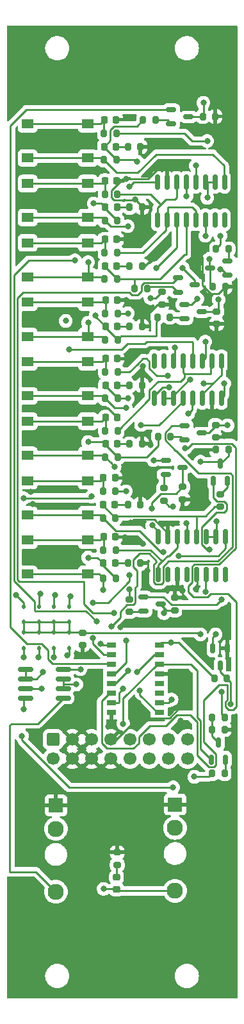
<source format=gbr>
%TF.GenerationSoftware,KiCad,Pcbnew,(7.0.0)*%
%TF.CreationDate,2023-03-14T07:08:30-07:00*%
%TF.ProjectId,wisseq,77697373-6571-42e6-9b69-6361645f7063,rev?*%
%TF.SameCoordinates,Original*%
%TF.FileFunction,Copper,L1,Top*%
%TF.FilePolarity,Positive*%
%FSLAX46Y46*%
G04 Gerber Fmt 4.6, Leading zero omitted, Abs format (unit mm)*
G04 Created by KiCad (PCBNEW (7.0.0)) date 2023-03-14 07:08:30*
%MOMM*%
%LPD*%
G01*
G04 APERTURE LIST*
G04 Aperture macros list*
%AMRoundRect*
0 Rectangle with rounded corners*
0 $1 Rounding radius*
0 $2 $3 $4 $5 $6 $7 $8 $9 X,Y pos of 4 corners*
0 Add a 4 corners polygon primitive as box body*
4,1,4,$2,$3,$4,$5,$6,$7,$8,$9,$2,$3,0*
0 Add four circle primitives for the rounded corners*
1,1,$1+$1,$2,$3*
1,1,$1+$1,$4,$5*
1,1,$1+$1,$6,$7*
1,1,$1+$1,$8,$9*
0 Add four rect primitives between the rounded corners*
20,1,$1+$1,$2,$3,$4,$5,0*
20,1,$1+$1,$4,$5,$6,$7,0*
20,1,$1+$1,$6,$7,$8,$9,0*
20,1,$1+$1,$8,$9,$2,$3,0*%
G04 Aperture macros list end*
%TA.AperFunction,ComponentPad*%
%ADD10RoundRect,0.250000X-0.600000X0.600000X-0.600000X-0.600000X0.600000X-0.600000X0.600000X0.600000X0*%
%TD*%
%TA.AperFunction,ComponentPad*%
%ADD11C,1.700000*%
%TD*%
%TA.AperFunction,SMDPad,CuDef*%
%ADD12R,1.300000X0.800000*%
%TD*%
%TA.AperFunction,SMDPad,CuDef*%
%ADD13RoundRect,0.150000X-0.825000X-0.150000X0.825000X-0.150000X0.825000X0.150000X-0.825000X0.150000X0*%
%TD*%
%TA.AperFunction,SMDPad,CuDef*%
%ADD14RoundRect,0.150000X-0.150000X0.825000X-0.150000X-0.825000X0.150000X-0.825000X0.150000X0.825000X0*%
%TD*%
%TA.AperFunction,SMDPad,CuDef*%
%ADD15RoundRect,0.150000X0.150000X-0.825000X0.150000X0.825000X-0.150000X0.825000X-0.150000X-0.825000X0*%
%TD*%
%TA.AperFunction,SMDPad,CuDef*%
%ADD16R,1.550000X1.300000*%
%TD*%
%TA.AperFunction,SMDPad,CuDef*%
%ADD17RoundRect,0.200000X0.275000X-0.200000X0.275000X0.200000X-0.275000X0.200000X-0.275000X-0.200000X0*%
%TD*%
%TA.AperFunction,SMDPad,CuDef*%
%ADD18RoundRect,0.200000X-0.200000X-0.275000X0.200000X-0.275000X0.200000X0.275000X-0.200000X0.275000X0*%
%TD*%
%TA.AperFunction,SMDPad,CuDef*%
%ADD19RoundRect,0.200000X0.200000X0.275000X-0.200000X0.275000X-0.200000X-0.275000X0.200000X-0.275000X0*%
%TD*%
%TA.AperFunction,SMDPad,CuDef*%
%ADD20RoundRect,0.200000X-0.275000X0.200000X-0.275000X-0.200000X0.275000X-0.200000X0.275000X0.200000X0*%
%TD*%
%TA.AperFunction,SMDPad,CuDef*%
%ADD21RoundRect,0.150000X-0.150000X0.512500X-0.150000X-0.512500X0.150000X-0.512500X0.150000X0.512500X0*%
%TD*%
%TA.AperFunction,SMDPad,CuDef*%
%ADD22RoundRect,0.150000X0.150000X-0.512500X0.150000X0.512500X-0.150000X0.512500X-0.150000X-0.512500X0*%
%TD*%
%TA.AperFunction,SMDPad,CuDef*%
%ADD23RoundRect,0.150000X-0.512500X-0.150000X0.512500X-0.150000X0.512500X0.150000X-0.512500X0.150000X0*%
%TD*%
%TA.AperFunction,SMDPad,CuDef*%
%ADD24RoundRect,0.150000X0.512500X0.150000X-0.512500X0.150000X-0.512500X-0.150000X0.512500X-0.150000X0*%
%TD*%
%TA.AperFunction,ComponentPad*%
%ADD25R,1.930000X1.830000*%
%TD*%
%TA.AperFunction,ComponentPad*%
%ADD26C,2.130000*%
%TD*%
%TA.AperFunction,SMDPad,CuDef*%
%ADD27RoundRect,0.218750X-0.256250X0.218750X-0.256250X-0.218750X0.256250X-0.218750X0.256250X0.218750X0*%
%TD*%
%TA.AperFunction,SMDPad,CuDef*%
%ADD28RoundRect,0.112500X-0.112500X0.187500X-0.112500X-0.187500X0.112500X-0.187500X0.112500X0.187500X0*%
%TD*%
%TA.AperFunction,SMDPad,CuDef*%
%ADD29RoundRect,0.112500X0.112500X-0.187500X0.112500X0.187500X-0.112500X0.187500X-0.112500X-0.187500X0*%
%TD*%
%TA.AperFunction,SMDPad,CuDef*%
%ADD30RoundRect,0.218750X0.218750X0.256250X-0.218750X0.256250X-0.218750X-0.256250X0.218750X-0.256250X0*%
%TD*%
%TA.AperFunction,SMDPad,CuDef*%
%ADD31RoundRect,0.225000X0.225000X0.250000X-0.225000X0.250000X-0.225000X-0.250000X0.225000X-0.250000X0*%
%TD*%
%TA.AperFunction,ViaPad*%
%ADD32C,0.800000*%
%TD*%
%TA.AperFunction,Conductor*%
%ADD33C,0.250000*%
%TD*%
G04 APERTURE END LIST*
D10*
%TO.P,J1,1,-12v_R*%
%TO.N,-12V*%
X26110000Y-114247500D03*
D11*
%TO.P,J1,2,-12v_L*%
X26110000Y-116787500D03*
%TO.P,J1,3,GND*%
%TO.N,GND*%
X28650000Y-114247500D03*
%TO.P,J1,4,GND*%
X28650000Y-116787500D03*
%TO.P,J1,5,GND_R3*%
X31190000Y-114247500D03*
%TO.P,J1,6,GND_L3*%
X31190000Y-116787500D03*
%TO.P,J1,7,GND_R2*%
X33730000Y-114247500D03*
%TO.P,J1,8,GND_L2*%
X33730000Y-116787500D03*
%TO.P,J1,9,+12V_R*%
%TO.N,+12V*%
X36270000Y-114247500D03*
%TO.P,J1,10,+12V_L*%
X36270000Y-116787500D03*
%TO.P,J1,11,+5v_R*%
%TO.N,+5V*%
X38810000Y-114247500D03*
%TO.P,J1,12,+5v_L*%
X38810000Y-116787500D03*
%TO.P,J1,13,CV_R*%
%TO.N,Net-(J1-CV_L)*%
X41350000Y-114247500D03*
%TO.P,J1,14,CV_L*%
X41350000Y-116787500D03*
%TO.P,J1,15,GATE_R*%
%TO.N,Net-(J1-GATE_L)*%
X43890000Y-114247500D03*
%TO.P,J1,16,GATE_L*%
X43890000Y-116787500D03*
%TD*%
D12*
%TO.P,U5,1,Q5*%
%TO.N,Net-(Q6-E)*%
X33849999Y-101799999D03*
%TO.P,U5,2,Q1*%
%TO.N,Net-(Q2-E)*%
X33849999Y-103079999D03*
%TO.P,U5,3,Q0*%
%TO.N,Net-(Q1-E)*%
X33849999Y-104339999D03*
%TO.P,U5,4,Q2*%
%TO.N,Net-(Q3-E)*%
X33849999Y-105609999D03*
%TO.P,U5,5,Q6*%
%TO.N,Net-(Q7-E)*%
X33849999Y-106889999D03*
%TO.P,U5,6,Q7*%
%TO.N,Net-(Q8-E)*%
X33849999Y-108159999D03*
%TO.P,U5,7,Q3*%
%TO.N,Net-(Q4-E)*%
X33849999Y-109419999D03*
%TO.P,U5,8,VSS*%
%TO.N,GND*%
X33849999Y-110699999D03*
%TO.P,U5,9,Q8*%
%TO.N,Net-(U5-Q8)*%
X40149999Y-110699999D03*
%TO.P,U5,10,Q4*%
%TO.N,Net-(Q5-E)*%
X40149999Y-109419999D03*
%TO.P,U5,11,Q9*%
%TO.N,unconnected-(U5-Q9-Pad11)*%
X40149999Y-108159999D03*
%TO.P,U5,12,Cout*%
%TO.N,unconnected-(U5-Cout-Pad12)*%
X40149999Y-106889999D03*
%TO.P,U5,13,CKEN*%
%TO.N,GND*%
X40149999Y-105609999D03*
%TO.P,U5,14,CLK*%
%TO.N,clk*%
X40149999Y-104339999D03*
%TO.P,U5,15,Reset*%
%TO.N,Net-(U5-Q8)*%
X40149999Y-103079999D03*
%TO.P,U5,16,VDD*%
%TO.N,+5V*%
X40149999Y-101799999D03*
%TD*%
D13*
%TO.P,U4,1*%
%TO.N,Net-(D17-A)*%
X22500000Y-105000000D03*
%TO.P,U4,2,-*%
X22500000Y-106270000D03*
%TO.P,U4,3,+*%
%TO.N,Net-(Q10-C)*%
X22500000Y-107540000D03*
%TO.P,U4,4,V-*%
%TO.N,-12V*%
X22500000Y-108810000D03*
%TO.P,U4,5,+*%
%TO.N,Net-(U4B-+)*%
X27450000Y-108810000D03*
%TO.P,U4,6,-*%
%TO.N,clk*%
X27450000Y-107540000D03*
%TO.P,U4,7*%
X27450000Y-106270000D03*
%TO.P,U4,8,V+*%
%TO.N,+12V*%
X27450000Y-105000000D03*
%TD*%
D14*
%TO.P,U3,1*%
%TO.N,Net-(SW8-B)*%
X48945000Y-87525000D03*
%TO.P,U3,2*%
%TO.N,Net-(R22-Pad2)*%
X47675000Y-87525000D03*
%TO.P,U3,3*%
X46405000Y-87525000D03*
%TO.P,U3,4*%
%TO.N,g*%
X45135000Y-87525000D03*
%TO.P,U3,5*%
%TO.N,Net-(SW9-B)*%
X43865000Y-87525000D03*
%TO.P,U3,6*%
%TO.N,Net-(R25-Pad2)*%
X42595000Y-87525000D03*
%TO.P,U3,7,VSS*%
%TO.N,GND*%
X41325000Y-87525000D03*
%TO.P,U3,8*%
%TO.N,h*%
X40055000Y-87525000D03*
%TO.P,U3,9*%
%TO.N,Net-(R25-Pad2)*%
X40055000Y-92475000D03*
%TO.P,U3,10*%
%TO.N,unconnected-(U3-Pad10)*%
X41325000Y-92475000D03*
%TO.P,U3,11*%
%TO.N,GND*%
X42595000Y-92475000D03*
%TO.P,U3,12*%
%TO.N,unconnected-(U3-Pad12)*%
X43865000Y-92475000D03*
%TO.P,U3,13*%
%TO.N,GND*%
X45135000Y-92475000D03*
%TO.P,U3,14,VDD*%
%TO.N,+5V*%
X46405000Y-92475000D03*
%TO.P,U3,15*%
%TO.N,N/C*%
X47675000Y-92475000D03*
%TO.P,U3,16*%
X48945000Y-92475000D03*
%TD*%
D15*
%TO.P,U2,1*%
%TO.N,Net-(SW5-B)*%
X39480000Y-69225000D03*
%TO.P,U2,2*%
%TO.N,Net-(R13-Pad2)*%
X40750000Y-69225000D03*
%TO.P,U2,3*%
X42020000Y-69225000D03*
%TO.P,U2,4*%
%TO.N,d*%
X43290000Y-69225000D03*
%TO.P,U2,5*%
%TO.N,Net-(SW6-B)*%
X44560000Y-69225000D03*
%TO.P,U2,6*%
%TO.N,Net-(R16-Pad2)*%
X45830000Y-69225000D03*
%TO.P,U2,7,VSS*%
%TO.N,GND*%
X47100000Y-69225000D03*
%TO.P,U2,8*%
%TO.N,e*%
X48370000Y-69225000D03*
%TO.P,U2,9*%
%TO.N,Net-(R16-Pad2)*%
X48370000Y-64275000D03*
%TO.P,U2,10*%
%TO.N,Net-(R19-Pad2)*%
X47100000Y-64275000D03*
%TO.P,U2,11*%
%TO.N,Net-(SW7-B)*%
X45830000Y-64275000D03*
%TO.P,U2,12*%
%TO.N,f*%
X44560000Y-64275000D03*
%TO.P,U2,13*%
%TO.N,Net-(R19-Pad2)*%
X43290000Y-64275000D03*
%TO.P,U2,14,VDD*%
%TO.N,+5V*%
X42020000Y-64275000D03*
%TO.P,U2,15*%
%TO.N,N/C*%
X40750000Y-64275000D03*
%TO.P,U2,16*%
X39480000Y-64275000D03*
%TD*%
D14*
%TO.P,U1,1*%
%TO.N,Net-(SW1-B)*%
X48790000Y-40700000D03*
%TO.P,U1,2*%
%TO.N,Net-(R1-Pad2)*%
X47520000Y-40700000D03*
%TO.P,U1,3*%
X46250000Y-40700000D03*
%TO.P,U1,4*%
%TO.N,a*%
X44980000Y-40700000D03*
%TO.P,U1,5*%
%TO.N,Net-(SW3-B)*%
X43710000Y-40700000D03*
%TO.P,U1,6*%
%TO.N,Net-(R7-Pad2)*%
X42440000Y-40700000D03*
%TO.P,U1,7,VSS*%
%TO.N,GND*%
X41170000Y-40700000D03*
%TO.P,U1,8*%
%TO.N,b*%
X39900000Y-40700000D03*
%TO.P,U1,9*%
%TO.N,Net-(R7-Pad2)*%
X39900000Y-45650000D03*
%TO.P,U1,10*%
%TO.N,Net-(R10-Pad2)*%
X41170000Y-45650000D03*
%TO.P,U1,11*%
%TO.N,Net-(SW4-B)*%
X42440000Y-45650000D03*
%TO.P,U1,12*%
%TO.N,c*%
X43710000Y-45650000D03*
%TO.P,U1,13*%
%TO.N,Net-(R10-Pad2)*%
X44980000Y-45650000D03*
%TO.P,U1,14,VDD*%
%TO.N,+5V*%
X46250000Y-45650000D03*
%TO.P,U1,15*%
%TO.N,N/C*%
X47520000Y-45650000D03*
%TO.P,U1,16*%
X48790000Y-45650000D03*
%TD*%
D16*
%TO.P,SW9,1,A*%
%TO.N,Net-(SW9-A)*%
X22769999Y-87949999D03*
X30729999Y-87949999D03*
%TO.P,SW9,2,B*%
%TO.N,Net-(SW9-B)*%
X22769999Y-92449999D03*
X30729999Y-92449999D03*
%TD*%
%TO.P,SW8,1,A*%
%TO.N,Net-(SW8-A)*%
X22769999Y-80099999D03*
X30729999Y-80099999D03*
%TO.P,SW8,2,B*%
%TO.N,Net-(SW8-B)*%
X22769999Y-84599999D03*
X30729999Y-84599999D03*
%TD*%
%TO.P,SW7,1,A*%
%TO.N,Net-(SW7-A)*%
X22769999Y-72249999D03*
X30729999Y-72249999D03*
%TO.P,SW7,2,B*%
%TO.N,Net-(SW7-B)*%
X22769999Y-76749999D03*
X30729999Y-76749999D03*
%TD*%
%TO.P,SW6,1,A*%
%TO.N,Net-(SW6-A)*%
X22769999Y-64399999D03*
X30729999Y-64399999D03*
%TO.P,SW6,2,B*%
%TO.N,Net-(SW6-B)*%
X22769999Y-68899999D03*
X30729999Y-68899999D03*
%TD*%
%TO.P,SW5,1,A*%
%TO.N,Net-(SW5-A)*%
X22769999Y-56549999D03*
X30729999Y-56549999D03*
%TO.P,SW5,2,B*%
%TO.N,Net-(SW5-B)*%
X22769999Y-61049999D03*
X30729999Y-61049999D03*
%TD*%
%TO.P,SW4,1,A*%
%TO.N,Net-(SW4-A)*%
X22769999Y-48699999D03*
X30729999Y-48699999D03*
%TO.P,SW4,2,B*%
%TO.N,Net-(SW4-B)*%
X22769999Y-53199999D03*
X30729999Y-53199999D03*
%TD*%
%TO.P,SW3,1,A*%
%TO.N,Net-(SW3-A)*%
X22769999Y-40849999D03*
X30729999Y-40849999D03*
%TO.P,SW3,2,B*%
%TO.N,Net-(SW3-B)*%
X22769999Y-45349999D03*
X30729999Y-45349999D03*
%TD*%
%TO.P,SW1,1,A*%
%TO.N,Net-(SW1-A)*%
X22769999Y-32999999D03*
X30729999Y-32999999D03*
%TO.P,SW1,2,B*%
%TO.N,Net-(SW1-B)*%
X22769999Y-37499999D03*
X30729999Y-37499999D03*
%TD*%
D17*
%TO.P,R46,1*%
%TO.N,Net-(D17-K)*%
X34600000Y-130825000D03*
%TO.P,R46,2*%
%TO.N,GND*%
X34600000Y-129175000D03*
%TD*%
D18*
%TO.P,R45,1*%
%TO.N,+5V*%
X47445000Y-106245000D03*
%TO.P,R45,2*%
%TO.N,Net-(Q10-C)*%
X49095000Y-106245000D03*
%TD*%
D19*
%TO.P,R44,1*%
%TO.N,Net-(Q10-B)*%
X48805000Y-111355000D03*
%TO.P,R44,2*%
%TO.N,Net-(Q9-C)*%
X47155000Y-111355000D03*
%TD*%
D18*
%TO.P,R43,1*%
%TO.N,Net-(Q9-C)*%
X47155000Y-112955000D03*
%TO.P,R43,2*%
%TO.N,GND*%
X48805000Y-112955000D03*
%TD*%
D19*
%TO.P,R42,1*%
%TO.N,Net-(Q9-B)*%
X48805000Y-118755000D03*
%TO.P,R42,2*%
%TO.N,Net-(D10-K)*%
X47155000Y-118755000D03*
%TD*%
D20*
%TO.P,R41,1*%
%TO.N,Net-(D10-K)*%
X30000000Y-100175000D03*
%TO.P,R41,2*%
%TO.N,GND*%
X30000000Y-101825000D03*
%TD*%
%TO.P,R40,1*%
%TO.N,Net-(D16-A)*%
X43250000Y-80925000D03*
%TO.P,R40,2*%
%TO.N,GND*%
X43250000Y-82575000D03*
%TD*%
D19*
%TO.P,R39,1*%
%TO.N,Net-(D15-A)*%
X49325000Y-76000000D03*
%TO.P,R39,2*%
%TO.N,GND*%
X47675000Y-76000000D03*
%TD*%
D20*
%TO.P,R38,1*%
%TO.N,Net-(D14-A)*%
X47600000Y-72750000D03*
%TO.P,R38,2*%
%TO.N,GND*%
X47600000Y-74400000D03*
%TD*%
D17*
%TO.P,R37,1*%
%TO.N,Net-(D13-A)*%
X42200000Y-97225000D03*
%TO.P,R37,2*%
%TO.N,GND*%
X42200000Y-95575000D03*
%TD*%
%TO.P,R36,1*%
%TO.N,h*%
X40750000Y-82750000D03*
%TO.P,R36,2*%
%TO.N,Net-(Q8-B)*%
X40750000Y-81100000D03*
%TD*%
%TO.P,R35,1*%
%TO.N,g*%
X48250000Y-83560000D03*
%TO.P,R35,2*%
%TO.N,Net-(Q7-B)*%
X48250000Y-81910000D03*
%TD*%
D18*
%TO.P,R34,1*%
%TO.N,f*%
X40000000Y-74250000D03*
%TO.P,R34,2*%
%TO.N,Net-(Q6-B)*%
X41650000Y-74250000D03*
%TD*%
D20*
%TO.P,R33,1*%
%TO.N,e*%
X36200000Y-95775000D03*
%TO.P,R33,2*%
%TO.N,Net-(Q5-B)*%
X36200000Y-97425000D03*
%TD*%
%TO.P,R32,1*%
%TO.N,Net-(D12-A)*%
X47750000Y-57750000D03*
%TO.P,R32,2*%
%TO.N,GND*%
X47750000Y-59400000D03*
%TD*%
%TO.P,R31,1*%
%TO.N,Net-(D11-A)*%
X40500000Y-55175000D03*
%TO.P,R31,2*%
%TO.N,GND*%
X40500000Y-56825000D03*
%TD*%
D18*
%TO.P,R30,1*%
%TO.N,d*%
X39925000Y-58500000D03*
%TO.P,R30,2*%
%TO.N,Net-(Q4-B)*%
X41575000Y-58500000D03*
%TD*%
%TO.P,R29,1*%
%TO.N,c*%
X36925000Y-54750000D03*
%TO.P,R29,2*%
%TO.N,Net-(Q3-B)*%
X38575000Y-54750000D03*
%TD*%
%TO.P,R28,1*%
%TO.N,Net-(D10-A)*%
X47250000Y-54500000D03*
%TO.P,R28,2*%
%TO.N,GND*%
X48900000Y-54500000D03*
%TD*%
%TO.P,R27,1*%
%TO.N,Net-(D9-K)*%
X36000000Y-91000000D03*
%TO.P,R27,2*%
%TO.N,GND*%
X37650000Y-91000000D03*
%TD*%
%TO.P,R26,1*%
%TO.N,Net-(SW9-B)*%
X32750000Y-93000000D03*
%TO.P,R26,2*%
%TO.N,h*%
X34400000Y-93000000D03*
%TD*%
%TO.P,R25,1*%
%TO.N,Net-(SW9-A)*%
X32750000Y-89250000D03*
%TO.P,R25,2*%
%TO.N,Net-(R25-Pad2)*%
X34400000Y-89250000D03*
%TD*%
%TO.P,R24,1*%
%TO.N,Net-(D8-K)*%
X36000000Y-83250000D03*
%TO.P,R24,2*%
%TO.N,GND*%
X37650000Y-83250000D03*
%TD*%
%TO.P,R23,1*%
%TO.N,Net-(SW8-B)*%
X32715000Y-85000000D03*
%TO.P,R23,2*%
%TO.N,g*%
X34365000Y-85000000D03*
%TD*%
%TO.P,R22,1*%
%TO.N,Net-(SW8-A)*%
X32715000Y-81500000D03*
%TO.P,R22,2*%
%TO.N,Net-(R22-Pad2)*%
X34365000Y-81500000D03*
%TD*%
%TO.P,R21,1*%
%TO.N,Net-(D7-K)*%
X36250000Y-75250000D03*
%TO.P,R21,2*%
%TO.N,GND*%
X37900000Y-75250000D03*
%TD*%
%TO.P,R20,1*%
%TO.N,Net-(SW7-B)*%
X33000000Y-77000000D03*
%TO.P,R20,2*%
%TO.N,f*%
X34650000Y-77000000D03*
%TD*%
%TO.P,R19,1*%
%TO.N,Net-(SW7-A)*%
X33000000Y-73500000D03*
%TO.P,R19,2*%
%TO.N,Net-(R19-Pad2)*%
X34650000Y-73500000D03*
%TD*%
%TO.P,R18,1*%
%TO.N,Net-(D6-K)*%
X36250000Y-67500000D03*
%TO.P,R18,2*%
%TO.N,GND*%
X37900000Y-67500000D03*
%TD*%
%TO.P,R17,1*%
%TO.N,Net-(SW6-B)*%
X33000000Y-69250000D03*
%TO.P,R17,2*%
%TO.N,e*%
X34650000Y-69250000D03*
%TD*%
%TO.P,R16,1*%
%TO.N,Net-(SW6-A)*%
X33000000Y-65750000D03*
%TO.P,R16,2*%
%TO.N,Net-(R16-Pad2)*%
X34650000Y-65750000D03*
%TD*%
%TO.P,R15,1*%
%TO.N,Net-(D5-K)*%
X36250000Y-59750000D03*
%TO.P,R15,2*%
%TO.N,GND*%
X37900000Y-59750000D03*
%TD*%
%TO.P,R14,1*%
%TO.N,Net-(SW5-B)*%
X33000000Y-61500000D03*
%TO.P,R14,2*%
%TO.N,d*%
X34650000Y-61500000D03*
%TD*%
%TO.P,R13,1*%
%TO.N,Net-(SW5-A)*%
X33000000Y-58000000D03*
%TO.P,R13,2*%
%TO.N,Net-(R13-Pad2)*%
X34650000Y-58000000D03*
%TD*%
%TO.P,R12,1*%
%TO.N,Net-(D4-K)*%
X36250000Y-51750000D03*
%TO.P,R12,2*%
%TO.N,GND*%
X37900000Y-51750000D03*
%TD*%
%TO.P,R11,1*%
%TO.N,Net-(SW4-B)*%
X32925000Y-53500000D03*
%TO.P,R11,2*%
%TO.N,c*%
X34575000Y-53500000D03*
%TD*%
%TO.P,R10,1*%
%TO.N,Net-(SW4-A)*%
X32925000Y-50000000D03*
%TO.P,R10,2*%
%TO.N,Net-(R10-Pad2)*%
X34575000Y-50000000D03*
%TD*%
%TO.P,R9,1*%
%TO.N,Net-(D3-K)*%
X36250000Y-44000000D03*
%TO.P,R9,2*%
%TO.N,GND*%
X37900000Y-44000000D03*
%TD*%
%TO.P,R8,1*%
%TO.N,Net-(SW3-B)*%
X32950000Y-45750000D03*
%TO.P,R8,2*%
%TO.N,b*%
X34600000Y-45750000D03*
%TD*%
%TO.P,R7,1*%
%TO.N,Net-(SW3-A)*%
X32950000Y-42250000D03*
%TO.P,R7,2*%
%TO.N,Net-(R7-Pad2)*%
X34600000Y-42250000D03*
%TD*%
%TO.P,R6,1*%
%TO.N,b*%
X47675000Y-49500000D03*
%TO.P,R6,2*%
%TO.N,Net-(Q2-B)*%
X49325000Y-49500000D03*
%TD*%
%TO.P,R5,1*%
%TO.N,a*%
X38000000Y-32500000D03*
%TO.P,R5,2*%
%TO.N,Net-(Q1-B)*%
X39650000Y-32500000D03*
%TD*%
%TO.P,R4,1*%
%TO.N,Net-(D2-A)*%
X45925000Y-32000000D03*
%TO.P,R4,2*%
%TO.N,GND*%
X47575000Y-32000000D03*
%TD*%
%TO.P,R3,1*%
%TO.N,Net-(D1-K)*%
X36000000Y-36000000D03*
%TO.P,R3,2*%
%TO.N,GND*%
X37650000Y-36000000D03*
%TD*%
%TO.P,R2,1*%
%TO.N,Net-(SW1-B)*%
X32850000Y-37750000D03*
%TO.P,R2,2*%
%TO.N,a*%
X34500000Y-37750000D03*
%TD*%
%TO.P,R1,1*%
%TO.N,Net-(SW1-A)*%
X32850000Y-34250000D03*
%TO.P,R1,2*%
%TO.N,Net-(R1-Pad2)*%
X34500000Y-34250000D03*
%TD*%
D21*
%TO.P,Q10,1,E*%
%TO.N,GND*%
X49150000Y-102262500D03*
%TO.P,Q10,2,B*%
%TO.N,Net-(Q10-B)*%
X47250000Y-102262500D03*
%TO.P,Q10,3,C*%
%TO.N,Net-(Q10-C)*%
X48200000Y-104537500D03*
%TD*%
D22*
%TO.P,Q9,1,E*%
%TO.N,clk*%
X47050000Y-116937500D03*
%TO.P,Q9,2,B*%
%TO.N,Net-(Q9-B)*%
X48950000Y-116937500D03*
%TO.P,Q9,3,C*%
%TO.N,Net-(Q9-C)*%
X48000000Y-114662500D03*
%TD*%
D23*
%TO.P,Q8,1,E*%
%TO.N,Net-(Q8-E)*%
X41000000Y-77420000D03*
%TO.P,Q8,2,B*%
%TO.N,Net-(Q8-B)*%
X41000000Y-79320000D03*
%TO.P,Q8,3,C*%
%TO.N,Net-(D16-A)*%
X43275000Y-78370000D03*
%TD*%
D22*
%TO.P,Q7,1,E*%
%TO.N,Net-(Q7-E)*%
X47300000Y-80137500D03*
%TO.P,Q7,2,B*%
%TO.N,Net-(Q7-B)*%
X49200000Y-80137500D03*
%TO.P,Q7,3,C*%
%TO.N,Net-(D15-A)*%
X48250000Y-77862500D03*
%TD*%
D23*
%TO.P,Q6,1,E*%
%TO.N,Net-(Q6-E)*%
X43500000Y-72850000D03*
%TO.P,Q6,2,B*%
%TO.N,Net-(Q6-B)*%
X43500000Y-74750000D03*
%TO.P,Q6,3,C*%
%TO.N,Net-(D14-A)*%
X45775000Y-73800000D03*
%TD*%
%TO.P,Q5,1,E*%
%TO.N,Net-(Q5-E)*%
X38062500Y-95450000D03*
%TO.P,Q5,2,B*%
%TO.N,Net-(Q5-B)*%
X38062500Y-97350000D03*
%TO.P,Q5,3,C*%
%TO.N,Net-(D13-A)*%
X40337500Y-96400000D03*
%TD*%
%TO.P,Q4,1,E*%
%TO.N,Net-(Q4-E)*%
X43500000Y-56850000D03*
%TO.P,Q4,2,B*%
%TO.N,Net-(Q4-B)*%
X43500000Y-58750000D03*
%TO.P,Q4,3,C*%
%TO.N,Net-(D12-A)*%
X45775000Y-57800000D03*
%TD*%
%TO.P,Q3,1,E*%
%TO.N,Net-(Q3-E)*%
X42612500Y-53300000D03*
%TO.P,Q3,2,B*%
%TO.N,Net-(Q3-B)*%
X42612500Y-55200000D03*
%TO.P,Q3,3,C*%
%TO.N,Net-(D11-A)*%
X44887500Y-54250000D03*
%TD*%
D24*
%TO.P,Q2,1,E*%
%TO.N,Net-(Q2-E)*%
X49137500Y-52950000D03*
%TO.P,Q2,2,B*%
%TO.N,Net-(Q2-B)*%
X49137500Y-51050000D03*
%TO.P,Q2,3,C*%
%TO.N,Net-(D10-A)*%
X46862500Y-52000000D03*
%TD*%
D23*
%TO.P,Q1,1,E*%
%TO.N,Net-(Q1-E)*%
X41750000Y-31100000D03*
%TO.P,Q1,2,B*%
%TO.N,Net-(Q1-B)*%
X41750000Y-33000000D03*
%TO.P,Q1,3,C*%
%TO.N,Net-(D2-A)*%
X44025000Y-32050000D03*
%TD*%
D25*
%TO.P,J3,S*%
%TO.N,GND*%
X42249999Y-122849999D03*
D26*
%TO.P,J3,T*%
%TO.N,Net-(D17-A)*%
X42250000Y-134250000D03*
%TO.P,J3,TN*%
%TO.N,unconnected-(J3-PadTN)*%
X42250000Y-125950000D03*
%TD*%
D25*
%TO.P,J2,S*%
%TO.N,GND*%
X26499999Y-122969999D03*
D26*
%TO.P,J2,T*%
%TO.N,Net-(U4B-+)*%
X26500000Y-134370000D03*
%TO.P,J2,TN*%
%TO.N,unconnected-(J2-PadTN)*%
X26500000Y-126070000D03*
%TD*%
D27*
%TO.P,D17,1,K*%
%TO.N,Net-(D17-K)*%
X34500000Y-132462500D03*
%TO.P,D17,2,A*%
%TO.N,Net-(D17-A)*%
X34500000Y-134037500D03*
%TD*%
D28*
%TO.P,D16,1,K*%
%TO.N,Net-(D10-K)*%
X22250000Y-100150000D03*
%TO.P,D16,2,A*%
%TO.N,Net-(D16-A)*%
X22250000Y-102250000D03*
%TD*%
%TO.P,D15,1,K*%
%TO.N,Net-(D10-K)*%
X24250000Y-100150000D03*
%TO.P,D15,2,A*%
%TO.N,Net-(D15-A)*%
X24250000Y-102250000D03*
%TD*%
%TO.P,D14,1,K*%
%TO.N,Net-(D10-K)*%
X26250000Y-100150000D03*
%TO.P,D14,2,A*%
%TO.N,Net-(D14-A)*%
X26250000Y-102250000D03*
%TD*%
%TO.P,D13,1,K*%
%TO.N,Net-(D10-K)*%
X28250000Y-100150000D03*
%TO.P,D13,2,A*%
%TO.N,Net-(D13-A)*%
X28250000Y-102250000D03*
%TD*%
D29*
%TO.P,D12,1,K*%
%TO.N,Net-(D10-K)*%
X28250000Y-98800000D03*
%TO.P,D12,2,A*%
%TO.N,Net-(D12-A)*%
X28250000Y-96700000D03*
%TD*%
%TO.P,D11,1,K*%
%TO.N,Net-(D10-K)*%
X26250000Y-98800000D03*
%TO.P,D11,2,A*%
%TO.N,Net-(D11-A)*%
X26250000Y-96700000D03*
%TD*%
%TO.P,D10,1,K*%
%TO.N,Net-(D10-K)*%
X24250000Y-98800000D03*
%TO.P,D10,2,A*%
%TO.N,Net-(D10-A)*%
X24250000Y-96700000D03*
%TD*%
D30*
%TO.P,D9,1,K*%
%TO.N,Net-(D9-K)*%
X34322500Y-91000000D03*
%TO.P,D9,2,A*%
%TO.N,h*%
X32747500Y-91000000D03*
%TD*%
%TO.P,D8,1,K*%
%TO.N,Net-(D8-K)*%
X34287500Y-83250000D03*
%TO.P,D8,2,A*%
%TO.N,g*%
X32712500Y-83250000D03*
%TD*%
%TO.P,D7,1,K*%
%TO.N,Net-(D7-K)*%
X34612500Y-75250000D03*
%TO.P,D7,2,A*%
%TO.N,f*%
X33037500Y-75250000D03*
%TD*%
%TO.P,D6,1,K*%
%TO.N,Net-(D6-K)*%
X34612500Y-67500000D03*
%TO.P,D6,2,A*%
%TO.N,e*%
X33037500Y-67500000D03*
%TD*%
%TO.P,D5,1,K*%
%TO.N,Net-(D5-K)*%
X34612500Y-59750000D03*
%TO.P,D5,2,A*%
%TO.N,d*%
X33037500Y-59750000D03*
%TD*%
%TO.P,D4,1,K*%
%TO.N,Net-(D4-K)*%
X34537500Y-51750000D03*
%TO.P,D4,2,A*%
%TO.N,c*%
X32962500Y-51750000D03*
%TD*%
%TO.P,D3,1,K*%
%TO.N,Net-(D3-K)*%
X34562500Y-44000000D03*
%TO.P,D3,2,A*%
%TO.N,b*%
X32987500Y-44000000D03*
%TD*%
D29*
%TO.P,D2,1,K*%
%TO.N,Net-(D10-K)*%
X22250000Y-98800000D03*
%TO.P,D2,2,A*%
%TO.N,Net-(D2-A)*%
X22250000Y-96700000D03*
%TD*%
D30*
%TO.P,D1,1,K*%
%TO.N,Net-(D1-K)*%
X34462500Y-36000000D03*
%TO.P,D1,2,A*%
%TO.N,a*%
X32887500Y-36000000D03*
%TD*%
D31*
%TO.P,C9,1*%
%TO.N,GND*%
X34350000Y-87500000D03*
%TO.P,C9,2*%
%TO.N,Net-(SW9-A)*%
X32800000Y-87500000D03*
%TD*%
%TO.P,C8,1*%
%TO.N,GND*%
X34315000Y-79750000D03*
%TO.P,C8,2*%
%TO.N,Net-(SW8-A)*%
X32765000Y-79750000D03*
%TD*%
%TO.P,C7,1*%
%TO.N,GND*%
X34600000Y-71750000D03*
%TO.P,C7,2*%
%TO.N,Net-(SW7-A)*%
X33050000Y-71750000D03*
%TD*%
%TO.P,C6,1*%
%TO.N,GND*%
X34600000Y-64000000D03*
%TO.P,C6,2*%
%TO.N,Net-(SW6-A)*%
X33050000Y-64000000D03*
%TD*%
%TO.P,C5,1*%
%TO.N,GND*%
X34600000Y-56250000D03*
%TO.P,C5,2*%
%TO.N,Net-(SW5-A)*%
X33050000Y-56250000D03*
%TD*%
%TO.P,C4,1*%
%TO.N,GND*%
X34525000Y-48250000D03*
%TO.P,C4,2*%
%TO.N,Net-(SW4-A)*%
X32975000Y-48250000D03*
%TD*%
%TO.P,C3,1*%
%TO.N,GND*%
X34550000Y-40500000D03*
%TO.P,C3,2*%
%TO.N,Net-(SW3-A)*%
X33000000Y-40500000D03*
%TD*%
%TO.P,C1,1*%
%TO.N,GND*%
X34450000Y-32500000D03*
%TO.P,C1,2*%
%TO.N,Net-(SW1-A)*%
X32900000Y-32500000D03*
%TD*%
D32*
%TO.N,GND*%
X36987701Y-66512299D03*
X38000000Y-65000000D03*
X37000000Y-42974500D03*
X48750500Y-74200000D03*
X39000000Y-75400000D03*
X47200000Y-71200000D03*
X46200000Y-76400000D03*
X45400000Y-81000000D03*
X38600000Y-92000000D03*
X38000000Y-88400000D03*
X38400000Y-94000000D03*
X36400000Y-85600000D03*
X35600000Y-87600000D03*
X35800000Y-79200000D03*
X38200000Y-80200000D03*
X25200000Y-74600000D03*
X27400000Y-66400000D03*
X23000000Y-90000000D03*
X23200000Y-81600000D03*
X23400000Y-83200000D03*
X22600000Y-74600000D03*
X22800000Y-66800000D03*
X22800000Y-59000000D03*
%TO.N,*%
X27800000Y-59000000D03*
%TO.N,GND*%
X36200000Y-32200000D03*
X48600000Y-34000000D03*
X26200000Y-35800000D03*
X38400000Y-58400000D03*
X41800000Y-56400000D03*
X46800000Y-103800000D03*
X45000000Y-94400000D03*
X43600000Y-98400000D03*
X43275500Y-94600000D03*
X44600000Y-101400000D03*
X43400000Y-106800000D03*
X49000000Y-99200000D03*
X35000000Y-99400000D03*
X30800000Y-103200000D03*
X33400000Y-112600000D03*
%TO.N,Net-(Q4-E)*%
X35400000Y-107600000D03*
X45200000Y-56075500D03*
%TO.N,Net-(Q8-E)*%
X43600000Y-75800000D03*
X39400000Y-77400000D03*
%TO.N,Net-(Q2-E)*%
X48200000Y-52200000D03*
X29000000Y-51000000D03*
X31912299Y-98712299D03*
X31400000Y-100899500D03*
%TO.N,Net-(Q6-E)*%
X33800000Y-99324500D03*
X32400000Y-101600000D03*
%TO.N,Net-(Q3-E)*%
X34200000Y-97600000D03*
X35800000Y-101200000D03*
%TO.N,Net-(Q7-E)*%
X46800000Y-89200000D03*
X36000000Y-105200000D03*
%TO.N,GND*%
X43000000Y-111800000D03*
%TO.N,Net-(Q5-E)*%
X48400000Y-95800000D03*
X41800000Y-109000000D03*
%TO.N,Net-(U5-Q8)*%
X37200000Y-105400000D03*
X37600000Y-107800000D03*
%TO.N,Net-(D2-A)*%
X46000000Y-30200000D03*
%TO.N,Net-(D10-A)*%
X46800000Y-50800000D03*
X24400000Y-95000000D03*
%TO.N,Net-(D11-A)*%
X26400000Y-95200000D03*
%TO.N,Net-(D12-A)*%
X48000000Y-56200000D03*
X28400000Y-95400000D03*
%TO.N,Net-(D2-A)*%
X21200000Y-95200000D03*
%TO.N,GND*%
X37400000Y-109400000D03*
%TO.N,Net-(D17-A)*%
X32800000Y-134000000D03*
X24800000Y-105400000D03*
%TO.N,Net-(D10-K)*%
X45600000Y-100400000D03*
X44800000Y-119200000D03*
%TO.N,GND*%
X31400000Y-119400000D03*
X30400000Y-122800000D03*
%TO.N,Net-(Q10-C)*%
X24600000Y-107600000D03*
X22000000Y-113800000D03*
X42000000Y-120600000D03*
X49600000Y-109600000D03*
%TO.N,clk*%
X29200000Y-107000000D03*
X35400000Y-112200000D03*
%TO.N,Net-(D16-A)*%
X31200000Y-82200000D03*
X22200000Y-103400000D03*
X22200000Y-82400000D03*
X39200000Y-83800000D03*
%TO.N,Net-(Q10-B)*%
X47600000Y-100400000D03*
X48400000Y-108000000D03*
%TO.N,Net-(D15-A)*%
X36200000Y-92600000D03*
X31400000Y-96200000D03*
X45600000Y-77600000D03*
X24200000Y-103400000D03*
%TO.N,Net-(D14-A)*%
X49200000Y-72800000D03*
X26200000Y-103400000D03*
%TO.N,Net-(D13-A)*%
X40800000Y-97600000D03*
X28000000Y-103200000D03*
%TO.N,e*%
X36200000Y-94400000D03*
%TO.N,h*%
X42000000Y-83500000D03*
%TO.N,Net-(R22-Pad2)*%
X35750000Y-81500000D03*
X47750000Y-85500000D03*
%TO.N,GND*%
X36500000Y-73750000D03*
%TO.N,Net-(SW7-B)*%
X34250000Y-78250000D03*
%TO.N,GND*%
X38500000Y-63000000D03*
X45500000Y-50250000D03*
%TO.N,Net-(D11-A)*%
X39000000Y-56000000D03*
X43250000Y-52000000D03*
%TO.N,b*%
X48250000Y-47750000D03*
%TO.N,GND*%
X40500000Y-49500000D03*
X37250000Y-48750000D03*
X35750000Y-40250000D03*
X40750000Y-38750000D03*
X41500000Y-35750000D03*
%TO.N,+5V*%
X46250000Y-47750000D03*
X42250000Y-62500000D03*
X46250000Y-94750000D03*
X41750000Y-101500000D03*
%TO.N,+12V*%
X29750000Y-105000000D03*
%TO.N,-12V*%
X22250000Y-110250000D03*
%TO.N,h*%
X30750000Y-90250000D03*
X39250000Y-86000000D03*
%TO.N,Net-(SW8-B)*%
X42750000Y-90000000D03*
X40737701Y-89487701D03*
%TO.N,Net-(SW9-B)*%
X32750000Y-94500000D03*
X43750000Y-85750000D03*
%TO.N,d*%
X31750000Y-58250000D03*
X37750000Y-72750000D03*
%TO.N,Net-(SW6-B)*%
X44000000Y-71250000D03*
X35750000Y-70500000D03*
%TO.N,Net-(SW7-B)*%
X46250000Y-61750000D03*
%TO.N,Net-(R16-Pad2)*%
X41250000Y-66250000D03*
X46000000Y-67250000D03*
%TO.N,f*%
X30750000Y-75000000D03*
X28250000Y-62750000D03*
%TO.N,e*%
X48750000Y-67250000D03*
X36000000Y-69250000D03*
%TO.N,Net-(R13-Pad2)*%
X36000000Y-58000000D03*
X44250000Y-66750000D03*
%TO.N,Net-(SW5-B)*%
X41499223Y-67748636D03*
X30750000Y-59250000D03*
%TO.N,Net-(SW4-B)*%
X30750000Y-51250000D03*
X39750000Y-52000000D03*
%TO.N,b*%
X31500000Y-43500000D03*
X36250000Y-41250000D03*
%TO.N,a*%
X45000000Y-38500000D03*
X37250000Y-38000000D03*
%TO.N,Net-(R1-Pad2)*%
X46500000Y-42750000D03*
X46500000Y-35250000D03*
%TO.N,Net-(SW3-B)*%
X36000000Y-46500000D03*
X43750000Y-42500000D03*
%TD*%
D33*
%TO.N,GND*%
X35382538Y-40250000D02*
X35750000Y-40250000D01*
X33875000Y-42742462D02*
X33875000Y-41757538D01*
X33875000Y-41757538D02*
X35382538Y-40250000D01*
X34182538Y-43050000D02*
X33875000Y-42742462D01*
X37000000Y-42974500D02*
X36924500Y-43050000D01*
X36924500Y-43050000D02*
X34182538Y-43050000D01*
X38925000Y-111425000D02*
X37400000Y-109900000D01*
X41510000Y-111425000D02*
X38925000Y-111425000D01*
X43400000Y-109535000D02*
X41510000Y-111425000D01*
X43400000Y-106800000D02*
X43400000Y-109535000D01*
X37400000Y-109900000D02*
X37400000Y-109400000D01*
%TO.N,Net-(Q8-E)*%
X43925402Y-75800000D02*
X43600000Y-75800000D01*
X44525402Y-75200000D02*
X43925402Y-75800000D01*
X49742462Y-75200000D02*
X44525402Y-75200000D01*
X48097792Y-91175000D02*
X50275000Y-88997792D01*
X44490000Y-91473249D02*
X44788249Y-91175000D01*
X44000000Y-93986751D02*
X44490000Y-93496751D01*
X44000000Y-94774695D02*
X44000000Y-93986751D01*
X44788249Y-91175000D02*
X48097792Y-91175000D01*
X44325000Y-95099695D02*
X44000000Y-94774695D01*
X44325000Y-95125000D02*
X44325000Y-95099695D01*
X44490000Y-93496751D02*
X44490000Y-91473249D01*
X46975000Y-95050305D02*
X46550305Y-95475000D01*
X50325000Y-96125000D02*
X49250305Y-95050305D01*
X49900305Y-110325000D02*
X50325000Y-109900305D01*
X49299695Y-110325000D02*
X49900305Y-110325000D01*
X48875000Y-109900305D02*
X49299695Y-110325000D01*
X48875000Y-109299695D02*
X48875000Y-109900305D01*
X49150000Y-109024695D02*
X48875000Y-109299695D01*
X50325000Y-109900305D02*
X50325000Y-96125000D01*
X48062462Y-107045000D02*
X49150000Y-107045000D01*
X46050000Y-109057462D02*
X48062462Y-107045000D01*
X46050000Y-114603249D02*
X46050000Y-109057462D01*
X50275000Y-75732538D02*
X49742462Y-75200000D01*
X47675000Y-116228249D02*
X46050000Y-114603249D01*
X47675000Y-117646751D02*
X47675000Y-116228249D01*
X47396751Y-117925000D02*
X47675000Y-117646751D01*
X46703249Y-117925000D02*
X47396751Y-117925000D01*
X45150000Y-116371751D02*
X46703249Y-117925000D01*
X45150000Y-111986396D02*
X45150000Y-116371751D01*
X44235000Y-111071396D02*
X45150000Y-111986396D01*
X42500000Y-111071396D02*
X44235000Y-111071396D01*
X41071396Y-112500000D02*
X42500000Y-111071396D01*
X38895799Y-112500000D02*
X41071396Y-112500000D01*
X37445000Y-113950799D02*
X38895799Y-112500000D01*
X50275000Y-88997792D02*
X50275000Y-75732538D01*
X37445000Y-114734201D02*
X37445000Y-113950799D01*
X46550305Y-95475000D02*
X44675000Y-95475000D01*
X33243299Y-115422500D02*
X36756701Y-115422500D01*
X32555000Y-114734201D02*
X33243299Y-115422500D01*
X36756701Y-115422500D02*
X37445000Y-114734201D01*
X49150000Y-107045000D02*
X49150000Y-109024695D01*
X33600000Y-108160000D02*
X32555000Y-109205000D01*
X44675000Y-95475000D02*
X44325000Y-95125000D01*
X33850000Y-108160000D02*
X33600000Y-108160000D01*
X49250305Y-95050305D02*
X46975000Y-95050305D01*
X32555000Y-109205000D02*
X32555000Y-114734201D01*
%TO.N,Net-(Q6-E)*%
X35000000Y-97407538D02*
X35000000Y-98124500D01*
X35907538Y-96500000D02*
X35000000Y-97407538D01*
X36692462Y-96500000D02*
X35907538Y-96500000D01*
X37200000Y-91967462D02*
X37200000Y-94025305D01*
X36725000Y-90507538D02*
X36725000Y-91492462D01*
X37532538Y-89700000D02*
X36725000Y-90507538D01*
X38813604Y-89700000D02*
X37532538Y-89700000D01*
X39800000Y-90686396D02*
X38813604Y-89700000D01*
X39800000Y-90813604D02*
X39800000Y-90686396D01*
X39430000Y-91183604D02*
X39800000Y-90813604D01*
X37000000Y-94225305D02*
X37000000Y-96192462D01*
X39430000Y-93496751D02*
X39430000Y-91183604D01*
X39708249Y-93775000D02*
X39430000Y-93496751D01*
X40401751Y-93775000D02*
X39708249Y-93775000D01*
X40680000Y-93496751D02*
X40401751Y-93775000D01*
X40680000Y-91456396D02*
X40680000Y-93496751D01*
X41411396Y-90725000D02*
X40680000Y-91456396D01*
X47911396Y-90725000D02*
X41411396Y-90725000D01*
X49825000Y-88811396D02*
X47911396Y-90725000D01*
X37200000Y-94025305D02*
X37000000Y-94225305D01*
X49825000Y-79428249D02*
X49825000Y-88811396D01*
X49546751Y-79150000D02*
X49825000Y-79428249D01*
X45389251Y-79150000D02*
X49546751Y-79150000D01*
X35000000Y-98124500D02*
X33800000Y-99324500D01*
X42375000Y-76135749D02*
X45389251Y-79150000D01*
X42318287Y-76135749D02*
X42375000Y-76135749D01*
X40925000Y-73757538D02*
X40925000Y-74742462D01*
X43500000Y-72850000D02*
X41832538Y-72850000D01*
X36725000Y-91492462D02*
X37200000Y-91967462D01*
X37000000Y-96192462D02*
X36692462Y-96500000D01*
X41832538Y-72850000D02*
X40925000Y-73757538D01*
X40925000Y-74742462D02*
X42318287Y-76135749D01*
%TO.N,f*%
X35183731Y-62750000D02*
X28250000Y-62750000D01*
X35933731Y-62000000D02*
X35183731Y-62750000D01*
X38500000Y-61750000D02*
X38250000Y-62000000D01*
X44500000Y-61750000D02*
X38500000Y-61750000D01*
X44560000Y-61810000D02*
X44500000Y-61750000D01*
X38250000Y-62000000D02*
X35933731Y-62000000D01*
X44560000Y-64275000D02*
X44560000Y-61810000D01*
%TO.N,GND*%
X36886396Y-64000000D02*
X34600000Y-64000000D01*
X37886396Y-63000000D02*
X36886396Y-64000000D01*
X38500000Y-63000000D02*
X37886396Y-63000000D01*
%TO.N,Net-(R16-Pad2)*%
X39808249Y-66250000D02*
X41250000Y-66250000D01*
X38855000Y-65296751D02*
X39808249Y-66250000D01*
X38500000Y-64000000D02*
X38855000Y-64355000D01*
X37275000Y-64699695D02*
X37974695Y-64000000D01*
X37275000Y-64725000D02*
X37275000Y-64699695D01*
X36250000Y-65750000D02*
X37275000Y-64725000D01*
X34650000Y-65750000D02*
X36250000Y-65750000D01*
X37974695Y-64000000D02*
X38500000Y-64000000D01*
X38855000Y-64355000D02*
X38855000Y-65296751D01*
%TO.N,GND*%
X37900000Y-43874500D02*
X37000000Y-42974500D01*
X37900000Y-44000000D02*
X37900000Y-43874500D01*
X40203249Y-38750000D02*
X40750000Y-38750000D01*
X38703249Y-40250000D02*
X40203249Y-38750000D01*
X35750000Y-40250000D02*
X38703249Y-40250000D01*
X47950000Y-74200000D02*
X47750000Y-74400000D01*
X48750500Y-74200000D02*
X47950000Y-74200000D01*
%TO.N,Net-(D15-A)*%
X33374695Y-96200000D02*
X31400000Y-96200000D01*
X36200000Y-93374695D02*
X33374695Y-96200000D01*
X36200000Y-92600000D02*
X36200000Y-93374695D01*
%TO.N,GND*%
X36800000Y-85200000D02*
X36400000Y-85600000D01*
X41325000Y-87049695D02*
X39475305Y-85200000D01*
X39475305Y-85200000D02*
X36800000Y-85200000D01*
X41325000Y-87525000D02*
X41325000Y-87049695D01*
X48000000Y-55400000D02*
X48900000Y-54500000D01*
X46932538Y-55400000D02*
X48000000Y-55400000D01*
X45875000Y-54342462D02*
X46932538Y-55400000D01*
X45875000Y-50625000D02*
X45875000Y-54342462D01*
X45500000Y-50250000D02*
X45875000Y-50625000D01*
X39975000Y-56825000D02*
X38400000Y-58400000D01*
X40500000Y-56825000D02*
X39975000Y-56825000D01*
%TO.N,Net-(Q4-E)*%
X34825000Y-108175000D02*
X34825000Y-109375000D01*
X35400000Y-107600000D02*
X34825000Y-108175000D01*
X34825000Y-109375000D02*
X34780000Y-109420000D01*
X34780000Y-109420000D02*
X33850000Y-109420000D01*
X44425500Y-56850000D02*
X45200000Y-56075500D01*
X43500000Y-56850000D02*
X44425500Y-56850000D01*
%TO.N,Net-(Q8-E)*%
X39400000Y-77400000D02*
X40980000Y-77400000D01*
X40980000Y-77400000D02*
X41000000Y-77420000D01*
%TO.N,Net-(Q2-E)*%
X48387500Y-52200000D02*
X49137500Y-52950000D01*
X48200000Y-52200000D02*
X48387500Y-52200000D01*
X22895000Y-51000000D02*
X29000000Y-51000000D01*
X20950000Y-52945000D02*
X22895000Y-51000000D01*
X20950000Y-93341396D02*
X20950000Y-52945000D01*
X23675000Y-96066396D02*
X20950000Y-93341396D01*
X23675000Y-97206282D02*
X23675000Y-96066396D01*
X30488604Y-97325000D02*
X23793718Y-97325000D01*
X31875903Y-98712299D02*
X30488604Y-97325000D01*
X31912299Y-98712299D02*
X31875903Y-98712299D01*
X23793718Y-97325000D02*
X23675000Y-97206282D01*
%TO.N,Net-(Q3-E)*%
X38157538Y-53950000D02*
X41962500Y-53950000D01*
X37800000Y-54307538D02*
X38157538Y-53950000D01*
X37800000Y-55092462D02*
X37800000Y-54307538D01*
X37342462Y-55550000D02*
X37800000Y-55092462D01*
X36507538Y-55550000D02*
X37342462Y-55550000D01*
X36200000Y-55242462D02*
X36507538Y-55550000D01*
X22157538Y-55242462D02*
X36200000Y-55242462D01*
X21400000Y-56000000D02*
X22157538Y-55242462D01*
X21400000Y-93155000D02*
X21400000Y-56000000D01*
X21670000Y-93425000D02*
X21400000Y-93155000D01*
X30200000Y-96400000D02*
X30200000Y-93425000D01*
X31400000Y-97600000D02*
X30200000Y-96400000D01*
X41962500Y-53950000D02*
X42612500Y-53300000D01*
X34200000Y-97600000D02*
X31400000Y-97600000D01*
X30200000Y-93425000D02*
X21670000Y-93425000D01*
%TO.N,Net-(Q2-E)*%
X31400000Y-101625305D02*
X31400000Y-100899500D01*
X32854695Y-103080000D02*
X31400000Y-101625305D01*
X33850000Y-103080000D02*
X32854695Y-103080000D01*
%TO.N,Net-(Q6-E)*%
X32600000Y-101800000D02*
X32400000Y-101600000D01*
X33850000Y-101800000D02*
X32600000Y-101800000D01*
%TO.N,Net-(Q3-E)*%
X35800000Y-104090000D02*
X35800000Y-101200000D01*
X34280000Y-105610000D02*
X35800000Y-104090000D01*
X33850000Y-105610000D02*
X34280000Y-105610000D01*
%TO.N,Net-(Q7-E)*%
X47300000Y-82300000D02*
X47300000Y-80137500D01*
X48707462Y-82800000D02*
X47800000Y-82800000D01*
X49050000Y-83142538D02*
X48707462Y-82800000D01*
X49050000Y-83977462D02*
X49050000Y-83142538D01*
X48742462Y-84285000D02*
X49050000Y-83977462D01*
X45780000Y-88546751D02*
X45780000Y-86262538D01*
X46433249Y-89200000D02*
X45780000Y-88546751D01*
X46800000Y-89200000D02*
X46433249Y-89200000D01*
X47757538Y-84285000D02*
X48742462Y-84285000D01*
X45780000Y-86262538D02*
X47757538Y-84285000D01*
X34310000Y-106890000D02*
X36000000Y-105200000D01*
X47800000Y-82800000D02*
X47300000Y-82300000D01*
X33850000Y-106890000D02*
X34310000Y-106890000D01*
%TO.N,GND*%
X34552500Y-114247500D02*
X33730000Y-114247500D01*
X37400000Y-111400000D02*
X34552500Y-114247500D01*
X37400000Y-109400000D02*
X37400000Y-111400000D01*
%TO.N,Net-(Q5-E)*%
X40721751Y-95450000D02*
X38062500Y-95450000D01*
X41771751Y-96500000D02*
X40721751Y-95450000D01*
X47700000Y-96500000D02*
X41771751Y-96500000D01*
X48400000Y-95800000D02*
X47700000Y-96500000D01*
%TO.N,Net-(D13-A)*%
X41112500Y-97225000D02*
X42200000Y-97225000D01*
X40337500Y-96450000D02*
X41112500Y-97225000D01*
X40337500Y-96400000D02*
X40337500Y-96450000D01*
%TO.N,Net-(Q5-E)*%
X41380000Y-109420000D02*
X41800000Y-109000000D01*
X40150000Y-109420000D02*
X41380000Y-109420000D01*
%TO.N,Net-(U5-Q8)*%
X39520000Y-103080000D02*
X40150000Y-103080000D01*
X37200000Y-105400000D02*
X39520000Y-103080000D01*
X37600000Y-108400000D02*
X37600000Y-107800000D01*
X39900000Y-110700000D02*
X37600000Y-108400000D01*
X40150000Y-110700000D02*
X39900000Y-110700000D01*
%TO.N,Net-(Q1-E)*%
X33785000Y-104275000D02*
X33850000Y-104340000D01*
X26049695Y-104275000D02*
X33785000Y-104275000D01*
X25475000Y-103700305D02*
X26049695Y-104275000D01*
X25475000Y-102474999D02*
X25475000Y-103700305D01*
X24625001Y-101625000D02*
X25475000Y-102474999D01*
X22625000Y-101625000D02*
X24625001Y-101625000D01*
X20475000Y-99475000D02*
X22625000Y-101625000D01*
X20475000Y-33220000D02*
X20475000Y-99475000D01*
X22595000Y-31100000D02*
X20475000Y-33220000D01*
X41750000Y-31100000D02*
X22595000Y-31100000D01*
%TO.N,Net-(D2-A)*%
X46000000Y-30200000D02*
X46000000Y-31925000D01*
X46000000Y-31925000D02*
X45925000Y-32000000D01*
%TO.N,Net-(D10-A)*%
X46800000Y-50800000D02*
X46800000Y-51937500D01*
X24250000Y-95150000D02*
X24400000Y-95000000D01*
X24250000Y-96700000D02*
X24250000Y-95150000D01*
X46800000Y-51937500D02*
X46862500Y-52000000D01*
%TO.N,Net-(D11-A)*%
X26250000Y-95350000D02*
X26400000Y-95200000D01*
X26250000Y-96700000D02*
X26250000Y-95350000D01*
%TO.N,Net-(D12-A)*%
X48000000Y-57500000D02*
X47750000Y-57750000D01*
X48000000Y-56200000D02*
X48000000Y-57500000D01*
X28250000Y-95550000D02*
X28400000Y-95400000D01*
X28250000Y-96700000D02*
X28250000Y-95550000D01*
%TO.N,Net-(D2-A)*%
X22250000Y-96250000D02*
X21200000Y-95200000D01*
X22250000Y-96700000D02*
X22250000Y-96250000D01*
%TO.N,Net-(D17-A)*%
X34462500Y-134000000D02*
X34500000Y-134037500D01*
X32800000Y-134000000D02*
X34462500Y-134000000D01*
X23930000Y-106270000D02*
X24800000Y-105400000D01*
X22500000Y-106270000D02*
X23930000Y-106270000D01*
%TO.N,Net-(D10-K)*%
X44800000Y-119200000D02*
X46710000Y-119200000D01*
X45375000Y-100175000D02*
X45600000Y-100400000D01*
X46710000Y-119200000D02*
X47155000Y-118755000D01*
X30000000Y-100175000D02*
X45375000Y-100175000D01*
%TO.N,Net-(Q10-C)*%
X22560000Y-107600000D02*
X22500000Y-107540000D01*
X24600000Y-107600000D02*
X22560000Y-107600000D01*
X22000000Y-114339201D02*
X22000000Y-113800000D01*
X28260799Y-120600000D02*
X22000000Y-114339201D01*
X42000000Y-120600000D02*
X28260799Y-120600000D01*
X49600000Y-106750000D02*
X49600000Y-109600000D01*
X49095000Y-106245000D02*
X49600000Y-106750000D01*
%TO.N,+5V*%
X42700000Y-101500000D02*
X41750000Y-101500000D01*
X47445000Y-106245000D02*
X42700000Y-101500000D01*
%TO.N,clk*%
X45600000Y-111800000D02*
X45600000Y-115487500D01*
X45200000Y-105200000D02*
X45200000Y-111400000D01*
X44340000Y-104340000D02*
X45200000Y-105200000D01*
X45200000Y-111400000D02*
X45600000Y-111800000D01*
X40150000Y-104340000D02*
X44340000Y-104340000D01*
X45600000Y-115487500D02*
X47050000Y-116937500D01*
X29200000Y-107000000D02*
X27450000Y-107000000D01*
X27450000Y-107000000D02*
X27450000Y-106270000D01*
X35400000Y-108840000D02*
X35400000Y-112200000D01*
X39900000Y-104340000D02*
X35400000Y-108840000D01*
X40150000Y-104340000D02*
X39900000Y-104340000D01*
X27450000Y-107540000D02*
X27450000Y-107000000D01*
%TO.N,Net-(D17-K)*%
X34500000Y-130925000D02*
X34600000Y-130825000D01*
X34500000Y-132462500D02*
X34500000Y-130925000D01*
%TO.N,Net-(D16-A)*%
X42350000Y-81825000D02*
X43250000Y-80925000D01*
X40375000Y-81825000D02*
X42350000Y-81825000D01*
X39200000Y-83000000D02*
X40375000Y-81825000D01*
X39200000Y-83800000D02*
X39200000Y-83000000D01*
X31000000Y-82400000D02*
X31200000Y-82200000D01*
X22250000Y-102250000D02*
X22250000Y-103350000D01*
X22250000Y-103350000D02*
X22200000Y-103400000D01*
X22200000Y-82400000D02*
X31000000Y-82400000D01*
%TO.N,Net-(Q10-B)*%
X47250000Y-100750000D02*
X47250000Y-102262500D01*
X47600000Y-100400000D02*
X47250000Y-100750000D01*
X48400000Y-110950000D02*
X48400000Y-108000000D01*
X48805000Y-111355000D02*
X48400000Y-110950000D01*
%TO.N,Net-(Q9-B)*%
X48950000Y-118610000D02*
X48805000Y-118755000D01*
X48950000Y-116937500D02*
X48950000Y-118610000D01*
%TO.N,Net-(Q9-C)*%
X47155000Y-113817500D02*
X48000000Y-114662500D01*
X47155000Y-112955000D02*
X47155000Y-113817500D01*
X47155000Y-111355000D02*
X47155000Y-112955000D01*
%TO.N,Net-(Q10-C)*%
X48200000Y-105350000D02*
X49095000Y-106245000D01*
X48200000Y-104537500D02*
X48200000Y-105350000D01*
%TO.N,Net-(D15-A)*%
X47987500Y-77600000D02*
X48250000Y-77862500D01*
X45600000Y-77600000D02*
X47987500Y-77600000D01*
X24250000Y-103350000D02*
X24200000Y-103400000D01*
X24250000Y-102250000D02*
X24250000Y-103350000D01*
%TO.N,Net-(D14-A)*%
X47800000Y-72800000D02*
X47750000Y-72750000D01*
X49200000Y-72800000D02*
X47800000Y-72800000D01*
X26250000Y-103350000D02*
X26200000Y-103400000D01*
X26250000Y-102250000D02*
X26250000Y-103350000D01*
%TO.N,Net-(D13-A)*%
X40800000Y-96862500D02*
X40337500Y-96400000D01*
X40800000Y-97600000D02*
X40800000Y-96862500D01*
X28250000Y-102250000D02*
X28250000Y-102950000D01*
X28250000Y-102950000D02*
X28000000Y-103200000D01*
%TO.N,Net-(U4B-+)*%
X24060000Y-112200000D02*
X27450000Y-108810000D01*
X20400000Y-112400000D02*
X20600000Y-112200000D01*
X20600000Y-112200000D02*
X24060000Y-112200000D01*
X20400000Y-131750000D02*
X20400000Y-112400000D01*
X26500000Y-134370000D02*
X23880000Y-131750000D01*
X23880000Y-131750000D02*
X20400000Y-131750000D01*
%TO.N,Net-(D10-K)*%
X28250000Y-100150000D02*
X29975000Y-100150000D01*
X29975000Y-100150000D02*
X30000000Y-100175000D01*
%TO.N,e*%
X36200000Y-95775000D02*
X36200000Y-94400000D01*
%TO.N,Net-(Q5-B)*%
X37987500Y-97425000D02*
X38062500Y-97350000D01*
X36200000Y-97425000D02*
X37987500Y-97425000D01*
%TO.N,Net-(D10-K)*%
X28250000Y-98800000D02*
X28250000Y-100150000D01*
X26250000Y-98800000D02*
X26250000Y-100150000D01*
X24250000Y-100150000D02*
X24250000Y-98800000D01*
X22250000Y-98800000D02*
X22250000Y-100150000D01*
X28250000Y-98800000D02*
X22250000Y-98800000D01*
X22250000Y-100150000D02*
X28250000Y-100150000D01*
%TO.N,+5V*%
X40450000Y-101500000D02*
X40150000Y-101800000D01*
X41750000Y-101500000D02*
X40450000Y-101500000D01*
%TO.N,Net-(D16-A)*%
X43275000Y-80900000D02*
X43250000Y-80925000D01*
X43275000Y-78370000D02*
X43275000Y-80900000D01*
%TO.N,Net-(Q8-B)*%
X40750000Y-79570000D02*
X41000000Y-79320000D01*
X40750000Y-81100000D02*
X40750000Y-79570000D01*
%TO.N,h*%
X41500000Y-83500000D02*
X40750000Y-82750000D01*
X42000000Y-83500000D02*
X41500000Y-83500000D01*
%TO.N,g*%
X46250000Y-84750000D02*
X44750000Y-84750000D01*
X47440000Y-83560000D02*
X46250000Y-84750000D01*
X48250000Y-83560000D02*
X47440000Y-83560000D01*
X44750000Y-84750000D02*
X34615000Y-84750000D01*
X45000000Y-84750000D02*
X44750000Y-84750000D01*
%TO.N,Net-(Q7-B)*%
X49200000Y-80960000D02*
X48250000Y-81910000D01*
X49200000Y-80137500D02*
X49200000Y-80960000D01*
%TO.N,Net-(D15-A)*%
X49325000Y-76787500D02*
X48250000Y-77862500D01*
X49325000Y-76000000D02*
X49325000Y-76787500D01*
%TO.N,Net-(R22-Pad2)*%
X47750000Y-85500000D02*
X47750000Y-87450000D01*
X47750000Y-87450000D02*
X47675000Y-87525000D01*
X34365000Y-81500000D02*
X35750000Y-81500000D01*
%TO.N,Net-(D14-A)*%
X45775000Y-73800000D02*
X46700000Y-73800000D01*
X46700000Y-73800000D02*
X47750000Y-72750000D01*
%TO.N,Net-(Q6-B)*%
X43000000Y-74250000D02*
X43500000Y-74750000D01*
X41650000Y-74250000D02*
X43000000Y-74250000D01*
%TO.N,f*%
X40000000Y-75500000D02*
X40000000Y-74250000D01*
X38500000Y-77000000D02*
X40000000Y-75500000D01*
X34650000Y-77000000D02*
X38500000Y-77000000D01*
%TO.N,Net-(SW7-B)*%
X33800000Y-77800000D02*
X34250000Y-78250000D01*
%TO.N,Net-(D12-A)*%
X45775000Y-57800000D02*
X47700000Y-57800000D01*
X47700000Y-57800000D02*
X47750000Y-57750000D01*
%TO.N,Net-(Q4-B)*%
X43250000Y-58500000D02*
X43500000Y-58750000D01*
X41575000Y-58500000D02*
X43250000Y-58500000D01*
%TO.N,d*%
X35150000Y-61000000D02*
X34650000Y-61500000D01*
X39750000Y-59117462D02*
X39750000Y-61000000D01*
X39925000Y-58942462D02*
X39750000Y-59117462D01*
X39750000Y-61000000D02*
X35150000Y-61000000D01*
X39925000Y-58500000D02*
X39925000Y-58942462D01*
%TO.N,c*%
X36925000Y-53575000D02*
X37000000Y-53500000D01*
X36925000Y-54750000D02*
X36925000Y-53575000D01*
X37000000Y-53500000D02*
X40250000Y-53500000D01*
X34575000Y-53500000D02*
X37000000Y-53500000D01*
%TO.N,Net-(D11-A)*%
X39000000Y-56000000D02*
X39675000Y-56000000D01*
X39675000Y-56000000D02*
X40500000Y-55175000D01*
X44887500Y-53637500D02*
X43250000Y-52000000D01*
X44887500Y-54250000D02*
X44887500Y-53637500D01*
%TO.N,Net-(Q3-B)*%
X41862500Y-54450000D02*
X42612500Y-55200000D01*
X38575000Y-54750000D02*
X38875000Y-54450000D01*
X38875000Y-54450000D02*
X41862500Y-54450000D01*
%TO.N,Net-(D2-A)*%
X45875000Y-32050000D02*
X45925000Y-32000000D01*
X44025000Y-32050000D02*
X45875000Y-32050000D01*
%TO.N,Net-(Q1-B)*%
X41250000Y-32500000D02*
X41750000Y-33000000D01*
X39650000Y-32500000D02*
X41250000Y-32500000D01*
%TO.N,a*%
X33700000Y-33800000D02*
X33700000Y-35187500D01*
X33700000Y-35187500D02*
X32887500Y-36000000D01*
X34200000Y-33300000D02*
X33700000Y-33800000D01*
X37200000Y-33300000D02*
X34200000Y-33300000D01*
X38000000Y-32500000D02*
X37200000Y-33300000D01*
%TO.N,Net-(D10-A)*%
X46862500Y-54112500D02*
X47250000Y-54500000D01*
X46862500Y-52000000D02*
X46862500Y-54112500D01*
%TO.N,Net-(Q2-B)*%
X49325000Y-50862500D02*
X49137500Y-51050000D01*
X49325000Y-49500000D02*
X49325000Y-50862500D01*
%TO.N,b*%
X48250000Y-47750000D02*
X48250000Y-48925000D01*
X48250000Y-48925000D02*
X47675000Y-49500000D01*
%TO.N,GND*%
X38250000Y-51750000D02*
X40500000Y-49500000D01*
X37900000Y-51750000D02*
X38250000Y-51750000D01*
%TO.N,+5V*%
X46250000Y-47750000D02*
X46250000Y-45650000D01*
X42250000Y-64045000D02*
X42020000Y-64275000D01*
X42250000Y-62500000D02*
X42250000Y-64045000D01*
X46250000Y-92630000D02*
X46405000Y-92475000D01*
X46250000Y-94750000D02*
X46250000Y-92630000D01*
%TO.N,+12V*%
X29750000Y-105000000D02*
X27450000Y-105000000D01*
%TO.N,-12V*%
X22250000Y-109060000D02*
X22500000Y-108810000D01*
X22250000Y-110250000D02*
X22250000Y-109060000D01*
%TO.N,Net-(D17-A)*%
X34712500Y-134250000D02*
X42250000Y-134250000D01*
X34500000Y-134037500D02*
X34712500Y-134250000D01*
X22500000Y-106270000D02*
X22500000Y-105000000D01*
%TO.N,h*%
X31997500Y-90250000D02*
X32747500Y-91000000D01*
X30750000Y-90250000D02*
X31997500Y-90250000D01*
X40055000Y-86805000D02*
X39250000Y-86000000D01*
X40055000Y-87525000D02*
X40055000Y-86805000D01*
%TO.N,Net-(SW8-B)*%
X48945000Y-89055000D02*
X48945000Y-87525000D01*
X48000000Y-90000000D02*
X48945000Y-89055000D01*
X42750000Y-90000000D02*
X48000000Y-90000000D01*
X40370950Y-89487701D02*
X40737701Y-89487701D01*
X37583249Y-86700000D02*
X40370950Y-89487701D01*
X34415000Y-86700000D02*
X37583249Y-86700000D01*
X32715000Y-85000000D02*
X34415000Y-86700000D01*
%TO.N,Net-(R25-Pad2)*%
X34400000Y-89250000D02*
X39000000Y-89250000D01*
X40500000Y-90750000D02*
X40055000Y-91195000D01*
X41250000Y-90000000D02*
X40500000Y-90750000D01*
X39000000Y-89250000D02*
X40500000Y-90750000D01*
%TO.N,Net-(SW9-B)*%
X32750000Y-94500000D02*
X32750000Y-93000000D01*
X43865000Y-85865000D02*
X43750000Y-85750000D01*
X43865000Y-87525000D02*
X43865000Y-85865000D01*
%TO.N,g*%
X34615000Y-84750000D02*
X34365000Y-85000000D01*
X45135000Y-84885000D02*
X45000000Y-84750000D01*
X45135000Y-87525000D02*
X45135000Y-84885000D01*
%TO.N,Net-(R22-Pad2)*%
X46500000Y-87430000D02*
X46405000Y-87525000D01*
%TO.N,Net-(R25-Pad2)*%
X40055000Y-91195000D02*
X40055000Y-92475000D01*
X41500000Y-90000000D02*
X41250000Y-90000000D01*
X42595000Y-88905000D02*
X41500000Y-90000000D01*
X42595000Y-87525000D02*
X42595000Y-88905000D01*
%TO.N,Net-(R22-Pad2)*%
X47675000Y-87525000D02*
X46405000Y-87525000D01*
%TO.N,GND*%
X33350000Y-70500000D02*
X32750000Y-70500000D01*
X34600000Y-71750000D02*
X33350000Y-70500000D01*
%TO.N,d*%
X31750000Y-58250000D02*
X31750000Y-58462500D01*
X43290000Y-69601751D02*
X40141751Y-72750000D01*
X43290000Y-69225000D02*
X43290000Y-69601751D01*
X40141751Y-72750000D02*
X37750000Y-72750000D01*
X31750000Y-58462500D02*
X33037500Y-59750000D01*
%TO.N,Net-(SW6-B)*%
X44500000Y-69285000D02*
X44560000Y-69225000D01*
X44500000Y-70750000D02*
X44500000Y-69285000D01*
X44000000Y-71250000D02*
X44500000Y-70750000D01*
X34250000Y-70500000D02*
X35750000Y-70500000D01*
X33000000Y-69250000D02*
X34250000Y-70500000D01*
%TO.N,Net-(SW7-B)*%
X46250000Y-63855000D02*
X45830000Y-64275000D01*
X46250000Y-61750000D02*
X46250000Y-63855000D01*
X33000000Y-77000000D02*
X33800000Y-77800000D01*
%TO.N,Net-(R16-Pad2)*%
X46000000Y-67250000D02*
X47250000Y-67250000D01*
X47250000Y-67250000D02*
X48370000Y-66130000D01*
X45830000Y-68670000D02*
X47250000Y-67250000D01*
%TO.N,f*%
X32787500Y-75000000D02*
X33037500Y-75250000D01*
X30750000Y-75000000D02*
X32787500Y-75000000D01*
%TO.N,e*%
X48750000Y-67250000D02*
X48750000Y-68845000D01*
X48750000Y-68845000D02*
X48370000Y-69225000D01*
X34650000Y-69250000D02*
X36000000Y-69250000D01*
%TO.N,Net-(R13-Pad2)*%
X36000000Y-58000000D02*
X34650000Y-58000000D01*
X44118249Y-66750000D02*
X44250000Y-66750000D01*
X42020000Y-68848249D02*
X44118249Y-66750000D01*
X42020000Y-69225000D02*
X42020000Y-68848249D01*
%TO.N,Net-(SW5-B)*%
X30750000Y-61030000D02*
X30730000Y-61050000D01*
X30750000Y-59250000D02*
X30750000Y-61030000D01*
X40579613Y-67748636D02*
X41499223Y-67748636D01*
X39480000Y-68848249D02*
X40579613Y-67748636D01*
X39480000Y-69225000D02*
X39480000Y-68848249D01*
%TO.N,Net-(R19-Pad2)*%
X43500000Y-66500000D02*
X43500000Y-66000000D01*
X43000000Y-67000000D02*
X43500000Y-66500000D01*
X40000000Y-67000000D02*
X43000000Y-67000000D01*
X38855000Y-69295000D02*
X38855000Y-68145000D01*
X34650000Y-73500000D02*
X38855000Y-69295000D01*
X38855000Y-68145000D02*
X40000000Y-67000000D01*
%TO.N,Net-(R13-Pad2)*%
X42020000Y-69225000D02*
X40750000Y-69225000D01*
%TO.N,Net-(R16-Pad2)*%
X48370000Y-66130000D02*
X48370000Y-64275000D01*
X45830000Y-69225000D02*
X45830000Y-68670000D01*
%TO.N,Net-(R19-Pad2)*%
X47000000Y-64375000D02*
X47100000Y-64275000D01*
X43500000Y-66000000D02*
X47000000Y-66000000D01*
X43290000Y-65790000D02*
X43500000Y-66000000D01*
X47000000Y-66000000D02*
X47000000Y-64375000D01*
X43290000Y-64275000D02*
X43290000Y-65790000D01*
%TO.N,Net-(SW4-B)*%
X30750000Y-51250000D02*
X30750000Y-53180000D01*
X30750000Y-53180000D02*
X30730000Y-53200000D01*
X42440000Y-49310000D02*
X39750000Y-52000000D01*
X42440000Y-45650000D02*
X42440000Y-49310000D01*
%TO.N,Net-(R10-Pad2)*%
X41000000Y-45820000D02*
X41170000Y-45650000D01*
X41000000Y-47000000D02*
X41000000Y-45820000D01*
X38000000Y-50000000D02*
X41000000Y-47000000D01*
X34575000Y-50000000D02*
X38000000Y-50000000D01*
%TO.N,c*%
X43860000Y-45500000D02*
X43710000Y-45650000D01*
X43750000Y-45690000D02*
X43710000Y-45650000D01*
X43750000Y-50250000D02*
X43750000Y-45690000D01*
X43500000Y-50250000D02*
X43750000Y-50250000D01*
X40250000Y-53500000D02*
X43250000Y-50500000D01*
X43250000Y-50500000D02*
X43500000Y-50250000D01*
%TO.N,b*%
X32487500Y-43500000D02*
X32987500Y-44000000D01*
X31500000Y-43500000D02*
X32487500Y-43500000D01*
X36800000Y-40700000D02*
X36250000Y-41250000D01*
X39900000Y-40700000D02*
X36800000Y-40700000D01*
%TO.N,Net-(R7-Pad2)*%
X39000000Y-42250000D02*
X40375000Y-43625000D01*
X40375000Y-43625000D02*
X41000000Y-43000000D01*
X34600000Y-42250000D02*
X39000000Y-42250000D01*
X39900000Y-44100000D02*
X40375000Y-43625000D01*
%TO.N,a*%
X45000000Y-40680000D02*
X44980000Y-40700000D01*
X37000000Y-37750000D02*
X37250000Y-38000000D01*
X34500000Y-37750000D02*
X37000000Y-37750000D01*
X45000000Y-38500000D02*
X45000000Y-40680000D01*
%TO.N,Net-(SW1-B)*%
X48750000Y-40660000D02*
X48790000Y-40700000D01*
X48750000Y-38500000D02*
X48750000Y-40660000D01*
X47250000Y-37000000D02*
X48750000Y-38500000D01*
X34500000Y-39400000D02*
X37350000Y-39400000D01*
X39750000Y-37000000D02*
X47250000Y-37000000D01*
X32850000Y-37750000D02*
X34500000Y-39400000D01*
X37350000Y-39400000D02*
X39750000Y-37000000D01*
%TO.N,Net-(R1-Pad2)*%
X43500000Y-34250000D02*
X34500000Y-34250000D01*
X44500000Y-35250000D02*
X43500000Y-34250000D01*
X46500000Y-35250000D02*
X44500000Y-35250000D01*
X46500000Y-40700000D02*
X47520000Y-40700000D01*
X46500000Y-42750000D02*
X46500000Y-40700000D01*
%TO.N,Net-(SW3-B)*%
X43750000Y-40740000D02*
X43710000Y-40700000D01*
X43750000Y-42500000D02*
X43750000Y-40740000D01*
X35950000Y-46550000D02*
X36000000Y-46500000D01*
X33750000Y-46550000D02*
X35950000Y-46550000D01*
X32950000Y-45750000D02*
X33750000Y-46550000D01*
%TO.N,Net-(R7-Pad2)*%
X42500000Y-42750000D02*
X42500000Y-40760000D01*
X42250000Y-43000000D02*
X42500000Y-42750000D01*
X41000000Y-43000000D02*
X42250000Y-43000000D01*
X39900000Y-45650000D02*
X39900000Y-44100000D01*
X42500000Y-40760000D02*
X42440000Y-40700000D01*
%TO.N,Net-(R10-Pad2)*%
X44980000Y-44480000D02*
X44980000Y-45650000D01*
X41250000Y-45193249D02*
X41250000Y-44000000D01*
X41170000Y-45650000D02*
X41170000Y-45273249D01*
X41170000Y-45273249D02*
X41250000Y-45193249D01*
X41250000Y-44000000D02*
X44500000Y-44000000D01*
X44500000Y-44000000D02*
X44980000Y-44480000D01*
%TO.N,Net-(R1-Pad2)*%
X47520000Y-40700000D02*
X46250000Y-40700000D01*
%TO.N,Net-(D9-K)*%
X34322500Y-91000000D02*
X36000000Y-91000000D01*
%TO.N,Net-(D8-K)*%
X34287500Y-83250000D02*
X36000000Y-83250000D01*
%TO.N,Net-(D7-K)*%
X34612500Y-75250000D02*
X36250000Y-75250000D01*
%TO.N,Net-(D6-K)*%
X34612500Y-67500000D02*
X36250000Y-67500000D01*
%TO.N,Net-(D5-K)*%
X34612500Y-59750000D02*
X36250000Y-59750000D01*
%TO.N,Net-(D4-K)*%
X34537500Y-51750000D02*
X36250000Y-51750000D01*
%TO.N,Net-(D3-K)*%
X34562500Y-44000000D02*
X36250000Y-44000000D01*
%TO.N,d*%
X33037500Y-59887500D02*
X34650000Y-61500000D01*
X33037500Y-59750000D02*
X33037500Y-59887500D01*
%TO.N,e*%
X33037500Y-67637500D02*
X34650000Y-69250000D01*
X33037500Y-67500000D02*
X33037500Y-67637500D01*
%TO.N,f*%
X33037500Y-75387500D02*
X34650000Y-77000000D01*
X33037500Y-75250000D02*
X33037500Y-75387500D01*
%TO.N,g*%
X32712500Y-83347500D02*
X34365000Y-85000000D01*
X32712500Y-83250000D02*
X32712500Y-83347500D01*
%TO.N,h*%
X32747500Y-91347500D02*
X34400000Y-93000000D01*
X32747500Y-91000000D02*
X32747500Y-91347500D01*
%TO.N,Net-(SW9-B)*%
X32200000Y-92450000D02*
X32750000Y-93000000D01*
X22770000Y-92450000D02*
X32200000Y-92450000D01*
%TO.N,Net-(SW9-A)*%
X32800000Y-89200000D02*
X32750000Y-89250000D01*
X32800000Y-87500000D02*
X32800000Y-89200000D01*
X32350000Y-87950000D02*
X32800000Y-87500000D01*
X22770000Y-87950000D02*
X32350000Y-87950000D01*
%TO.N,Net-(SW8-B)*%
X32315000Y-84600000D02*
X32715000Y-85000000D01*
X22770000Y-84600000D02*
X32315000Y-84600000D01*
%TO.N,Net-(SW8-A)*%
X32765000Y-81450000D02*
X32715000Y-81500000D01*
X32765000Y-79750000D02*
X32765000Y-81450000D01*
X22770000Y-80100000D02*
X32415000Y-80100000D01*
X32415000Y-80100000D02*
X32765000Y-79750000D01*
%TO.N,Net-(SW7-B)*%
X22770000Y-76750000D02*
X32750000Y-76750000D01*
X32750000Y-76750000D02*
X33000000Y-77000000D01*
%TO.N,Net-(SW7-A)*%
X33050000Y-73450000D02*
X33000000Y-73500000D01*
X33050000Y-71750000D02*
X33050000Y-73450000D01*
X22770000Y-72250000D02*
X32550000Y-72250000D01*
X32550000Y-72250000D02*
X33050000Y-71750000D01*
%TO.N,Net-(SW6-B)*%
X32650000Y-68900000D02*
X33000000Y-69250000D01*
X22770000Y-68900000D02*
X32650000Y-68900000D01*
%TO.N,Net-(SW6-A)*%
X33050000Y-65700000D02*
X33000000Y-65750000D01*
X33050000Y-64000000D02*
X33050000Y-65700000D01*
X22770000Y-64400000D02*
X32650000Y-64400000D01*
X32650000Y-64400000D02*
X33050000Y-64000000D01*
%TO.N,Net-(SW5-B)*%
X22770000Y-61050000D02*
X32550000Y-61050000D01*
X32550000Y-61050000D02*
X33000000Y-61500000D01*
%TO.N,Net-(SW5-A)*%
X33050000Y-57950000D02*
X33000000Y-58000000D01*
X33050000Y-56250000D02*
X33050000Y-57950000D01*
X32750000Y-56550000D02*
X33050000Y-56250000D01*
X22770000Y-56550000D02*
X32750000Y-56550000D01*
%TO.N,c*%
X32962500Y-51887500D02*
X34575000Y-53500000D01*
X32962500Y-51750000D02*
X32962500Y-51887500D01*
%TO.N,Net-(SW4-B)*%
X32625000Y-53200000D02*
X32925000Y-53500000D01*
X22770000Y-53200000D02*
X32625000Y-53200000D01*
%TO.N,Net-(SW4-A)*%
X32975000Y-49950000D02*
X32925000Y-50000000D01*
X32975000Y-48250000D02*
X32975000Y-49950000D01*
X32525000Y-48700000D02*
X32975000Y-48250000D01*
X22770000Y-48700000D02*
X32525000Y-48700000D01*
%TO.N,Net-(SW3-B)*%
X32550000Y-45350000D02*
X32950000Y-45750000D01*
X22770000Y-45350000D02*
X32550000Y-45350000D01*
%TO.N,b*%
X32987500Y-44000000D02*
X32987500Y-44137500D01*
X32987500Y-44137500D02*
X34600000Y-45750000D01*
%TO.N,Net-(SW3-A)*%
X33000000Y-42200000D02*
X32950000Y-42250000D01*
X33000000Y-40500000D02*
X33000000Y-42200000D01*
X32650000Y-40850000D02*
X33000000Y-40500000D01*
X22770000Y-40850000D02*
X32650000Y-40850000D01*
%TO.N,Net-(D1-K)*%
X34462500Y-36000000D02*
X36000000Y-36000000D01*
%TO.N,Net-(SW1-B)*%
X32600000Y-37500000D02*
X32850000Y-37750000D01*
X22770000Y-37500000D02*
X32600000Y-37500000D01*
%TO.N,a*%
X32887500Y-36000000D02*
X32887500Y-36137500D01*
X32887500Y-36137500D02*
X34500000Y-37750000D01*
%TO.N,Net-(SW1-A)*%
X32850000Y-32550000D02*
X32900000Y-32500000D01*
X32850000Y-34250000D02*
X32850000Y-32550000D01*
X32400000Y-33000000D02*
X32900000Y-32500000D01*
X22770000Y-33000000D02*
X32400000Y-33000000D01*
%TD*%
%TA.AperFunction,Conductor*%
%TO.N,GND*%
G36*
X32660137Y-104914624D02*
G01*
X32704518Y-104953779D01*
X32725696Y-105009045D01*
X32718846Y-105067829D01*
X32705909Y-105102517D01*
X32705079Y-105110231D01*
X32705079Y-105110234D01*
X32699855Y-105158819D01*
X32699854Y-105158831D01*
X32699500Y-105162127D01*
X32699500Y-105165448D01*
X32699500Y-105165449D01*
X32699500Y-106054560D01*
X32699500Y-106054578D01*
X32699501Y-106057872D01*
X32699853Y-106061144D01*
X32699854Y-106061161D01*
X32705079Y-106109768D01*
X32705080Y-106109773D01*
X32705909Y-106117483D01*
X32708619Y-106124749D01*
X32708620Y-106124753D01*
X32739172Y-106206667D01*
X32746990Y-106250000D01*
X32739172Y-106293333D01*
X32726358Y-106327691D01*
X32705909Y-106382517D01*
X32705079Y-106390227D01*
X32705079Y-106390232D01*
X32699855Y-106438819D01*
X32699854Y-106438831D01*
X32699500Y-106442127D01*
X32699500Y-106445448D01*
X32699500Y-106445449D01*
X32699500Y-107334560D01*
X32699500Y-107334578D01*
X32699501Y-107337872D01*
X32699853Y-107341150D01*
X32699854Y-107341161D01*
X32705079Y-107389768D01*
X32705080Y-107389773D01*
X32705909Y-107397483D01*
X32708619Y-107404749D01*
X32708620Y-107404753D01*
X32737307Y-107481666D01*
X32745125Y-107524998D01*
X32737308Y-107568329D01*
X32705909Y-107652517D01*
X32705079Y-107660231D01*
X32705079Y-107660234D01*
X32699855Y-107708819D01*
X32699854Y-107708831D01*
X32699500Y-107712127D01*
X32699500Y-107715449D01*
X32699500Y-108124546D01*
X32690061Y-108171999D01*
X32663181Y-108212227D01*
X32167696Y-108707711D01*
X32159511Y-108715159D01*
X32153123Y-108719214D01*
X32147788Y-108724894D01*
X32147783Y-108724899D01*
X32107096Y-108768225D01*
X32104392Y-108771016D01*
X32087628Y-108787780D01*
X32087621Y-108787787D01*
X32084880Y-108790529D01*
X32082500Y-108793596D01*
X32082489Y-108793609D01*
X32082400Y-108793725D01*
X32074842Y-108802570D01*
X32050280Y-108828727D01*
X32050273Y-108828736D01*
X32044938Y-108834418D01*
X32041182Y-108841249D01*
X32041179Y-108841254D01*
X32035285Y-108851975D01*
X32024609Y-108868227D01*
X32017109Y-108877896D01*
X32017101Y-108877907D01*
X32012327Y-108884064D01*
X32009234Y-108891208D01*
X32009229Y-108891219D01*
X31994974Y-108924160D01*
X31989838Y-108934643D01*
X31968803Y-108972908D01*
X31966864Y-108980456D01*
X31966863Y-108980461D01*
X31963822Y-108992307D01*
X31957521Y-109010711D01*
X31952658Y-109021948D01*
X31952656Y-109021952D01*
X31949562Y-109029104D01*
X31948342Y-109036803D01*
X31948342Y-109036805D01*
X31942729Y-109072241D01*
X31940361Y-109083676D01*
X31931438Y-109118428D01*
X31931436Y-109118436D01*
X31929500Y-109125981D01*
X31929500Y-109133777D01*
X31929500Y-109146017D01*
X31927974Y-109165402D01*
X31924840Y-109185196D01*
X31925574Y-109192961D01*
X31925574Y-109192964D01*
X31928950Y-109228676D01*
X31929500Y-109240345D01*
X31929500Y-112908133D01*
X31914214Y-112967776D01*
X31872125Y-113012714D01*
X31813610Y-113031868D01*
X31753095Y-113020515D01*
X31658397Y-112976356D01*
X31648263Y-112972668D01*
X31430553Y-112914333D01*
X31419922Y-112912458D01*
X31195395Y-112892815D01*
X31184605Y-112892815D01*
X30960077Y-112912458D01*
X30949446Y-112914333D01*
X30731736Y-112972668D01*
X30721602Y-112976356D01*
X30517330Y-113071611D01*
X30507986Y-113077005D01*
X30439750Y-113124783D01*
X30432316Y-113132896D01*
X30438227Y-113142174D01*
X31455871Y-114159818D01*
X31487965Y-114215405D01*
X31487965Y-114279593D01*
X31455871Y-114335180D01*
X30438230Y-115352821D01*
X30432316Y-115362104D01*
X30439749Y-115370215D01*
X30505030Y-115415925D01*
X30543896Y-115460243D01*
X30557907Y-115517500D01*
X30543896Y-115574757D01*
X30505030Y-115619075D01*
X30439751Y-115664782D01*
X30432316Y-115672896D01*
X30438227Y-115682174D01*
X31178457Y-116422404D01*
X31190000Y-116429068D01*
X31201542Y-116422404D01*
X31941771Y-115682174D01*
X31947682Y-115672895D01*
X31940251Y-115664786D01*
X31874969Y-115619075D01*
X31836104Y-115574757D01*
X31822093Y-115517500D01*
X31836104Y-115460243D01*
X31874969Y-115415925D01*
X32056644Y-115288714D01*
X32061098Y-115284977D01*
X32115729Y-115258525D01*
X32176370Y-115261171D01*
X32228490Y-115292281D01*
X32685218Y-115749009D01*
X32716326Y-115801122D01*
X32718977Y-115861755D01*
X32692536Y-115916384D01*
X32688793Y-115920845D01*
X32561575Y-116102532D01*
X32517257Y-116141397D01*
X32460000Y-116155408D01*
X32402743Y-116141397D01*
X32358425Y-116102531D01*
X32312714Y-116037249D01*
X32304603Y-116029816D01*
X32295324Y-116035727D01*
X31555095Y-116775957D01*
X31548431Y-116787499D01*
X31555095Y-116799042D01*
X32295321Y-117539268D01*
X32304603Y-117545181D01*
X32312714Y-117537749D01*
X32358424Y-117472469D01*
X32402742Y-117433603D01*
X32459999Y-117419592D01*
X32517255Y-117433602D01*
X32561574Y-117472468D01*
X32607286Y-117537751D01*
X32615395Y-117545182D01*
X32624674Y-117539271D01*
X33642318Y-116521627D01*
X33697905Y-116489533D01*
X33762093Y-116489533D01*
X33817680Y-116521627D01*
X34835321Y-117539268D01*
X34844603Y-117545181D01*
X34852715Y-117537748D01*
X34898120Y-117472905D01*
X34942438Y-117434039D01*
X34999694Y-117420029D01*
X35056951Y-117434040D01*
X35101269Y-117472905D01*
X35228399Y-117654466D01*
X35228402Y-117654470D01*
X35231505Y-117658901D01*
X35398599Y-117825995D01*
X35403031Y-117829098D01*
X35403033Y-117829100D01*
X35547260Y-117930089D01*
X35592170Y-117961535D01*
X35597070Y-117963820D01*
X35597072Y-117963821D01*
X35651443Y-117989174D01*
X35806337Y-118061403D01*
X35811567Y-118062804D01*
X35811569Y-118062805D01*
X35837205Y-118069674D01*
X36034592Y-118122563D01*
X36270000Y-118143159D01*
X36505408Y-118122563D01*
X36733663Y-118061403D01*
X36947830Y-117961535D01*
X37141401Y-117825995D01*
X37308495Y-117658901D01*
X37387374Y-117546251D01*
X37438425Y-117473342D01*
X37482743Y-117434476D01*
X37540000Y-117420465D01*
X37597257Y-117434476D01*
X37641575Y-117473342D01*
X37768395Y-117654461D01*
X37768401Y-117654468D01*
X37771505Y-117658901D01*
X37938599Y-117825995D01*
X37943031Y-117829098D01*
X37943033Y-117829100D01*
X38087260Y-117930089D01*
X38132170Y-117961535D01*
X38137070Y-117963820D01*
X38137072Y-117963821D01*
X38191443Y-117989174D01*
X38346337Y-118061403D01*
X38351567Y-118062804D01*
X38351569Y-118062805D01*
X38377205Y-118069674D01*
X38574592Y-118122563D01*
X38810000Y-118143159D01*
X39045408Y-118122563D01*
X39273663Y-118061403D01*
X39487830Y-117961535D01*
X39681401Y-117825995D01*
X39848495Y-117658901D01*
X39927374Y-117546251D01*
X39978425Y-117473342D01*
X40022743Y-117434476D01*
X40080000Y-117420465D01*
X40137257Y-117434476D01*
X40181575Y-117473342D01*
X40308395Y-117654461D01*
X40308401Y-117654468D01*
X40311505Y-117658901D01*
X40478599Y-117825995D01*
X40483031Y-117829098D01*
X40483033Y-117829100D01*
X40627260Y-117930089D01*
X40672170Y-117961535D01*
X40677070Y-117963820D01*
X40677072Y-117963821D01*
X40731443Y-117989174D01*
X40886337Y-118061403D01*
X40891567Y-118062804D01*
X40891569Y-118062805D01*
X40917205Y-118069674D01*
X41114592Y-118122563D01*
X41350000Y-118143159D01*
X41585408Y-118122563D01*
X41813663Y-118061403D01*
X42027830Y-117961535D01*
X42221401Y-117825995D01*
X42388495Y-117658901D01*
X42467374Y-117546251D01*
X42518425Y-117473342D01*
X42562743Y-117434476D01*
X42620000Y-117420465D01*
X42677257Y-117434476D01*
X42721575Y-117473342D01*
X42848395Y-117654461D01*
X42848401Y-117654468D01*
X42851505Y-117658901D01*
X43018599Y-117825995D01*
X43023031Y-117829098D01*
X43023033Y-117829100D01*
X43167260Y-117930089D01*
X43212170Y-117961535D01*
X43217070Y-117963820D01*
X43217072Y-117963821D01*
X43271443Y-117989174D01*
X43426337Y-118061403D01*
X43431567Y-118062804D01*
X43431569Y-118062805D01*
X43457205Y-118069674D01*
X43654592Y-118122563D01*
X43890000Y-118143159D01*
X44125408Y-118122563D01*
X44353663Y-118061403D01*
X44567830Y-117961535D01*
X44761401Y-117825995D01*
X44928495Y-117658901D01*
X45064035Y-117465330D01*
X45082994Y-117424669D01*
X45119885Y-117378703D01*
X45173840Y-117354961D01*
X45232661Y-117358816D01*
X45283055Y-117389396D01*
X46205956Y-118312297D01*
X46213405Y-118320483D01*
X46217463Y-118326877D01*
X46223150Y-118332217D01*
X46226415Y-118336164D01*
X46248462Y-118375855D01*
X46254737Y-118420773D01*
X46254500Y-118423384D01*
X46254500Y-118426202D01*
X46254500Y-118450500D01*
X46237887Y-118512500D01*
X46192500Y-118557887D01*
X46130500Y-118574500D01*
X45503748Y-118574500D01*
X45453315Y-118563781D01*
X45415218Y-118536104D01*
X45415050Y-118536291D01*
X45413271Y-118534689D01*
X45411601Y-118533476D01*
X45405871Y-118527112D01*
X45400613Y-118523292D01*
X45400611Y-118523290D01*
X45257988Y-118419669D01*
X45257987Y-118419668D01*
X45252730Y-118415849D01*
X45246792Y-118413205D01*
X45085745Y-118341501D01*
X45085740Y-118341499D01*
X45079803Y-118338856D01*
X45073444Y-118337504D01*
X45073440Y-118337503D01*
X44901008Y-118300852D01*
X44901005Y-118300851D01*
X44894646Y-118299500D01*
X44705354Y-118299500D01*
X44698995Y-118300851D01*
X44698991Y-118300852D01*
X44526559Y-118337503D01*
X44526552Y-118337505D01*
X44520197Y-118338856D01*
X44514262Y-118341498D01*
X44514254Y-118341501D01*
X44353207Y-118413205D01*
X44353202Y-118413207D01*
X44347270Y-118415849D01*
X44342016Y-118419665D01*
X44342011Y-118419669D01*
X44199388Y-118523290D01*
X44199381Y-118523295D01*
X44194129Y-118527112D01*
X44189784Y-118531937D01*
X44189779Y-118531942D01*
X44071813Y-118662956D01*
X44071808Y-118662962D01*
X44067467Y-118667784D01*
X44064222Y-118673404D01*
X44064218Y-118673410D01*
X43976069Y-118826089D01*
X43976066Y-118826094D01*
X43972821Y-118831716D01*
X43970815Y-118837888D01*
X43970813Y-118837894D01*
X43916333Y-119005564D01*
X43916331Y-119005573D01*
X43914326Y-119011744D01*
X43913648Y-119018194D01*
X43913646Y-119018204D01*
X43899039Y-119157196D01*
X43894540Y-119200000D01*
X43895219Y-119206460D01*
X43913646Y-119381795D01*
X43913647Y-119381803D01*
X43914326Y-119388256D01*
X43916331Y-119394428D01*
X43916333Y-119394435D01*
X43945220Y-119483338D01*
X43972821Y-119568284D01*
X43976068Y-119573908D01*
X43976069Y-119573910D01*
X44063115Y-119724679D01*
X44067467Y-119732216D01*
X44071811Y-119737041D01*
X44071813Y-119737043D01*
X44153417Y-119827673D01*
X44194129Y-119872888D01*
X44347270Y-119984151D01*
X44520197Y-120061144D01*
X44705354Y-120100500D01*
X44888143Y-120100500D01*
X44894646Y-120100500D01*
X45079803Y-120061144D01*
X45252730Y-119984151D01*
X45405871Y-119872888D01*
X45411601Y-119866523D01*
X45413271Y-119865310D01*
X45415050Y-119863709D01*
X45415218Y-119863895D01*
X45453315Y-119836219D01*
X45503748Y-119825500D01*
X46632225Y-119825500D01*
X46643280Y-119826021D01*
X46650667Y-119827673D01*
X46717872Y-119825561D01*
X46721768Y-119825500D01*
X46745448Y-119825500D01*
X46749350Y-119825500D01*
X46753313Y-119824999D01*
X46764963Y-119824080D01*
X46808627Y-119822709D01*
X46827861Y-119817119D01*
X46846917Y-119813174D01*
X46866792Y-119810664D01*
X46907395Y-119794587D01*
X46918450Y-119790802D01*
X46960390Y-119778618D01*
X46977629Y-119768422D01*
X46995103Y-119759862D01*
X47006475Y-119755359D01*
X47006473Y-119755359D01*
X47013732Y-119752486D01*
X47020044Y-119747899D01*
X47023795Y-119745838D01*
X47083533Y-119730500D01*
X47408797Y-119730500D01*
X47411616Y-119730500D01*
X47482196Y-119724086D01*
X47644606Y-119673478D01*
X47790185Y-119585472D01*
X47892318Y-119483338D01*
X47947906Y-119451244D01*
X48012094Y-119451244D01*
X48067681Y-119483338D01*
X48169815Y-119585472D01*
X48315394Y-119673478D01*
X48434859Y-119710704D01*
X48471542Y-119722135D01*
X48471544Y-119722135D01*
X48477804Y-119724086D01*
X48548384Y-119730500D01*
X49058797Y-119730500D01*
X49061616Y-119730500D01*
X49132196Y-119724086D01*
X49294606Y-119673478D01*
X49440185Y-119585472D01*
X49560472Y-119465185D01*
X49648478Y-119319606D01*
X49699086Y-119157196D01*
X49705500Y-119086616D01*
X49705500Y-118423384D01*
X49699086Y-118352804D01*
X49648478Y-118190394D01*
X49593383Y-118099256D01*
X49575500Y-118035106D01*
X49575500Y-117945808D01*
X49584939Y-117898355D01*
X49608056Y-117863757D01*
X49607783Y-117863545D01*
X49610782Y-117859677D01*
X49611819Y-117858127D01*
X49611819Y-117858126D01*
X49618081Y-117851865D01*
X49701744Y-117710398D01*
X49747598Y-117552569D01*
X49750500Y-117515694D01*
X49750500Y-116359306D01*
X49747598Y-116322431D01*
X49701744Y-116164602D01*
X49625528Y-116035727D01*
X49622053Y-116029851D01*
X49622052Y-116029849D01*
X49618081Y-116023135D01*
X49501865Y-115906919D01*
X49495151Y-115902948D01*
X49495148Y-115902946D01*
X49367113Y-115827227D01*
X49367111Y-115827226D01*
X49360398Y-115823256D01*
X49335306Y-115815966D01*
X49208657Y-115779170D01*
X49208650Y-115779168D01*
X49202569Y-115777402D01*
X49196258Y-115776905D01*
X49196251Y-115776904D01*
X49168128Y-115774691D01*
X49168114Y-115774690D01*
X49165694Y-115774500D01*
X48766657Y-115774500D01*
X48701038Y-115755715D01*
X48655301Y-115705051D01*
X48643303Y-115637859D01*
X48667498Y-115577447D01*
X48668081Y-115576865D01*
X48751744Y-115435398D01*
X48797598Y-115277569D01*
X48800500Y-115240694D01*
X48800500Y-114084306D01*
X48800308Y-114081863D01*
X48798881Y-114063725D01*
X48812015Y-113997702D01*
X48857710Y-113948271D01*
X48922499Y-113929999D01*
X49058753Y-113929999D01*
X49064386Y-113929743D01*
X49125570Y-113924184D01*
X49138369Y-113921638D01*
X49287232Y-113875251D01*
X49300820Y-113869135D01*
X49433456Y-113788954D01*
X49445177Y-113779771D01*
X49554771Y-113670177D01*
X49563954Y-113658456D01*
X49644135Y-113525820D01*
X49650251Y-113512232D01*
X49696638Y-113363372D01*
X49699184Y-113350568D01*
X49704744Y-113289384D01*
X49705000Y-113283756D01*
X49705000Y-113221326D01*
X49701549Y-113208450D01*
X49688674Y-113205000D01*
X48679000Y-113205000D01*
X48617000Y-113188387D01*
X48571613Y-113143000D01*
X48555000Y-113081000D01*
X48555000Y-112829000D01*
X48571613Y-112767000D01*
X48617000Y-112721613D01*
X48679000Y-112705000D01*
X49688673Y-112705000D01*
X49701548Y-112701549D01*
X49704999Y-112688674D01*
X49704999Y-112626247D01*
X49704743Y-112620613D01*
X49699184Y-112559429D01*
X49696638Y-112546630D01*
X49650251Y-112397767D01*
X49644135Y-112384179D01*
X49563954Y-112251543D01*
X49550147Y-112233920D01*
X49551919Y-112232531D01*
X49525890Y-112187448D01*
X49525890Y-112123260D01*
X49552200Y-112077689D01*
X49550544Y-112076391D01*
X49555166Y-112070490D01*
X49560472Y-112065185D01*
X49648478Y-111919606D01*
X49699086Y-111757196D01*
X49705500Y-111686616D01*
X49705500Y-111075159D01*
X49724114Y-111009816D01*
X49774367Y-110964090D01*
X49838707Y-110952166D01*
X49840972Y-110952673D01*
X49908177Y-110950561D01*
X49912073Y-110950500D01*
X49935753Y-110950500D01*
X49939655Y-110950500D01*
X49943618Y-110949999D01*
X49955268Y-110949080D01*
X49998932Y-110947709D01*
X50018166Y-110942119D01*
X50037222Y-110938174D01*
X50057097Y-110935664D01*
X50097700Y-110919587D01*
X50108755Y-110915802D01*
X50150695Y-110903618D01*
X50167934Y-110893422D01*
X50185408Y-110884862D01*
X50196779Y-110880360D01*
X50196781Y-110880358D01*
X50204037Y-110877486D01*
X50239374Y-110851811D01*
X50249129Y-110845403D01*
X50261931Y-110837832D01*
X50286728Y-110823169D01*
X50287432Y-110824361D01*
X50342856Y-110802162D01*
X50410049Y-110814159D01*
X50460714Y-110859896D01*
X50479500Y-110925516D01*
X50479500Y-148375500D01*
X50462887Y-148437500D01*
X50417500Y-148482887D01*
X50355500Y-148499500D01*
X20124500Y-148499500D01*
X20062500Y-148482887D01*
X20017113Y-148437500D01*
X20000500Y-148375500D01*
X20000500Y-145500000D01*
X25074551Y-145500000D01*
X25094317Y-145751148D01*
X25095452Y-145755877D01*
X25095453Y-145755881D01*
X25151989Y-145991374D01*
X25151991Y-145991382D01*
X25153127Y-145996111D01*
X25249534Y-146228859D01*
X25252081Y-146233016D01*
X25252082Y-146233017D01*
X25378617Y-146439504D01*
X25378622Y-146439511D01*
X25381164Y-146443659D01*
X25384324Y-146447358D01*
X25384327Y-146447363D01*
X25534845Y-146623596D01*
X25544776Y-146635224D01*
X25548476Y-146638384D01*
X25730705Y-146794023D01*
X25736341Y-146798836D01*
X25740491Y-146801379D01*
X25740495Y-146801382D01*
X25852300Y-146869896D01*
X25951141Y-146930466D01*
X26183889Y-147026873D01*
X26428852Y-147085683D01*
X26680000Y-147105449D01*
X26931148Y-147085683D01*
X27176111Y-147026873D01*
X27408859Y-146930466D01*
X27623659Y-146798836D01*
X27815224Y-146635224D01*
X27978836Y-146443659D01*
X28110466Y-146228859D01*
X28206873Y-145996111D01*
X28265683Y-145751148D01*
X28285449Y-145500000D01*
X42194551Y-145500000D01*
X42214317Y-145751148D01*
X42215452Y-145755877D01*
X42215453Y-145755881D01*
X42271989Y-145991374D01*
X42271991Y-145991382D01*
X42273127Y-145996111D01*
X42369534Y-146228859D01*
X42372081Y-146233016D01*
X42372082Y-146233017D01*
X42498617Y-146439504D01*
X42498622Y-146439511D01*
X42501164Y-146443659D01*
X42504324Y-146447358D01*
X42504327Y-146447363D01*
X42654845Y-146623596D01*
X42664776Y-146635224D01*
X42668476Y-146638384D01*
X42850705Y-146794023D01*
X42856341Y-146798836D01*
X42860491Y-146801379D01*
X42860495Y-146801382D01*
X42972300Y-146869896D01*
X43071141Y-146930466D01*
X43303889Y-147026873D01*
X43548852Y-147085683D01*
X43800000Y-147105449D01*
X44051148Y-147085683D01*
X44296111Y-147026873D01*
X44528859Y-146930466D01*
X44743659Y-146798836D01*
X44935224Y-146635224D01*
X45098836Y-146443659D01*
X45230466Y-146228859D01*
X45326873Y-145996111D01*
X45385683Y-145751148D01*
X45405449Y-145500000D01*
X45385683Y-145248852D01*
X45326873Y-145003889D01*
X45230466Y-144771141D01*
X45098836Y-144556341D01*
X44935224Y-144364776D01*
X44931523Y-144361615D01*
X44747363Y-144204327D01*
X44747358Y-144204324D01*
X44743659Y-144201164D01*
X44739511Y-144198622D01*
X44739504Y-144198617D01*
X44533017Y-144072082D01*
X44533016Y-144072081D01*
X44528859Y-144069534D01*
X44296111Y-143973127D01*
X44291382Y-143971991D01*
X44291374Y-143971989D01*
X44055881Y-143915453D01*
X44055877Y-143915452D01*
X44051148Y-143914317D01*
X44046295Y-143913935D01*
X43804854Y-143894933D01*
X43800000Y-143894551D01*
X43795146Y-143894933D01*
X43553704Y-143913935D01*
X43553702Y-143913935D01*
X43548852Y-143914317D01*
X43544124Y-143915451D01*
X43544118Y-143915453D01*
X43308625Y-143971989D01*
X43308613Y-143971992D01*
X43303889Y-143973127D01*
X43299392Y-143974989D01*
X43299388Y-143974991D01*
X43075645Y-144067668D01*
X43075640Y-144067670D01*
X43071141Y-144069534D01*
X43066988Y-144072078D01*
X43066982Y-144072082D01*
X42860495Y-144198617D01*
X42860482Y-144198626D01*
X42856341Y-144201164D01*
X42852646Y-144204319D01*
X42852636Y-144204327D01*
X42668476Y-144361615D01*
X42668469Y-144361621D01*
X42664776Y-144364776D01*
X42661621Y-144368469D01*
X42661615Y-144368476D01*
X42504327Y-144552636D01*
X42504319Y-144552646D01*
X42501164Y-144556341D01*
X42498626Y-144560482D01*
X42498617Y-144560495D01*
X42372082Y-144766982D01*
X42372078Y-144766988D01*
X42369534Y-144771141D01*
X42367670Y-144775640D01*
X42367668Y-144775645D01*
X42274991Y-144999388D01*
X42273127Y-145003889D01*
X42271992Y-145008613D01*
X42271989Y-145008625D01*
X42215453Y-145244118D01*
X42215451Y-145244124D01*
X42214317Y-145248852D01*
X42194551Y-145500000D01*
X28285449Y-145500000D01*
X28265683Y-145248852D01*
X28206873Y-145003889D01*
X28110466Y-144771141D01*
X27978836Y-144556341D01*
X27815224Y-144364776D01*
X27811523Y-144361615D01*
X27627363Y-144204327D01*
X27627358Y-144204324D01*
X27623659Y-144201164D01*
X27619511Y-144198622D01*
X27619504Y-144198617D01*
X27413017Y-144072082D01*
X27413016Y-144072081D01*
X27408859Y-144069534D01*
X27176111Y-143973127D01*
X27171382Y-143971991D01*
X27171374Y-143971989D01*
X26935881Y-143915453D01*
X26935877Y-143915452D01*
X26931148Y-143914317D01*
X26926295Y-143913935D01*
X26684854Y-143894933D01*
X26680000Y-143894551D01*
X26675146Y-143894933D01*
X26433704Y-143913935D01*
X26433702Y-143913935D01*
X26428852Y-143914317D01*
X26424124Y-143915451D01*
X26424118Y-143915453D01*
X26188625Y-143971989D01*
X26188613Y-143971992D01*
X26183889Y-143973127D01*
X26179392Y-143974989D01*
X26179388Y-143974991D01*
X25955645Y-144067668D01*
X25955640Y-144067670D01*
X25951141Y-144069534D01*
X25946988Y-144072078D01*
X25946982Y-144072082D01*
X25740495Y-144198617D01*
X25740482Y-144198626D01*
X25736341Y-144201164D01*
X25732646Y-144204319D01*
X25732636Y-144204327D01*
X25548476Y-144361615D01*
X25548469Y-144361621D01*
X25544776Y-144364776D01*
X25541621Y-144368469D01*
X25541615Y-144368476D01*
X25384327Y-144552636D01*
X25384319Y-144552646D01*
X25381164Y-144556341D01*
X25378626Y-144560482D01*
X25378617Y-144560495D01*
X25252082Y-144766982D01*
X25252078Y-144766988D01*
X25249534Y-144771141D01*
X25247670Y-144775640D01*
X25247668Y-144775645D01*
X25154991Y-144999388D01*
X25153127Y-145003889D01*
X25151992Y-145008613D01*
X25151989Y-145008625D01*
X25095453Y-145244118D01*
X25095451Y-145244124D01*
X25094317Y-145248852D01*
X25074551Y-145500000D01*
X20000500Y-145500000D01*
X20000500Y-138000000D01*
X21499459Y-138000000D01*
X21499617Y-138000383D01*
X21499901Y-138000500D01*
X24487944Y-138000500D01*
X24500099Y-138000500D01*
X24500383Y-138000383D01*
X24500541Y-138000000D01*
X26499459Y-138000000D01*
X26499617Y-138000383D01*
X26499901Y-138000500D01*
X29487944Y-138000500D01*
X29500099Y-138000500D01*
X29500383Y-138000383D01*
X29500541Y-138000000D01*
X31499459Y-138000000D01*
X31499617Y-138000383D01*
X31499901Y-138000500D01*
X34487944Y-138000500D01*
X34500099Y-138000500D01*
X34500383Y-138000383D01*
X34500541Y-138000000D01*
X36499459Y-138000000D01*
X36499617Y-138000383D01*
X36499901Y-138000500D01*
X39487944Y-138000500D01*
X39500099Y-138000500D01*
X39500383Y-138000383D01*
X39500541Y-138000000D01*
X41499459Y-138000000D01*
X41499617Y-138000383D01*
X41499901Y-138000500D01*
X44487944Y-138000500D01*
X44500099Y-138000500D01*
X44500383Y-138000383D01*
X44500541Y-138000000D01*
X46499459Y-138000000D01*
X46499617Y-138000383D01*
X46499901Y-138000500D01*
X49487944Y-138000500D01*
X49500099Y-138000500D01*
X49500383Y-138000383D01*
X49500541Y-138000000D01*
X49500383Y-137999617D01*
X49500099Y-137999500D01*
X46499901Y-137999500D01*
X46499617Y-137999617D01*
X46499459Y-138000000D01*
X44500541Y-138000000D01*
X44500383Y-137999617D01*
X44500099Y-137999500D01*
X41499901Y-137999500D01*
X41499617Y-137999617D01*
X41499459Y-138000000D01*
X39500541Y-138000000D01*
X39500383Y-137999617D01*
X39500099Y-137999500D01*
X36499901Y-137999500D01*
X36499617Y-137999617D01*
X36499459Y-138000000D01*
X34500541Y-138000000D01*
X34500383Y-137999617D01*
X34500099Y-137999500D01*
X31499901Y-137999500D01*
X31499617Y-137999617D01*
X31499459Y-138000000D01*
X29500541Y-138000000D01*
X29500383Y-137999617D01*
X29500099Y-137999500D01*
X26499901Y-137999500D01*
X26499617Y-137999617D01*
X26499459Y-138000000D01*
X24500541Y-138000000D01*
X24500383Y-137999617D01*
X24500099Y-137999500D01*
X21499901Y-137999500D01*
X21499617Y-137999617D01*
X21499459Y-138000000D01*
X20000500Y-138000000D01*
X20000500Y-132451324D01*
X20014913Y-132393301D01*
X20054802Y-132348766D01*
X20110893Y-132328073D01*
X20166786Y-132335580D01*
X20167908Y-132336197D01*
X20175811Y-132338226D01*
X20197784Y-132346137D01*
X20198113Y-132346292D01*
X20198118Y-132346293D01*
X20205174Y-132349614D01*
X20259666Y-132360008D01*
X20267263Y-132361707D01*
X20320981Y-132375500D01*
X20329151Y-132375500D01*
X20352386Y-132377696D01*
X20360412Y-132379227D01*
X20415758Y-132375745D01*
X20423545Y-132375500D01*
X23569548Y-132375500D01*
X23617001Y-132384939D01*
X23657229Y-132411819D01*
X24984140Y-133738730D01*
X25011019Y-133778957D01*
X25020459Y-133826407D01*
X25011022Y-133873859D01*
X25008380Y-133880236D01*
X25008373Y-133880255D01*
X25006517Y-133884738D01*
X25005382Y-133889462D01*
X25005381Y-133889468D01*
X24950129Y-134119611D01*
X24950127Y-134119617D01*
X24948993Y-134124345D01*
X24929659Y-134370000D01*
X24930041Y-134374854D01*
X24939548Y-134495655D01*
X24948993Y-134615655D01*
X24950128Y-134620384D01*
X24950129Y-134620388D01*
X25005379Y-134850525D01*
X25005381Y-134850533D01*
X25006517Y-134855262D01*
X25100816Y-135082920D01*
X25229567Y-135293023D01*
X25232731Y-135296728D01*
X25232735Y-135296733D01*
X25287111Y-135360399D01*
X25389601Y-135480399D01*
X25393308Y-135483565D01*
X25573266Y-135637264D01*
X25573269Y-135637266D01*
X25576977Y-135640433D01*
X25787080Y-135769184D01*
X26014738Y-135863483D01*
X26254345Y-135921007D01*
X26500000Y-135940341D01*
X26745655Y-135921007D01*
X26985262Y-135863483D01*
X27212920Y-135769184D01*
X27423023Y-135640433D01*
X27610399Y-135480399D01*
X27770433Y-135293023D01*
X27899184Y-135082920D01*
X27993483Y-134855262D01*
X28051007Y-134615655D01*
X28070341Y-134370000D01*
X28051007Y-134124345D01*
X28021155Y-134000000D01*
X31894540Y-134000000D01*
X31895219Y-134006460D01*
X31913646Y-134181795D01*
X31913647Y-134181803D01*
X31914326Y-134188256D01*
X31916331Y-134194428D01*
X31916333Y-134194435D01*
X31935965Y-134254854D01*
X31972821Y-134368284D01*
X31976068Y-134373908D01*
X31976069Y-134373910D01*
X32046358Y-134495655D01*
X32067467Y-134532216D01*
X32071811Y-134537041D01*
X32071813Y-134537043D01*
X32185864Y-134663709D01*
X32194129Y-134672888D01*
X32347270Y-134784151D01*
X32520197Y-134861144D01*
X32705354Y-134900500D01*
X32888143Y-134900500D01*
X32894646Y-134900500D01*
X33079803Y-134861144D01*
X33252730Y-134784151D01*
X33405871Y-134672888D01*
X33411601Y-134666523D01*
X33413271Y-134665310D01*
X33415050Y-134663709D01*
X33415218Y-134663895D01*
X33453315Y-134636219D01*
X33503748Y-134625500D01*
X33557235Y-134625500D01*
X33617667Y-134641223D01*
X33662773Y-134684403D01*
X33675719Y-134705391D01*
X33794609Y-134824281D01*
X33937713Y-134912549D01*
X34097315Y-134965436D01*
X34195826Y-134975500D01*
X34801025Y-134975500D01*
X34804174Y-134975500D01*
X34902685Y-134965436D01*
X35062287Y-134912549D01*
X35084015Y-134899147D01*
X35092422Y-134893962D01*
X35157519Y-134875500D01*
X40731751Y-134875500D01*
X40779203Y-134884939D01*
X40819431Y-134911818D01*
X40846311Y-134952045D01*
X40848948Y-134958412D01*
X40848950Y-134958415D01*
X40850816Y-134962920D01*
X40979567Y-135173023D01*
X40982731Y-135176728D01*
X40982735Y-135176733D01*
X41085225Y-135296733D01*
X41139601Y-135360399D01*
X41143308Y-135363565D01*
X41323266Y-135517264D01*
X41323269Y-135517266D01*
X41326977Y-135520433D01*
X41537080Y-135649184D01*
X41764738Y-135743483D01*
X42004345Y-135801007D01*
X42250000Y-135820341D01*
X42495655Y-135801007D01*
X42735262Y-135743483D01*
X42962920Y-135649184D01*
X43173023Y-135520433D01*
X43360399Y-135360399D01*
X43520433Y-135173023D01*
X43649184Y-134962920D01*
X43743483Y-134735262D01*
X43801007Y-134495655D01*
X43820341Y-134250000D01*
X43801007Y-134004345D01*
X43743483Y-133764738D01*
X43649184Y-133537080D01*
X43520433Y-133326977D01*
X43482099Y-133282094D01*
X43363565Y-133143308D01*
X43360399Y-133139601D01*
X43355599Y-133135501D01*
X43176733Y-132982735D01*
X43176728Y-132982731D01*
X43173023Y-132979567D01*
X42962920Y-132850816D01*
X42735262Y-132756517D01*
X42730533Y-132755381D01*
X42730525Y-132755379D01*
X42500388Y-132700129D01*
X42500384Y-132700128D01*
X42495655Y-132698993D01*
X42490802Y-132698611D01*
X42254854Y-132680041D01*
X42250000Y-132679659D01*
X42245146Y-132680041D01*
X42009197Y-132698611D01*
X42009195Y-132698611D01*
X42004345Y-132698993D01*
X41999617Y-132700127D01*
X41999611Y-132700129D01*
X41769474Y-132755379D01*
X41769462Y-132755382D01*
X41764738Y-132756517D01*
X41760241Y-132758379D01*
X41760237Y-132758381D01*
X41541584Y-132848950D01*
X41541579Y-132848952D01*
X41537080Y-132850816D01*
X41532927Y-132853360D01*
X41532921Y-132853364D01*
X41331134Y-132977019D01*
X41331128Y-132977022D01*
X41326977Y-132979567D01*
X41323277Y-132982726D01*
X41323266Y-132982735D01*
X41143308Y-133136434D01*
X41143301Y-133136440D01*
X41139601Y-133139601D01*
X41136440Y-133143301D01*
X41136434Y-133143308D01*
X40982735Y-133323266D01*
X40982726Y-133323277D01*
X40979567Y-133326977D01*
X40977022Y-133331128D01*
X40977019Y-133331134D01*
X40853364Y-133532921D01*
X40853360Y-133532927D01*
X40850816Y-133537080D01*
X40848953Y-133541575D01*
X40848948Y-133541587D01*
X40846311Y-133547955D01*
X40819431Y-133588182D01*
X40779203Y-133615061D01*
X40731751Y-133624500D01*
X35539133Y-133624500D01*
X35488918Y-133613877D01*
X35447306Y-133583830D01*
X35421427Y-133539505D01*
X35412549Y-133512713D01*
X35324281Y-133369609D01*
X35292353Y-133337681D01*
X35260259Y-133282094D01*
X35260259Y-133217906D01*
X35292353Y-133162319D01*
X35292353Y-133162318D01*
X35324281Y-133130391D01*
X35412549Y-132987287D01*
X35465436Y-132827685D01*
X35475500Y-132729174D01*
X35475500Y-132195826D01*
X35465436Y-132097315D01*
X35412549Y-131937713D01*
X35324281Y-131794609D01*
X35296346Y-131766674D01*
X35263058Y-131706238D01*
X35267225Y-131637365D01*
X35306690Y-131582584D01*
X35310185Y-131580472D01*
X35430472Y-131460185D01*
X35518478Y-131314606D01*
X35569086Y-131152196D01*
X35575500Y-131081616D01*
X35575500Y-130568384D01*
X35569086Y-130497804D01*
X35518478Y-130335394D01*
X35430472Y-130189815D01*
X35327984Y-130087327D01*
X35295890Y-130031740D01*
X35295890Y-129967552D01*
X35327984Y-129911965D01*
X35424771Y-129815177D01*
X35433954Y-129803456D01*
X35514135Y-129670820D01*
X35520251Y-129657232D01*
X35566638Y-129508372D01*
X35569184Y-129495568D01*
X35574338Y-129438856D01*
X35571549Y-129428450D01*
X35558674Y-129425000D01*
X33641327Y-129425000D01*
X33628451Y-129428450D01*
X33625662Y-129438856D01*
X33630815Y-129495570D01*
X33633361Y-129508369D01*
X33679748Y-129657232D01*
X33685864Y-129670820D01*
X33766045Y-129803456D01*
X33775228Y-129815177D01*
X33872016Y-129911965D01*
X33904110Y-129967552D01*
X33904110Y-130031740D01*
X33872016Y-130087327D01*
X33774831Y-130184511D01*
X33774827Y-130184515D01*
X33769528Y-130189815D01*
X33765651Y-130196227D01*
X33765648Y-130196232D01*
X33685400Y-130328978D01*
X33685398Y-130328982D01*
X33681522Y-130335394D01*
X33679292Y-130342548D01*
X33679292Y-130342550D01*
X33632864Y-130491542D01*
X33632861Y-130491553D01*
X33630914Y-130497804D01*
X33630320Y-130504335D01*
X33630320Y-130504338D01*
X33624995Y-130562939D01*
X33624500Y-130568384D01*
X33624500Y-131081616D01*
X33624754Y-131084419D01*
X33624755Y-131084425D01*
X33628040Y-131120574D01*
X33630914Y-131152196D01*
X33632862Y-131158448D01*
X33632864Y-131158457D01*
X33668818Y-131273836D01*
X33681522Y-131314606D01*
X33769528Y-131460185D01*
X33774830Y-131465487D01*
X33774831Y-131465488D01*
X33803036Y-131493693D01*
X33836284Y-131553947D01*
X33832284Y-131622648D01*
X33794461Y-131675571D01*
X33794609Y-131675719D01*
X33793720Y-131676607D01*
X33793717Y-131676610D01*
X33789506Y-131680821D01*
X33789502Y-131680825D01*
X33680829Y-131789498D01*
X33680825Y-131789502D01*
X33675719Y-131794609D01*
X33671928Y-131800754D01*
X33671924Y-131800760D01*
X33591243Y-131931564D01*
X33591240Y-131931569D01*
X33587451Y-131937713D01*
X33585180Y-131944564D01*
X33585179Y-131944568D01*
X33560700Y-132018441D01*
X33534564Y-132097315D01*
X33533876Y-132104045D01*
X33533875Y-132104052D01*
X33524819Y-132192694D01*
X33524818Y-132192712D01*
X33524500Y-132195826D01*
X33524500Y-132729174D01*
X33524818Y-132732288D01*
X33524819Y-132732305D01*
X33533875Y-132820947D01*
X33533876Y-132820952D01*
X33534564Y-132827685D01*
X33536693Y-132834112D01*
X33536694Y-132834113D01*
X33584048Y-132977019D01*
X33587451Y-132987287D01*
X33591242Y-132993434D01*
X33591243Y-132993435D01*
X33655134Y-133097019D01*
X33675719Y-133130391D01*
X33680828Y-133135500D01*
X33680829Y-133135501D01*
X33707647Y-133162319D01*
X33739741Y-133217906D01*
X33739741Y-133282094D01*
X33707647Y-133337681D01*
X33707147Y-133338181D01*
X33666919Y-133365061D01*
X33619466Y-133374500D01*
X33503748Y-133374500D01*
X33453315Y-133363781D01*
X33415218Y-133336104D01*
X33415050Y-133336291D01*
X33413271Y-133334689D01*
X33411601Y-133333476D01*
X33405871Y-133327112D01*
X33400613Y-133323292D01*
X33400611Y-133323290D01*
X33257988Y-133219669D01*
X33257987Y-133219668D01*
X33252730Y-133215849D01*
X33246792Y-133213205D01*
X33085745Y-133141501D01*
X33085740Y-133141499D01*
X33079803Y-133138856D01*
X33073444Y-133137504D01*
X33073440Y-133137503D01*
X32901008Y-133100852D01*
X32901005Y-133100851D01*
X32894646Y-133099500D01*
X32705354Y-133099500D01*
X32698995Y-133100851D01*
X32698991Y-133100852D01*
X32526559Y-133137503D01*
X32526552Y-133137505D01*
X32520197Y-133138856D01*
X32514262Y-133141498D01*
X32514254Y-133141501D01*
X32353207Y-133213205D01*
X32353202Y-133213207D01*
X32347270Y-133215849D01*
X32342016Y-133219665D01*
X32342011Y-133219669D01*
X32199388Y-133323290D01*
X32199381Y-133323295D01*
X32194129Y-133327112D01*
X32189784Y-133331937D01*
X32189779Y-133331942D01*
X32071813Y-133462956D01*
X32071808Y-133462962D01*
X32067467Y-133467784D01*
X32064222Y-133473404D01*
X32064218Y-133473410D01*
X31976069Y-133626089D01*
X31976066Y-133626094D01*
X31972821Y-133631716D01*
X31970815Y-133637888D01*
X31970813Y-133637894D01*
X31916333Y-133805564D01*
X31916331Y-133805573D01*
X31914326Y-133811744D01*
X31913648Y-133818194D01*
X31913646Y-133818204D01*
X31906156Y-133889474D01*
X31894540Y-134000000D01*
X28021155Y-134000000D01*
X27993483Y-133884738D01*
X27899184Y-133657080D01*
X27770433Y-133446977D01*
X27699989Y-133364498D01*
X27613565Y-133263308D01*
X27610399Y-133259601D01*
X27606691Y-133256434D01*
X27426733Y-133102735D01*
X27426728Y-133102731D01*
X27423023Y-133099567D01*
X27212920Y-132970816D01*
X26985262Y-132876517D01*
X26980533Y-132875381D01*
X26980525Y-132875379D01*
X26750388Y-132820129D01*
X26750384Y-132820128D01*
X26745655Y-132818993D01*
X26740802Y-132818611D01*
X26504854Y-132800041D01*
X26500000Y-132799659D01*
X26495146Y-132800041D01*
X26259197Y-132818611D01*
X26259195Y-132818611D01*
X26254345Y-132818993D01*
X26249617Y-132820127D01*
X26249611Y-132820129D01*
X26019468Y-132875381D01*
X26019462Y-132875382D01*
X26014738Y-132876517D01*
X26010255Y-132878373D01*
X26010236Y-132878380D01*
X26003859Y-132881022D01*
X25956407Y-132890459D01*
X25908957Y-132881019D01*
X25868730Y-132854140D01*
X24377286Y-131362695D01*
X24369842Y-131354514D01*
X24365786Y-131348123D01*
X24316775Y-131302098D01*
X24313978Y-131299387D01*
X24297227Y-131282636D01*
X24294471Y-131279880D01*
X24291290Y-131277412D01*
X24282414Y-131269830D01*
X24256269Y-131245278D01*
X24256267Y-131245276D01*
X24250582Y-131239938D01*
X24243749Y-131236182D01*
X24243743Y-131236177D01*
X24233025Y-131230285D01*
X24216766Y-131219606D01*
X24207095Y-131212104D01*
X24207092Y-131212102D01*
X24200936Y-131207327D01*
X24193779Y-131204229D01*
X24193776Y-131204228D01*
X24160849Y-131189978D01*
X24150363Y-131184841D01*
X24118932Y-131167562D01*
X24118923Y-131167558D01*
X24112092Y-131163803D01*
X24104535Y-131161862D01*
X24104531Y-131161861D01*
X24092688Y-131158820D01*
X24074284Y-131152519D01*
X24063057Y-131147660D01*
X24063050Y-131147658D01*
X24055896Y-131144562D01*
X24048192Y-131143341D01*
X24048190Y-131143341D01*
X24012759Y-131137729D01*
X24001324Y-131135361D01*
X23966571Y-131126438D01*
X23966563Y-131126437D01*
X23959019Y-131124500D01*
X23951223Y-131124500D01*
X23938983Y-131124500D01*
X23919597Y-131122974D01*
X23899804Y-131119840D01*
X23892038Y-131120574D01*
X23892035Y-131120574D01*
X23856324Y-131123950D01*
X23844655Y-131124500D01*
X21149500Y-131124500D01*
X21087500Y-131107887D01*
X21042113Y-131062500D01*
X21025500Y-131000500D01*
X21025500Y-129413226D01*
X24995308Y-129413226D01*
X25009507Y-129659475D01*
X25010623Y-129664430D01*
X25010625Y-129664439D01*
X25060124Y-129884079D01*
X25063734Y-129900099D01*
X25065644Y-129904803D01*
X25065646Y-129904809D01*
X25154616Y-130123917D01*
X25154619Y-130123923D01*
X25156532Y-130128634D01*
X25159191Y-130132973D01*
X25159193Y-130132977D01*
X25194024Y-130189815D01*
X25285411Y-130338945D01*
X25446908Y-130525382D01*
X25636687Y-130682939D01*
X25849650Y-130807385D01*
X26080079Y-130895377D01*
X26321785Y-130944553D01*
X26568278Y-130953592D01*
X26812936Y-130922250D01*
X27049191Y-130851370D01*
X27270697Y-130742856D01*
X27471505Y-130599621D01*
X27646223Y-130425512D01*
X27790158Y-130225205D01*
X27899445Y-130004079D01*
X27971149Y-129768074D01*
X28003344Y-129523526D01*
X28005141Y-129450000D01*
X27992252Y-129293226D01*
X40745308Y-129293226D01*
X40745601Y-129298307D01*
X40745601Y-129298308D01*
X40756975Y-129495568D01*
X40759507Y-129539475D01*
X40760623Y-129544430D01*
X40760625Y-129544439D01*
X40789107Y-129670820D01*
X40813734Y-129780099D01*
X40815644Y-129784803D01*
X40815646Y-129784809D01*
X40904616Y-130003917D01*
X40904619Y-130003923D01*
X40906532Y-130008634D01*
X40909191Y-130012973D01*
X40909193Y-130012977D01*
X41014310Y-130184511D01*
X41035411Y-130218945D01*
X41038742Y-130222791D01*
X41038744Y-130222793D01*
X41044415Y-130229340D01*
X41196908Y-130405382D01*
X41386687Y-130562939D01*
X41599650Y-130687385D01*
X41830079Y-130775377D01*
X42071785Y-130824553D01*
X42318278Y-130833592D01*
X42562936Y-130802250D01*
X42799191Y-130731370D01*
X43020697Y-130622856D01*
X43221505Y-130479621D01*
X43396223Y-130305512D01*
X43540158Y-130105205D01*
X43649445Y-129884079D01*
X43721149Y-129648074D01*
X43753344Y-129403526D01*
X43755141Y-129330000D01*
X43734930Y-129084171D01*
X43674841Y-128844945D01*
X43576486Y-128618744D01*
X43442508Y-128411645D01*
X43420069Y-128386985D01*
X43279924Y-128232968D01*
X43279920Y-128232965D01*
X43276504Y-128229210D01*
X43082932Y-128076336D01*
X43078486Y-128073881D01*
X43078482Y-128073879D01*
X42918989Y-127985835D01*
X42866992Y-127957131D01*
X42862195Y-127955432D01*
X42862190Y-127955430D01*
X42705364Y-127899894D01*
X42634482Y-127874794D01*
X42629478Y-127873902D01*
X42629468Y-127873900D01*
X42396656Y-127832431D01*
X42396651Y-127832430D01*
X42391646Y-127831539D01*
X42386571Y-127831476D01*
X42386561Y-127831476D01*
X42150097Y-127828587D01*
X42150094Y-127828587D01*
X42145007Y-127828525D01*
X42139978Y-127829294D01*
X42139971Y-127829295D01*
X41906221Y-127865064D01*
X41906212Y-127865065D01*
X41901187Y-127865835D01*
X41896355Y-127867414D01*
X41896348Y-127867416D01*
X41671569Y-127940885D01*
X41671561Y-127940888D01*
X41666734Y-127942466D01*
X41662228Y-127944811D01*
X41662220Y-127944815D01*
X41452461Y-128054009D01*
X41452455Y-128054012D01*
X41447946Y-128056360D01*
X41443882Y-128059410D01*
X41443876Y-128059415D01*
X41254767Y-128201401D01*
X41254758Y-128201408D01*
X41250697Y-128204458D01*
X41247187Y-128208130D01*
X41247179Y-128208138D01*
X41083799Y-128379107D01*
X41083794Y-128379112D01*
X41080286Y-128382784D01*
X41077421Y-128386982D01*
X41077420Y-128386985D01*
X40944155Y-128582343D01*
X40944147Y-128582355D01*
X40941288Y-128586548D01*
X40939148Y-128591156D01*
X40939144Y-128591165D01*
X40839580Y-128805657D01*
X40839576Y-128805667D01*
X40837436Y-128810278D01*
X40836077Y-128815175D01*
X40836075Y-128815183D01*
X40772878Y-129043064D01*
X40771519Y-129047965D01*
X40770979Y-129053010D01*
X40770978Y-129053020D01*
X40745848Y-129288166D01*
X40745847Y-129288175D01*
X40745308Y-129293226D01*
X27992252Y-129293226D01*
X27984930Y-129204171D01*
X27924841Y-128964945D01*
X27901447Y-128911143D01*
X33625661Y-128911143D01*
X33628450Y-128921549D01*
X33641326Y-128925000D01*
X34333674Y-128925000D01*
X34346549Y-128921549D01*
X34350000Y-128908674D01*
X34850000Y-128908674D01*
X34853450Y-128921549D01*
X34866326Y-128925000D01*
X35558673Y-128925000D01*
X35571548Y-128921549D01*
X35574337Y-128911143D01*
X35569184Y-128854429D01*
X35566638Y-128841630D01*
X35520251Y-128692767D01*
X35514135Y-128679179D01*
X35433954Y-128546543D01*
X35424771Y-128534822D01*
X35315177Y-128425228D01*
X35303456Y-128416045D01*
X35170820Y-128335864D01*
X35157232Y-128329748D01*
X35008372Y-128283361D01*
X34995568Y-128280815D01*
X34934384Y-128275255D01*
X34928756Y-128275000D01*
X34866326Y-128275000D01*
X34853450Y-128278450D01*
X34850000Y-128291326D01*
X34850000Y-128908674D01*
X34350000Y-128908674D01*
X34350000Y-128291327D01*
X34346549Y-128278451D01*
X34333674Y-128275001D01*
X34271247Y-128275001D01*
X34265613Y-128275256D01*
X34204429Y-128280815D01*
X34191630Y-128283361D01*
X34042767Y-128329748D01*
X34029179Y-128335864D01*
X33896543Y-128416045D01*
X33884822Y-128425228D01*
X33775228Y-128534822D01*
X33766045Y-128546543D01*
X33685864Y-128679179D01*
X33679748Y-128692767D01*
X33633361Y-128841627D01*
X33630815Y-128854431D01*
X33625661Y-128911143D01*
X27901447Y-128911143D01*
X27826486Y-128738744D01*
X27692508Y-128531645D01*
X27670069Y-128506985D01*
X27529924Y-128352968D01*
X27529920Y-128352965D01*
X27526504Y-128349210D01*
X27343216Y-128204458D01*
X27336922Y-128199487D01*
X27336921Y-128199486D01*
X27332932Y-128196336D01*
X27328486Y-128193881D01*
X27328482Y-128193879D01*
X27121446Y-128079590D01*
X27116992Y-128077131D01*
X27112195Y-128075432D01*
X27112190Y-128075430D01*
X26955364Y-128019894D01*
X26884482Y-127994794D01*
X26879478Y-127993902D01*
X26879468Y-127993900D01*
X26646656Y-127952431D01*
X26646651Y-127952430D01*
X26641646Y-127951539D01*
X26636571Y-127951476D01*
X26636561Y-127951476D01*
X26400097Y-127948587D01*
X26400094Y-127948587D01*
X26395007Y-127948525D01*
X26389978Y-127949294D01*
X26389971Y-127949295D01*
X26156221Y-127985064D01*
X26156212Y-127985065D01*
X26151187Y-127985835D01*
X26146355Y-127987414D01*
X26146348Y-127987416D01*
X25921569Y-128060885D01*
X25921561Y-128060888D01*
X25916734Y-128062466D01*
X25912228Y-128064811D01*
X25912220Y-128064815D01*
X25702461Y-128174009D01*
X25702455Y-128174012D01*
X25697946Y-128176360D01*
X25693882Y-128179410D01*
X25693876Y-128179415D01*
X25504767Y-128321401D01*
X25504758Y-128321408D01*
X25500697Y-128324458D01*
X25497187Y-128328130D01*
X25497179Y-128328138D01*
X25333799Y-128499107D01*
X25333794Y-128499112D01*
X25330286Y-128502784D01*
X25327421Y-128506982D01*
X25327420Y-128506985D01*
X25194155Y-128702343D01*
X25194147Y-128702355D01*
X25191288Y-128706548D01*
X25189148Y-128711156D01*
X25189144Y-128711165D01*
X25089580Y-128925657D01*
X25089576Y-128925667D01*
X25087436Y-128930278D01*
X25086077Y-128935175D01*
X25086075Y-128935183D01*
X25056157Y-129043064D01*
X25021519Y-129167965D01*
X25020979Y-129173010D01*
X25020978Y-129173020D01*
X24995848Y-129408166D01*
X24995847Y-129408175D01*
X24995308Y-129413226D01*
X21025500Y-129413226D01*
X21025500Y-126070000D01*
X24929659Y-126070000D01*
X24930041Y-126074854D01*
X24939548Y-126195655D01*
X24948993Y-126315655D01*
X24950128Y-126320384D01*
X24950129Y-126320388D01*
X25005379Y-126550525D01*
X25005381Y-126550533D01*
X25006517Y-126555262D01*
X25100816Y-126782920D01*
X25229567Y-126993023D01*
X25232731Y-126996728D01*
X25232735Y-126996733D01*
X25287111Y-127060399D01*
X25389601Y-127180399D01*
X25393308Y-127183565D01*
X25573266Y-127337264D01*
X25573269Y-127337266D01*
X25576977Y-127340433D01*
X25787080Y-127469184D01*
X26014738Y-127563483D01*
X26254345Y-127621007D01*
X26500000Y-127640341D01*
X26745655Y-127621007D01*
X26985262Y-127563483D01*
X27212920Y-127469184D01*
X27423023Y-127340433D01*
X27610399Y-127180399D01*
X27770433Y-126993023D01*
X27899184Y-126782920D01*
X27993483Y-126555262D01*
X28051007Y-126315655D01*
X28070341Y-126070000D01*
X28060897Y-125950000D01*
X40679659Y-125950000D01*
X40698993Y-126195655D01*
X40700128Y-126200384D01*
X40700129Y-126200388D01*
X40755379Y-126430525D01*
X40755381Y-126430533D01*
X40756517Y-126435262D01*
X40850816Y-126662920D01*
X40979567Y-126873023D01*
X40982731Y-126876728D01*
X40982735Y-126876733D01*
X41085225Y-126996733D01*
X41139601Y-127060399D01*
X41143308Y-127063565D01*
X41323266Y-127217264D01*
X41323269Y-127217266D01*
X41326977Y-127220433D01*
X41537080Y-127349184D01*
X41764738Y-127443483D01*
X42004345Y-127501007D01*
X42250000Y-127520341D01*
X42495655Y-127501007D01*
X42735262Y-127443483D01*
X42962920Y-127349184D01*
X43173023Y-127220433D01*
X43360399Y-127060399D01*
X43520433Y-126873023D01*
X43649184Y-126662920D01*
X43743483Y-126435262D01*
X43801007Y-126195655D01*
X43820341Y-125950000D01*
X43801007Y-125704345D01*
X43743483Y-125464738D01*
X43649184Y-125237080D01*
X43520433Y-125026977D01*
X43360399Y-124839601D01*
X43356691Y-124836434D01*
X43176733Y-124682735D01*
X43176728Y-124682731D01*
X43173023Y-124679567D01*
X42962920Y-124550816D01*
X42848835Y-124503560D01*
X42795971Y-124461885D01*
X42772671Y-124398729D01*
X42785804Y-124332705D01*
X42831499Y-124283273D01*
X42896289Y-124265000D01*
X43259518Y-124265000D01*
X43266114Y-124264646D01*
X43314667Y-124259426D01*
X43329641Y-124255888D01*
X43448777Y-124211452D01*
X43464189Y-124203037D01*
X43565092Y-124127501D01*
X43577501Y-124115092D01*
X43653037Y-124014189D01*
X43661452Y-123998777D01*
X43705888Y-123879641D01*
X43709426Y-123864667D01*
X43714646Y-123816114D01*
X43715000Y-123809518D01*
X43715000Y-123116326D01*
X43711549Y-123103450D01*
X43698674Y-123100000D01*
X40801326Y-123100000D01*
X40788450Y-123103450D01*
X40785000Y-123116326D01*
X40785000Y-123809518D01*
X40785353Y-123816114D01*
X40790573Y-123864667D01*
X40794111Y-123879641D01*
X40838547Y-123998777D01*
X40846962Y-124014189D01*
X40922498Y-124115092D01*
X40934907Y-124127501D01*
X41035810Y-124203037D01*
X41051222Y-124211452D01*
X41170358Y-124255888D01*
X41185332Y-124259426D01*
X41233885Y-124264646D01*
X41240482Y-124265000D01*
X41603711Y-124265000D01*
X41668501Y-124283273D01*
X41714196Y-124332705D01*
X41727329Y-124398729D01*
X41704029Y-124461885D01*
X41651164Y-124503561D01*
X41541584Y-124548950D01*
X41541579Y-124548952D01*
X41537080Y-124550816D01*
X41532927Y-124553360D01*
X41532921Y-124553364D01*
X41331134Y-124677019D01*
X41331128Y-124677022D01*
X41326977Y-124679567D01*
X41323277Y-124682726D01*
X41323266Y-124682735D01*
X41143308Y-124836434D01*
X41143301Y-124836440D01*
X41139601Y-124839601D01*
X41136440Y-124843301D01*
X41136434Y-124843308D01*
X40982735Y-125023266D01*
X40982726Y-125023277D01*
X40979567Y-125026977D01*
X40977022Y-125031128D01*
X40977019Y-125031134D01*
X40853364Y-125232921D01*
X40853360Y-125232927D01*
X40850816Y-125237080D01*
X40848952Y-125241579D01*
X40848950Y-125241584D01*
X40758381Y-125460237D01*
X40756517Y-125464738D01*
X40755382Y-125469462D01*
X40755379Y-125469474D01*
X40700129Y-125699611D01*
X40700127Y-125699617D01*
X40698993Y-125704345D01*
X40698611Y-125709195D01*
X40698611Y-125709197D01*
X40689167Y-125829197D01*
X40679659Y-125950000D01*
X28060897Y-125950000D01*
X28051007Y-125824345D01*
X27993483Y-125584738D01*
X27899184Y-125357080D01*
X27770433Y-125146977D01*
X27667943Y-125026977D01*
X27613565Y-124963308D01*
X27610399Y-124959601D01*
X27606691Y-124956434D01*
X27426733Y-124802735D01*
X27426728Y-124802731D01*
X27423023Y-124799567D01*
X27212920Y-124670816D01*
X27098835Y-124623560D01*
X27045971Y-124581885D01*
X27022671Y-124518729D01*
X27035804Y-124452705D01*
X27081499Y-124403273D01*
X27146289Y-124385000D01*
X27509518Y-124385000D01*
X27516114Y-124384646D01*
X27564667Y-124379426D01*
X27579641Y-124375888D01*
X27698777Y-124331452D01*
X27714189Y-124323037D01*
X27815092Y-124247501D01*
X27827501Y-124235092D01*
X27903037Y-124134189D01*
X27911452Y-124118777D01*
X27955888Y-123999641D01*
X27959426Y-123984667D01*
X27964646Y-123936114D01*
X27965000Y-123929518D01*
X27965000Y-123236326D01*
X27961549Y-123223450D01*
X27948674Y-123220000D01*
X25051326Y-123220000D01*
X25038450Y-123223450D01*
X25035000Y-123236326D01*
X25035000Y-123929518D01*
X25035353Y-123936114D01*
X25040573Y-123984667D01*
X25044111Y-123999641D01*
X25088547Y-124118777D01*
X25096962Y-124134189D01*
X25172498Y-124235092D01*
X25184907Y-124247501D01*
X25285810Y-124323037D01*
X25301222Y-124331452D01*
X25420358Y-124375888D01*
X25435332Y-124379426D01*
X25483885Y-124384646D01*
X25490482Y-124385000D01*
X25853711Y-124385000D01*
X25918501Y-124403273D01*
X25964196Y-124452705D01*
X25977329Y-124518729D01*
X25954029Y-124581885D01*
X25901164Y-124623561D01*
X25791584Y-124668950D01*
X25791579Y-124668952D01*
X25787080Y-124670816D01*
X25782927Y-124673360D01*
X25782921Y-124673364D01*
X25581134Y-124797019D01*
X25581128Y-124797022D01*
X25576977Y-124799567D01*
X25573277Y-124802726D01*
X25573266Y-124802735D01*
X25393308Y-124956434D01*
X25393301Y-124956440D01*
X25389601Y-124959601D01*
X25386440Y-124963301D01*
X25386434Y-124963308D01*
X25232735Y-125143266D01*
X25232726Y-125143277D01*
X25229567Y-125146977D01*
X25227022Y-125151128D01*
X25227019Y-125151134D01*
X25103364Y-125352921D01*
X25103360Y-125352927D01*
X25100816Y-125357080D01*
X25098952Y-125361579D01*
X25098950Y-125361584D01*
X25054261Y-125469474D01*
X25006517Y-125584738D01*
X25005382Y-125589462D01*
X25005379Y-125589474D01*
X24950129Y-125819611D01*
X24950127Y-125819617D01*
X24948993Y-125824345D01*
X24929659Y-126070000D01*
X21025500Y-126070000D01*
X21025500Y-122703674D01*
X25035000Y-122703674D01*
X25038450Y-122716549D01*
X25051326Y-122720000D01*
X26233674Y-122720000D01*
X26246549Y-122716549D01*
X26250000Y-122703674D01*
X26750000Y-122703674D01*
X26753450Y-122716549D01*
X26766326Y-122720000D01*
X27948674Y-122720000D01*
X27961549Y-122716549D01*
X27965000Y-122703674D01*
X27965000Y-122010482D01*
X27964646Y-122003885D01*
X27959426Y-121955332D01*
X27955888Y-121940358D01*
X27911452Y-121821222D01*
X27903037Y-121805810D01*
X27827501Y-121704907D01*
X27815092Y-121692498D01*
X27714189Y-121616962D01*
X27698777Y-121608547D01*
X27579641Y-121564111D01*
X27564667Y-121560573D01*
X27516114Y-121555353D01*
X27509518Y-121555000D01*
X26766326Y-121555000D01*
X26753450Y-121558450D01*
X26750000Y-121571326D01*
X26750000Y-122703674D01*
X26250000Y-122703674D01*
X26250000Y-121571326D01*
X26246549Y-121558450D01*
X26233674Y-121555000D01*
X25490482Y-121555000D01*
X25483885Y-121555353D01*
X25435332Y-121560573D01*
X25420358Y-121564111D01*
X25301222Y-121608547D01*
X25285810Y-121616962D01*
X25184907Y-121692498D01*
X25172498Y-121704907D01*
X25096962Y-121805810D01*
X25088547Y-121821222D01*
X25044111Y-121940358D01*
X25040573Y-121955332D01*
X25035353Y-122003885D01*
X25035000Y-122010482D01*
X25035000Y-122703674D01*
X21025500Y-122703674D01*
X21025500Y-114375891D01*
X21042113Y-114313891D01*
X21087500Y-114268504D01*
X21149500Y-114251891D01*
X21211500Y-114268504D01*
X21256887Y-114313891D01*
X21267467Y-114332216D01*
X21278220Y-114344158D01*
X21360157Y-114435159D01*
X21388111Y-114487293D01*
X21388359Y-114488258D01*
X21389336Y-114495993D01*
X21392205Y-114503241D01*
X21392207Y-114503246D01*
X21405414Y-114536605D01*
X21409197Y-114547652D01*
X21421382Y-114589591D01*
X21425353Y-114596306D01*
X21425354Y-114596308D01*
X21431581Y-114606838D01*
X21440136Y-114624300D01*
X21444642Y-114635681D01*
X21444643Y-114635684D01*
X21447514Y-114642933D01*
X21463653Y-114665147D01*
X21473181Y-114678261D01*
X21479593Y-114688023D01*
X21497856Y-114718903D01*
X21497859Y-114718908D01*
X21501830Y-114725621D01*
X21507344Y-114731135D01*
X21507345Y-114731136D01*
X21515990Y-114739781D01*
X21528626Y-114754575D01*
X21535819Y-114764476D01*
X21535823Y-114764480D01*
X21540406Y-114770788D01*
X21546415Y-114775759D01*
X21546416Y-114775760D01*
X21574058Y-114798627D01*
X21582699Y-114806490D01*
X27763506Y-120987298D01*
X27770958Y-120995487D01*
X27775013Y-121001877D01*
X27824022Y-121047900D01*
X27826819Y-121050611D01*
X27846328Y-121070120D01*
X27849508Y-121072587D01*
X27858370Y-121080155D01*
X27871819Y-121092785D01*
X27884531Y-121104723D01*
X27884533Y-121104724D01*
X27890217Y-121110062D01*
X27897050Y-121113818D01*
X27897051Y-121113819D01*
X27907772Y-121119713D01*
X27924033Y-121130394D01*
X27939863Y-121142673D01*
X27979953Y-121160021D01*
X27990430Y-121165154D01*
X28028707Y-121186197D01*
X28045756Y-121190574D01*
X28048104Y-121191177D01*
X28066518Y-121197481D01*
X28084903Y-121205438D01*
X28128064Y-121212273D01*
X28139463Y-121214634D01*
X28181780Y-121225500D01*
X28201816Y-121225500D01*
X28221201Y-121227025D01*
X28240995Y-121230160D01*
X28279075Y-121226560D01*
X28284475Y-121226050D01*
X28296144Y-121225500D01*
X41069193Y-121225500D01*
X41134736Y-121244238D01*
X41180470Y-121294789D01*
X41192574Y-121361874D01*
X41167389Y-121425220D01*
X41112526Y-121465682D01*
X41051222Y-121488547D01*
X41035810Y-121496962D01*
X40934907Y-121572498D01*
X40922498Y-121584907D01*
X40846962Y-121685810D01*
X40838547Y-121701222D01*
X40794111Y-121820358D01*
X40790573Y-121835332D01*
X40785353Y-121883885D01*
X40785000Y-121890482D01*
X40785000Y-122583674D01*
X40788450Y-122596549D01*
X40801326Y-122600000D01*
X43698674Y-122600000D01*
X43711549Y-122596549D01*
X43715000Y-122583674D01*
X43715000Y-121890482D01*
X43714646Y-121883885D01*
X43709426Y-121835332D01*
X43705888Y-121820358D01*
X43661452Y-121701222D01*
X43653037Y-121685810D01*
X43577501Y-121584907D01*
X43565092Y-121572498D01*
X43464189Y-121496962D01*
X43448777Y-121488547D01*
X43329641Y-121444111D01*
X43314667Y-121440573D01*
X43266114Y-121435353D01*
X43259518Y-121435000D01*
X42738413Y-121435000D01*
X42683278Y-121422068D01*
X42639643Y-121385970D01*
X42616609Y-121334235D01*
X42618981Y-121277654D01*
X42646263Y-121228028D01*
X42650286Y-121223560D01*
X42732533Y-121132216D01*
X42827179Y-120968284D01*
X42885674Y-120788256D01*
X42905460Y-120600000D01*
X42885674Y-120411744D01*
X42827179Y-120231716D01*
X42732533Y-120067784D01*
X42648539Y-119974500D01*
X42610220Y-119931942D01*
X42610219Y-119931941D01*
X42605871Y-119927112D01*
X42600613Y-119923292D01*
X42600611Y-119923290D01*
X42457988Y-119819669D01*
X42457987Y-119819668D01*
X42452730Y-119815849D01*
X42443279Y-119811641D01*
X42285745Y-119741501D01*
X42285740Y-119741499D01*
X42279803Y-119738856D01*
X42273444Y-119737504D01*
X42273440Y-119737503D01*
X42101008Y-119700852D01*
X42101005Y-119700851D01*
X42094646Y-119699500D01*
X41905354Y-119699500D01*
X41898995Y-119700851D01*
X41898991Y-119700852D01*
X41726559Y-119737503D01*
X41726552Y-119737505D01*
X41720197Y-119738856D01*
X41714262Y-119741498D01*
X41714254Y-119741501D01*
X41553207Y-119813205D01*
X41553202Y-119813207D01*
X41547270Y-119815849D01*
X41542016Y-119819665D01*
X41542011Y-119819669D01*
X41399388Y-119923290D01*
X41399381Y-119923295D01*
X41394129Y-119927112D01*
X41389780Y-119931941D01*
X41389781Y-119931941D01*
X41388399Y-119933476D01*
X41386728Y-119934689D01*
X41384950Y-119936291D01*
X41384781Y-119936104D01*
X41346685Y-119963781D01*
X41296252Y-119974500D01*
X28571251Y-119974500D01*
X28523798Y-119965061D01*
X28483570Y-119938181D01*
X26721477Y-118176088D01*
X26690897Y-118125694D01*
X26687042Y-118066873D01*
X26710784Y-118012919D01*
X26756750Y-117976027D01*
X26787830Y-117961535D01*
X26872706Y-117902104D01*
X27892316Y-117902104D01*
X27899747Y-117910213D01*
X27967991Y-117957998D01*
X27977323Y-117963386D01*
X28181602Y-118058643D01*
X28191736Y-118062331D01*
X28409446Y-118120666D01*
X28420077Y-118122541D01*
X28644605Y-118142185D01*
X28655395Y-118142185D01*
X28879922Y-118122541D01*
X28890553Y-118120666D01*
X29108263Y-118062331D01*
X29118397Y-118058643D01*
X29322671Y-117963388D01*
X29332016Y-117957992D01*
X29400248Y-117910215D01*
X29407680Y-117902104D01*
X30432316Y-117902104D01*
X30439747Y-117910213D01*
X30507991Y-117957998D01*
X30517323Y-117963386D01*
X30721602Y-118058643D01*
X30731736Y-118062331D01*
X30949446Y-118120666D01*
X30960077Y-118122541D01*
X31184605Y-118142185D01*
X31195395Y-118142185D01*
X31419922Y-118122541D01*
X31430553Y-118120666D01*
X31648263Y-118062331D01*
X31658397Y-118058643D01*
X31862671Y-117963388D01*
X31872016Y-117957992D01*
X31940248Y-117910215D01*
X31947680Y-117902104D01*
X32972316Y-117902104D01*
X32979747Y-117910213D01*
X33047991Y-117957998D01*
X33057323Y-117963386D01*
X33261602Y-118058643D01*
X33271736Y-118062331D01*
X33489446Y-118120666D01*
X33500077Y-118122541D01*
X33724605Y-118142185D01*
X33735395Y-118142185D01*
X33959922Y-118122541D01*
X33970553Y-118120666D01*
X34188263Y-118062331D01*
X34198397Y-118058643D01*
X34402671Y-117963388D01*
X34412016Y-117957992D01*
X34480248Y-117910215D01*
X34487681Y-117902103D01*
X34481768Y-117892821D01*
X33741542Y-117152595D01*
X33730000Y-117145931D01*
X33718457Y-117152595D01*
X32978230Y-117892821D01*
X32972316Y-117902104D01*
X31947680Y-117902104D01*
X31947681Y-117902103D01*
X31941768Y-117892821D01*
X31201542Y-117152595D01*
X31190000Y-117145931D01*
X31178457Y-117152595D01*
X30438230Y-117892821D01*
X30432316Y-117902104D01*
X29407680Y-117902104D01*
X29407681Y-117902103D01*
X29401768Y-117892821D01*
X28661542Y-117152595D01*
X28650000Y-117145931D01*
X28638457Y-117152595D01*
X27898230Y-117892821D01*
X27892316Y-117902104D01*
X26872706Y-117902104D01*
X26981401Y-117825995D01*
X27148495Y-117658901D01*
X27278730Y-117472905D01*
X27323048Y-117434040D01*
X27380305Y-117420029D01*
X27437562Y-117434039D01*
X27481880Y-117472905D01*
X27527286Y-117537751D01*
X27535395Y-117545182D01*
X27544674Y-117539271D01*
X28284904Y-116799042D01*
X28291568Y-116787499D01*
X29008431Y-116787499D01*
X29015095Y-116799042D01*
X29755321Y-117539268D01*
X29764603Y-117545181D01*
X29772714Y-117537749D01*
X29818424Y-117472469D01*
X29862742Y-117433603D01*
X29919999Y-117419592D01*
X29977255Y-117433602D01*
X30021574Y-117472468D01*
X30067286Y-117537751D01*
X30075395Y-117545182D01*
X30084674Y-117539271D01*
X30824904Y-116799042D01*
X30831568Y-116787499D01*
X30824904Y-116775957D01*
X30084674Y-116035727D01*
X30075396Y-116029816D01*
X30067284Y-116037250D01*
X30021574Y-116102531D01*
X29977256Y-116141396D01*
X29919999Y-116155407D01*
X29862742Y-116141396D01*
X29818424Y-116102530D01*
X29772714Y-116037249D01*
X29764603Y-116029816D01*
X29755324Y-116035727D01*
X29015095Y-116775957D01*
X29008431Y-116787499D01*
X28291568Y-116787499D01*
X28284904Y-116775957D01*
X27544674Y-116035727D01*
X27535396Y-116029816D01*
X27527282Y-116037251D01*
X27481880Y-116102094D01*
X27437562Y-116140960D01*
X27380305Y-116154971D01*
X27323048Y-116140960D01*
X27278730Y-116102094D01*
X27196628Y-115984840D01*
X27148495Y-115916099D01*
X26981401Y-115749005D01*
X26979027Y-115747342D01*
X26942385Y-115694600D01*
X26940725Y-115672896D01*
X27892316Y-115672896D01*
X27898227Y-115682174D01*
X28638457Y-116422404D01*
X28650000Y-116429068D01*
X28661542Y-116422404D01*
X29401771Y-115682174D01*
X29407682Y-115672895D01*
X29400251Y-115664786D01*
X29334968Y-115619074D01*
X29296102Y-115574755D01*
X29282092Y-115517499D01*
X29296103Y-115460242D01*
X29334969Y-115415924D01*
X29400249Y-115370214D01*
X29407681Y-115362103D01*
X29401768Y-115352821D01*
X28661542Y-114612595D01*
X28650000Y-114605931D01*
X28638457Y-114612595D01*
X27898230Y-115352821D01*
X27892316Y-115362104D01*
X27899749Y-115370215D01*
X27965030Y-115415925D01*
X28003896Y-115460243D01*
X28017907Y-115517500D01*
X28003896Y-115574757D01*
X27965030Y-115619075D01*
X27899751Y-115664782D01*
X27892316Y-115672896D01*
X26940725Y-115672896D01*
X26937425Y-115629732D01*
X26965989Y-115571281D01*
X27016124Y-115538047D01*
X27015933Y-115537638D01*
X27018662Y-115536365D01*
X27020215Y-115535336D01*
X27020962Y-115535088D01*
X27029334Y-115532314D01*
X27178656Y-115440212D01*
X27302712Y-115316156D01*
X27394814Y-115166834D01*
X27419723Y-115091663D01*
X27458415Y-115035101D01*
X27521244Y-115007729D01*
X27534043Y-115006044D01*
X27544674Y-114999271D01*
X28284904Y-114259042D01*
X28291567Y-114247500D01*
X29008431Y-114247500D01*
X29015095Y-114259042D01*
X29755321Y-114999268D01*
X29764603Y-115005181D01*
X29772714Y-114997749D01*
X29818424Y-114932469D01*
X29862742Y-114893603D01*
X29919999Y-114879592D01*
X29977255Y-114893602D01*
X30021574Y-114932468D01*
X30067286Y-114997751D01*
X30075395Y-115005182D01*
X30084674Y-114999271D01*
X30824904Y-114259042D01*
X30831568Y-114247499D01*
X30824904Y-114235957D01*
X30084674Y-113495727D01*
X30075396Y-113489816D01*
X30067284Y-113497250D01*
X30021574Y-113562531D01*
X29977256Y-113601396D01*
X29919999Y-113615407D01*
X29862742Y-113601396D01*
X29818424Y-113562530D01*
X29772714Y-113497249D01*
X29764603Y-113489816D01*
X29755324Y-113495727D01*
X29015095Y-114235957D01*
X29008431Y-114247500D01*
X28291567Y-114247500D01*
X28291568Y-114247499D01*
X28284904Y-114235957D01*
X27544674Y-113495727D01*
X27534043Y-113488954D01*
X27521241Y-113487269D01*
X27458414Y-113459896D01*
X27419722Y-113403334D01*
X27404433Y-113357196D01*
X27394814Y-113328166D01*
X27321725Y-113209669D01*
X27306502Y-113184988D01*
X27306500Y-113184985D01*
X27302712Y-113178844D01*
X27256764Y-113132896D01*
X27892316Y-113132896D01*
X27898227Y-113142174D01*
X28638457Y-113882404D01*
X28650000Y-113889068D01*
X28661542Y-113882404D01*
X29401771Y-113142174D01*
X29407682Y-113132895D01*
X29400249Y-113124784D01*
X29332018Y-113077008D01*
X29322668Y-113071610D01*
X29118397Y-112976356D01*
X29108263Y-112972668D01*
X28890553Y-112914333D01*
X28879922Y-112912458D01*
X28655395Y-112892815D01*
X28644605Y-112892815D01*
X28420077Y-112912458D01*
X28409446Y-112914333D01*
X28191736Y-112972668D01*
X28181602Y-112976356D01*
X27977330Y-113071611D01*
X27967986Y-113077005D01*
X27899750Y-113124783D01*
X27892316Y-113132896D01*
X27256764Y-113132896D01*
X27178656Y-113054788D01*
X27172515Y-113051000D01*
X27172511Y-113050997D01*
X27035480Y-112966477D01*
X27029334Y-112962686D01*
X27012573Y-112957132D01*
X26869225Y-112909631D01*
X26869224Y-112909630D01*
X26862797Y-112907501D01*
X26856064Y-112906813D01*
X26856059Y-112906812D01*
X26763140Y-112897319D01*
X26763123Y-112897318D01*
X26760009Y-112897000D01*
X26756860Y-112897000D01*
X25463140Y-112897000D01*
X25463120Y-112897000D01*
X25459992Y-112897001D01*
X25456860Y-112897320D01*
X25456858Y-112897321D01*
X25363938Y-112906812D01*
X25363928Y-112906813D01*
X25357203Y-112907501D01*
X25350781Y-112909628D01*
X25350776Y-112909630D01*
X25197521Y-112960414D01*
X25197517Y-112960415D01*
X25190666Y-112962686D01*
X25184522Y-112966475D01*
X25184519Y-112966477D01*
X25047488Y-113050997D01*
X25047480Y-113051003D01*
X25041344Y-113054788D01*
X25036242Y-113059889D01*
X25036238Y-113059893D01*
X24922393Y-113173738D01*
X24922389Y-113173742D01*
X24917288Y-113178844D01*
X24913503Y-113184980D01*
X24913497Y-113184988D01*
X24828977Y-113322019D01*
X24825186Y-113328166D01*
X24822915Y-113335017D01*
X24822914Y-113335021D01*
X24781535Y-113459896D01*
X24770001Y-113494703D01*
X24769313Y-113501433D01*
X24769312Y-113501440D01*
X24759819Y-113594359D01*
X24759818Y-113594377D01*
X24759500Y-113597491D01*
X24759500Y-113600638D01*
X24759500Y-113600639D01*
X24759500Y-114894359D01*
X24759500Y-114894378D01*
X24759501Y-114897508D01*
X24759820Y-114900640D01*
X24759821Y-114900641D01*
X24769312Y-114993561D01*
X24769313Y-114993569D01*
X24770001Y-115000297D01*
X24772129Y-115006719D01*
X24772130Y-115006723D01*
X24809872Y-115120621D01*
X24825186Y-115166834D01*
X24828977Y-115172980D01*
X24913497Y-115310011D01*
X24913500Y-115310015D01*
X24917288Y-115316156D01*
X25041344Y-115440212D01*
X25047485Y-115444000D01*
X25047488Y-115444002D01*
X25104558Y-115479202D01*
X25190666Y-115532314D01*
X25198481Y-115534903D01*
X25199785Y-115535336D01*
X25201337Y-115536365D01*
X25204067Y-115537638D01*
X25203875Y-115538047D01*
X25254011Y-115571281D01*
X25282575Y-115629732D01*
X25277615Y-115694600D01*
X25240972Y-115747343D01*
X25238599Y-115749005D01*
X25234775Y-115752828D01*
X25234769Y-115752834D01*
X25075334Y-115912269D01*
X25075328Y-115912275D01*
X25071505Y-115916099D01*
X25068402Y-115920529D01*
X25068399Y-115920534D01*
X24939073Y-116105231D01*
X24939068Y-116105238D01*
X24935965Y-116109671D01*
X24933679Y-116114572D01*
X24933671Y-116114587D01*
X24921473Y-116140747D01*
X24884577Y-116186718D01*
X24830624Y-116210457D01*
X24771804Y-116206602D01*
X24721411Y-116176022D01*
X23806916Y-115261527D01*
X22851959Y-114306569D01*
X22824669Y-114265339D01*
X22815659Y-114216724D01*
X22825910Y-114170481D01*
X22827179Y-114168284D01*
X22885674Y-113988256D01*
X22905460Y-113800000D01*
X22885674Y-113611744D01*
X22827179Y-113431716D01*
X22732533Y-113267784D01*
X22683057Y-113212836D01*
X22610220Y-113131942D01*
X22610219Y-113131941D01*
X22605871Y-113127112D01*
X22600613Y-113123292D01*
X22600611Y-113123290D01*
X22499485Y-113049818D01*
X22460171Y-113002297D01*
X22448615Y-112941714D01*
X22467673Y-112883057D01*
X22512633Y-112840838D01*
X22572370Y-112825500D01*
X23982225Y-112825500D01*
X23993280Y-112826021D01*
X24000667Y-112827673D01*
X24067872Y-112825561D01*
X24071768Y-112825500D01*
X24095448Y-112825500D01*
X24099350Y-112825500D01*
X24103313Y-112824999D01*
X24114963Y-112824080D01*
X24158627Y-112822709D01*
X24177861Y-112817119D01*
X24196917Y-112813174D01*
X24216792Y-112810664D01*
X24257395Y-112794587D01*
X24268450Y-112790802D01*
X24310390Y-112778618D01*
X24327629Y-112768422D01*
X24345103Y-112759862D01*
X24356474Y-112755360D01*
X24356476Y-112755358D01*
X24363732Y-112752486D01*
X24399069Y-112726811D01*
X24408824Y-112720403D01*
X24446420Y-112698170D01*
X24460584Y-112684005D01*
X24475379Y-112671368D01*
X24491587Y-112659594D01*
X24519428Y-112625938D01*
X24527279Y-112617309D01*
X27497771Y-109646819D01*
X27538000Y-109619939D01*
X27585453Y-109610500D01*
X28338249Y-109610500D01*
X28340694Y-109610500D01*
X28377569Y-109607598D01*
X28535398Y-109561744D01*
X28676865Y-109478081D01*
X28793081Y-109361865D01*
X28876744Y-109220398D01*
X28922598Y-109062569D01*
X28925500Y-109025694D01*
X28925500Y-108594306D01*
X28922598Y-108557431D01*
X28876744Y-108399602D01*
X28793081Y-108258135D01*
X28787561Y-108252615D01*
X28786310Y-108251002D01*
X28763274Y-108202050D01*
X28763274Y-108147950D01*
X28786310Y-108098998D01*
X28787561Y-108097384D01*
X28793081Y-108091865D01*
X28876744Y-107950398D01*
X28876887Y-107949905D01*
X28907919Y-107907961D01*
X28957871Y-107882177D01*
X29014069Y-107881097D01*
X29105354Y-107900500D01*
X29288143Y-107900500D01*
X29294646Y-107900500D01*
X29479803Y-107861144D01*
X29652730Y-107784151D01*
X29805871Y-107672888D01*
X29932533Y-107532216D01*
X30027179Y-107368284D01*
X30085674Y-107188256D01*
X30105460Y-107000000D01*
X30085674Y-106811744D01*
X30027179Y-106631716D01*
X29932533Y-106467784D01*
X29912422Y-106445449D01*
X29810220Y-106331942D01*
X29810219Y-106331941D01*
X29805871Y-106327112D01*
X29800613Y-106323292D01*
X29800611Y-106323290D01*
X29657988Y-106219669D01*
X29657987Y-106219668D01*
X29652730Y-106215849D01*
X29646792Y-106213205D01*
X29485745Y-106141501D01*
X29485740Y-106141499D01*
X29479803Y-106138856D01*
X29473444Y-106137504D01*
X29473440Y-106137503D01*
X29301008Y-106100852D01*
X29301005Y-106100851D01*
X29294646Y-106099500D01*
X29105354Y-106099500D01*
X29099000Y-106100850D01*
X29098995Y-106100851D01*
X29068056Y-106107428D01*
X29002829Y-106103695D01*
X28948553Y-106067327D01*
X28924371Y-106016915D01*
X28922598Y-106017431D01*
X28876744Y-105859602D01*
X28867155Y-105843387D01*
X28848960Y-105812620D01*
X28831696Y-105750473D01*
X28847982Y-105688063D01*
X28893411Y-105642275D01*
X28955692Y-105625500D01*
X29046252Y-105625500D01*
X29096685Y-105636219D01*
X29134781Y-105663895D01*
X29134950Y-105663709D01*
X29136728Y-105665310D01*
X29138398Y-105666523D01*
X29144129Y-105672888D01*
X29149387Y-105676708D01*
X29149388Y-105676709D01*
X29206406Y-105718135D01*
X29297270Y-105784151D01*
X29470197Y-105861144D01*
X29655354Y-105900500D01*
X29838143Y-105900500D01*
X29844646Y-105900500D01*
X30029803Y-105861144D01*
X30202730Y-105784151D01*
X30355871Y-105672888D01*
X30482533Y-105532216D01*
X30577179Y-105368284D01*
X30635674Y-105188256D01*
X30654247Y-105011538D01*
X30674767Y-104955160D01*
X30719353Y-104915015D01*
X30777568Y-104900500D01*
X32602663Y-104900500D01*
X32660137Y-104914624D01*
G37*
%TD.AperFunction*%
%TA.AperFunction,Conductor*%
G36*
X34038000Y-110466613D02*
G01*
X34083387Y-110512000D01*
X34100000Y-110574000D01*
X34100000Y-111583674D01*
X34103450Y-111596549D01*
X34116326Y-111600000D01*
X34491828Y-111600000D01*
X34553828Y-111616613D01*
X34599215Y-111662000D01*
X34615828Y-111724000D01*
X34599215Y-111786000D01*
X34576069Y-111826089D01*
X34576066Y-111826094D01*
X34572821Y-111831716D01*
X34570815Y-111837888D01*
X34570813Y-111837894D01*
X34516333Y-112005564D01*
X34516331Y-112005573D01*
X34514326Y-112011744D01*
X34513648Y-112018194D01*
X34513646Y-112018204D01*
X34497913Y-112167908D01*
X34494540Y-112200000D01*
X34495219Y-112206460D01*
X34513646Y-112381795D01*
X34513647Y-112381803D01*
X34514326Y-112388256D01*
X34516331Y-112394428D01*
X34516333Y-112394435D01*
X34565785Y-112546630D01*
X34572821Y-112568284D01*
X34576068Y-112573908D01*
X34576069Y-112573910D01*
X34647810Y-112698170D01*
X34667467Y-112732216D01*
X34671811Y-112737041D01*
X34671813Y-112737043D01*
X34753417Y-112827673D01*
X34794129Y-112872888D01*
X34799387Y-112876708D01*
X34799388Y-112876709D01*
X34841770Y-112907501D01*
X34947270Y-112984151D01*
X35120197Y-113061144D01*
X35248350Y-113088383D01*
X35306739Y-113118617D01*
X35341461Y-113174454D01*
X35342753Y-113240195D01*
X35310249Y-113297354D01*
X35231505Y-113376099D01*
X35228403Y-113380528D01*
X35228403Y-113380529D01*
X35101269Y-113562096D01*
X35056951Y-113600962D01*
X34999693Y-113614972D01*
X34942436Y-113600961D01*
X34898118Y-113562095D01*
X34852711Y-113497246D01*
X34844603Y-113489816D01*
X34835324Y-113495727D01*
X33817680Y-114513371D01*
X33762093Y-114545465D01*
X33697905Y-114545465D01*
X33642318Y-114513371D01*
X33464127Y-114335180D01*
X33432033Y-114279593D01*
X33432033Y-114215405D01*
X33464127Y-114159818D01*
X34481771Y-113142174D01*
X34487682Y-113132895D01*
X34480249Y-113124784D01*
X34412018Y-113077008D01*
X34402668Y-113071610D01*
X34198397Y-112976356D01*
X34188263Y-112972668D01*
X33970553Y-112914333D01*
X33959922Y-112912458D01*
X33735395Y-112892815D01*
X33724605Y-112892815D01*
X33500077Y-112912458D01*
X33489446Y-112914332D01*
X33336594Y-112955290D01*
X33280309Y-112957132D01*
X33229014Y-112933891D01*
X33193288Y-112890359D01*
X33180500Y-112835515D01*
X33180500Y-111724000D01*
X33197113Y-111662000D01*
X33242500Y-111616613D01*
X33304500Y-111600000D01*
X33583674Y-111600000D01*
X33596549Y-111596549D01*
X33600000Y-111583674D01*
X33600000Y-110574000D01*
X33616613Y-110512000D01*
X33662000Y-110466613D01*
X33724000Y-110450000D01*
X33976000Y-110450000D01*
X34038000Y-110466613D01*
G37*
%TD.AperFunction*%
%TA.AperFunction,Conductor*%
G36*
X43972001Y-111706335D02*
G01*
X44012229Y-111733215D01*
X44488181Y-112209168D01*
X44515061Y-112249396D01*
X44524500Y-112296849D01*
X44524500Y-112859188D01*
X44510490Y-112916444D01*
X44471625Y-112960762D01*
X44416687Y-112982127D01*
X44358228Y-112975725D01*
X44353663Y-112973597D01*
X44348435Y-112972196D01*
X44348432Y-112972195D01*
X44130634Y-112913837D01*
X44130630Y-112913836D01*
X44125408Y-112912437D01*
X44120020Y-112911965D01*
X44120017Y-112911965D01*
X43895395Y-112892313D01*
X43890000Y-112891841D01*
X43884605Y-112892313D01*
X43659982Y-112911965D01*
X43659977Y-112911965D01*
X43654592Y-112912437D01*
X43649371Y-112913835D01*
X43649365Y-112913837D01*
X43431569Y-112972194D01*
X43431557Y-112972198D01*
X43426337Y-112973597D01*
X43421432Y-112975883D01*
X43421427Y-112975886D01*
X43217081Y-113071175D01*
X43217077Y-113071177D01*
X43212171Y-113073465D01*
X43207738Y-113076568D01*
X43207731Y-113076573D01*
X43023034Y-113205899D01*
X43023029Y-113205902D01*
X43018599Y-113209005D01*
X43014775Y-113212828D01*
X43014769Y-113212834D01*
X42855334Y-113372269D01*
X42855328Y-113372275D01*
X42851505Y-113376099D01*
X42848402Y-113380529D01*
X42848399Y-113380534D01*
X42721575Y-113561659D01*
X42677257Y-113600525D01*
X42620000Y-113614536D01*
X42562743Y-113600525D01*
X42518425Y-113561659D01*
X42468120Y-113489816D01*
X42388495Y-113376099D01*
X42221401Y-113209005D01*
X42216970Y-113205902D01*
X42216966Y-113205899D01*
X42032259Y-113076566D01*
X42032257Y-113076564D01*
X42027830Y-113073465D01*
X42022933Y-113071181D01*
X42022927Y-113071178D01*
X41818572Y-112975886D01*
X41818570Y-112975885D01*
X41813663Y-112973597D01*
X41808438Y-112972197D01*
X41808430Y-112972194D01*
X41759850Y-112959178D01*
X41704262Y-112927084D01*
X41672168Y-112871497D01*
X41672168Y-112807309D01*
X41704260Y-112751724D01*
X42722771Y-111733215D01*
X42763000Y-111706335D01*
X42810453Y-111696896D01*
X43924548Y-111696896D01*
X43972001Y-111706335D01*
G37*
%TD.AperFunction*%
%TA.AperFunction,Conductor*%
G36*
X36863426Y-108354197D02*
G01*
X36919321Y-108389806D01*
X36945479Y-108418857D01*
X36968375Y-108455563D01*
X36974217Y-108483377D01*
X36975825Y-108483123D01*
X36977045Y-108490830D01*
X36977291Y-108498627D01*
X36979467Y-108506117D01*
X36979468Y-108506122D01*
X36982879Y-108517862D01*
X36986825Y-108536915D01*
X36989336Y-108556792D01*
X36992206Y-108564042D01*
X36992208Y-108564048D01*
X37005414Y-108597404D01*
X37009197Y-108608451D01*
X37021382Y-108650390D01*
X37025353Y-108657105D01*
X37025354Y-108657107D01*
X37031581Y-108667637D01*
X37040136Y-108685099D01*
X37044642Y-108696480D01*
X37044643Y-108696483D01*
X37047514Y-108703732D01*
X37062893Y-108724899D01*
X37073181Y-108739060D01*
X37079593Y-108748822D01*
X37097856Y-108779702D01*
X37097859Y-108779707D01*
X37101830Y-108786420D01*
X37107345Y-108791935D01*
X37115990Y-108800580D01*
X37128626Y-108815374D01*
X37135819Y-108825275D01*
X37135823Y-108825279D01*
X37140406Y-108831587D01*
X37146415Y-108836558D01*
X37146416Y-108836559D01*
X37174058Y-108859426D01*
X37182699Y-108867289D01*
X38963181Y-110647772D01*
X38990061Y-110688000D01*
X38999500Y-110735453D01*
X38999500Y-111144560D01*
X38999500Y-111144578D01*
X38999501Y-111147872D01*
X38999853Y-111151150D01*
X38999854Y-111151161D01*
X39005079Y-111199768D01*
X39005080Y-111199773D01*
X39005909Y-111207483D01*
X39008619Y-111214749D01*
X39008620Y-111214753D01*
X39042217Y-111304831D01*
X39056204Y-111342331D01*
X39142454Y-111457546D01*
X39257669Y-111543796D01*
X39392517Y-111594091D01*
X39452127Y-111600500D01*
X40786943Y-111600499D01*
X40843237Y-111614014D01*
X40887261Y-111651613D01*
X40909416Y-111705100D01*
X40904875Y-111762815D01*
X40874626Y-111812178D01*
X40848622Y-111838182D01*
X40808397Y-111865061D01*
X40760943Y-111874500D01*
X38973574Y-111874500D01*
X38962518Y-111873978D01*
X38955132Y-111872327D01*
X38947344Y-111872571D01*
X38947337Y-111872571D01*
X38887912Y-111874439D01*
X38884018Y-111874500D01*
X38856449Y-111874500D01*
X38852593Y-111874986D01*
X38852590Y-111874987D01*
X38852534Y-111874994D01*
X38852461Y-111875003D01*
X38840843Y-111875917D01*
X38804964Y-111877045D01*
X38804963Y-111877045D01*
X38797172Y-111877290D01*
X38789687Y-111879464D01*
X38789683Y-111879465D01*
X38777924Y-111882881D01*
X38758886Y-111886823D01*
X38746748Y-111888357D01*
X38746740Y-111888358D01*
X38739007Y-111889336D01*
X38731759Y-111892205D01*
X38731753Y-111892207D01*
X38698396Y-111905413D01*
X38687353Y-111909194D01*
X38652899Y-111919205D01*
X38652893Y-111919207D01*
X38645409Y-111921382D01*
X38638697Y-111925351D01*
X38638695Y-111925352D01*
X38628163Y-111931580D01*
X38610703Y-111940134D01*
X38599318Y-111944642D01*
X38599312Y-111944644D01*
X38592067Y-111947514D01*
X38585762Y-111952094D01*
X38585754Y-111952099D01*
X38556731Y-111973185D01*
X38546973Y-111979595D01*
X38516095Y-111997857D01*
X38516089Y-111997861D01*
X38509379Y-112001830D01*
X38503866Y-112007341D01*
X38503859Y-112007348D01*
X38495209Y-112015998D01*
X38480426Y-112028624D01*
X38470525Y-112035817D01*
X38470515Y-112035826D01*
X38464212Y-112040406D01*
X38459243Y-112046411D01*
X38459240Y-112046415D01*
X38436371Y-112074059D01*
X38428510Y-112082697D01*
X37308846Y-113202361D01*
X37256728Y-113233471D01*
X37196089Y-113236118D01*
X37142634Y-113210238D01*
X37141401Y-113209005D01*
X37021120Y-113124783D01*
X36952259Y-113076566D01*
X36952257Y-113076564D01*
X36947830Y-113073465D01*
X36942933Y-113071181D01*
X36942927Y-113071178D01*
X36738572Y-112975886D01*
X36738570Y-112975885D01*
X36733663Y-112973597D01*
X36728438Y-112972197D01*
X36728430Y-112972194D01*
X36510634Y-112913837D01*
X36510630Y-112913836D01*
X36505408Y-112912437D01*
X36500020Y-112911965D01*
X36500017Y-112911965D01*
X36275395Y-112892313D01*
X36270000Y-112891841D01*
X36264605Y-112892313D01*
X36259192Y-112892313D01*
X36259192Y-112891069D01*
X36199786Y-112879915D01*
X36150058Y-112835326D01*
X36130674Y-112771409D01*
X36147257Y-112706712D01*
X36227179Y-112568284D01*
X36285674Y-112388256D01*
X36305460Y-112200000D01*
X36285674Y-112011744D01*
X36227179Y-111831716D01*
X36132533Y-111667784D01*
X36057349Y-111584284D01*
X36033736Y-111545751D01*
X36025500Y-111501313D01*
X36025500Y-109150452D01*
X36034939Y-109102999D01*
X36061819Y-109062771D01*
X36399691Y-108724899D01*
X36739493Y-108385096D01*
X36797173Y-108352462D01*
X36863426Y-108354197D01*
G37*
%TD.AperFunction*%
%TA.AperFunction,Conductor*%
G36*
X44077001Y-104974939D02*
G01*
X44117229Y-105001819D01*
X44538181Y-105422771D01*
X44565061Y-105462999D01*
X44574500Y-105510452D01*
X44574500Y-110349355D01*
X44561424Y-110404780D01*
X44524952Y-110448516D01*
X44472778Y-110471337D01*
X44416707Y-110468472D01*
X44410896Y-110465958D01*
X44396035Y-110463604D01*
X44367759Y-110459125D01*
X44356324Y-110456757D01*
X44321571Y-110447834D01*
X44321563Y-110447833D01*
X44314019Y-110445896D01*
X44306223Y-110445896D01*
X44293983Y-110445896D01*
X44274597Y-110444370D01*
X44254804Y-110441236D01*
X44247038Y-110441970D01*
X44247035Y-110441970D01*
X44211324Y-110445346D01*
X44199655Y-110445896D01*
X42577772Y-110445896D01*
X42566719Y-110445375D01*
X42559333Y-110443724D01*
X42551535Y-110443969D01*
X42492145Y-110445835D01*
X42488251Y-110445896D01*
X42460650Y-110445896D01*
X42456799Y-110446382D01*
X42456768Y-110446384D01*
X42456640Y-110446401D01*
X42445029Y-110447314D01*
X42409172Y-110448441D01*
X42409165Y-110448442D01*
X42401373Y-110448687D01*
X42393888Y-110450861D01*
X42393872Y-110450864D01*
X42382126Y-110454277D01*
X42363083Y-110458221D01*
X42350949Y-110459754D01*
X42350948Y-110459754D01*
X42343208Y-110460732D01*
X42335958Y-110463601D01*
X42335951Y-110463604D01*
X42302598Y-110476809D01*
X42291554Y-110480590D01*
X42257105Y-110490599D01*
X42257095Y-110490603D01*
X42249610Y-110492778D01*
X42242900Y-110496745D01*
X42242898Y-110496747D01*
X42239505Y-110498753D01*
X42232360Y-110502979D01*
X42214900Y-110511532D01*
X42196268Y-110518910D01*
X42189965Y-110523488D01*
X42189958Y-110523493D01*
X42160939Y-110544577D01*
X42151179Y-110550988D01*
X42120294Y-110569253D01*
X42120284Y-110569260D01*
X42113579Y-110573226D01*
X42108063Y-110578741D01*
X42108060Y-110578744D01*
X42099407Y-110587396D01*
X42084624Y-110600022D01*
X42074727Y-110607213D01*
X42074720Y-110607219D01*
X42068413Y-110611802D01*
X42063446Y-110617804D01*
X42063435Y-110617816D01*
X42040570Y-110645455D01*
X42032710Y-110654093D01*
X41512180Y-111174623D01*
X41462817Y-111204873D01*
X41405101Y-111209415D01*
X41351614Y-111187260D01*
X41314014Y-111143237D01*
X41300499Y-111086945D01*
X41300499Y-110252128D01*
X41294091Y-110192517D01*
X41294360Y-110192488D01*
X41294027Y-110142599D01*
X41317833Y-110092557D01*
X41361060Y-110057883D01*
X41411591Y-110046298D01*
X41411557Y-110045745D01*
X41414932Y-110045532D01*
X41415074Y-110045500D01*
X41415448Y-110045500D01*
X41419350Y-110045500D01*
X41423313Y-110044999D01*
X41434963Y-110044080D01*
X41478627Y-110042709D01*
X41497861Y-110037119D01*
X41516917Y-110033174D01*
X41536792Y-110030664D01*
X41577395Y-110014587D01*
X41588450Y-110010802D01*
X41630390Y-109998618D01*
X41647629Y-109988422D01*
X41665103Y-109979862D01*
X41676474Y-109975360D01*
X41676476Y-109975358D01*
X41683732Y-109972486D01*
X41719069Y-109946811D01*
X41728824Y-109940403D01*
X41741626Y-109932832D01*
X41766423Y-109918169D01*
X41767174Y-109919440D01*
X41789919Y-109907177D01*
X41830060Y-109900500D01*
X41888143Y-109900500D01*
X41894646Y-109900500D01*
X42079803Y-109861144D01*
X42252730Y-109784151D01*
X42405871Y-109672888D01*
X42532533Y-109532216D01*
X42627179Y-109368284D01*
X42685674Y-109188256D01*
X42705460Y-109000000D01*
X42685674Y-108811744D01*
X42627179Y-108631716D01*
X42532533Y-108467784D01*
X42471141Y-108399602D01*
X42410220Y-108331942D01*
X42410219Y-108331941D01*
X42405871Y-108327112D01*
X42400613Y-108323292D01*
X42400611Y-108323290D01*
X42257988Y-108219669D01*
X42257987Y-108219668D01*
X42252730Y-108215849D01*
X42244595Y-108212227D01*
X42085745Y-108141501D01*
X42085740Y-108141499D01*
X42079803Y-108138856D01*
X42073444Y-108137504D01*
X42073440Y-108137503D01*
X41901008Y-108100852D01*
X41901005Y-108100851D01*
X41894646Y-108099500D01*
X41705354Y-108099500D01*
X41698995Y-108100851D01*
X41698991Y-108100852D01*
X41526559Y-108137503D01*
X41526552Y-108137505D01*
X41520197Y-108138856D01*
X41474932Y-108159009D01*
X41414770Y-108169347D01*
X41356964Y-108149724D01*
X41315526Y-108104897D01*
X41300499Y-108045729D01*
X41300499Y-107715439D01*
X41300499Y-107712128D01*
X41294091Y-107652517D01*
X41262692Y-107568332D01*
X41254874Y-107524999D01*
X41262691Y-107481670D01*
X41294091Y-107397483D01*
X41300500Y-107337873D01*
X41300499Y-106442128D01*
X41294091Y-106382517D01*
X41260560Y-106292617D01*
X41252742Y-106249285D01*
X41260561Y-106205950D01*
X41290888Y-106124642D01*
X41294426Y-106109669D01*
X41299646Y-106061114D01*
X41300000Y-106054518D01*
X41300000Y-105876326D01*
X41296549Y-105863450D01*
X41283674Y-105860000D01*
X40024000Y-105860000D01*
X39962000Y-105843387D01*
X39916613Y-105798000D01*
X39900000Y-105736000D01*
X39900000Y-105484000D01*
X39916613Y-105422000D01*
X39962000Y-105376613D01*
X40024000Y-105360000D01*
X41283674Y-105360000D01*
X41296549Y-105356549D01*
X41300000Y-105343674D01*
X41300000Y-105165482D01*
X41299646Y-105158885D01*
X41293612Y-105102755D01*
X41305365Y-105035319D01*
X41351109Y-104984394D01*
X41416902Y-104965500D01*
X44029548Y-104965500D01*
X44077001Y-104974939D01*
G37*
%TD.AperFunction*%
%TA.AperFunction,Conductor*%
G36*
X49379125Y-96086089D02*
G01*
X49433167Y-96117757D01*
X49557340Y-96241931D01*
X49663181Y-96347772D01*
X49690061Y-96388000D01*
X49699500Y-96435453D01*
X49699500Y-101024037D01*
X49686424Y-101079462D01*
X49649952Y-101123198D01*
X49597778Y-101146019D01*
X49540905Y-101143113D01*
X49410776Y-101105307D01*
X49403706Y-101106713D01*
X49400000Y-101119856D01*
X49400000Y-103405144D01*
X49403706Y-103418286D01*
X49410776Y-103419692D01*
X49540905Y-103381887D01*
X49597778Y-103378981D01*
X49649952Y-103401802D01*
X49686424Y-103445538D01*
X49699500Y-103500963D01*
X49699500Y-105193803D01*
X49686154Y-105249764D01*
X49648991Y-105293679D01*
X49596008Y-105316095D01*
X49538611Y-105312189D01*
X49428460Y-105277865D01*
X49428451Y-105277863D01*
X49422196Y-105275914D01*
X49415662Y-105275320D01*
X49415661Y-105275320D01*
X49354425Y-105269755D01*
X49354419Y-105269754D01*
X49351616Y-105269500D01*
X49348797Y-105269500D01*
X49122538Y-105269500D01*
X49057748Y-105251227D01*
X49012053Y-105201795D01*
X48998920Y-105135772D01*
X49000308Y-105118131D01*
X49000500Y-105115694D01*
X49000500Y-103959306D01*
X48997598Y-103922431D01*
X48951744Y-103764602D01*
X48879438Y-103642339D01*
X48872053Y-103629851D01*
X48872052Y-103629849D01*
X48868081Y-103623135D01*
X48862562Y-103617616D01*
X48857783Y-103611455D01*
X48859695Y-103609971D01*
X48833335Y-103563438D01*
X48834961Y-103497311D01*
X48870354Y-103441428D01*
X48874941Y-103439119D01*
X48895875Y-103419767D01*
X48900000Y-103405144D01*
X48900000Y-102528826D01*
X48896549Y-102515950D01*
X48883674Y-102512500D01*
X48366326Y-102512500D01*
X48353450Y-102515950D01*
X48350000Y-102528826D01*
X48350000Y-102838197D01*
X48350191Y-102843076D01*
X48352402Y-102871173D01*
X48354668Y-102883579D01*
X48396541Y-103027705D01*
X48402689Y-103041912D01*
X48478346Y-103169842D01*
X48481960Y-103174501D01*
X48507334Y-103237862D01*
X48495335Y-103305053D01*
X48449598Y-103355715D01*
X48383980Y-103374500D01*
X48016657Y-103374500D01*
X47951038Y-103355715D01*
X47905301Y-103305051D01*
X47893303Y-103237859D01*
X47917498Y-103177447D01*
X47918081Y-103176865D01*
X48001744Y-103035398D01*
X48047598Y-102877569D01*
X48050500Y-102840694D01*
X48050500Y-101996174D01*
X48350000Y-101996174D01*
X48353450Y-102009049D01*
X48366326Y-102012500D01*
X48883674Y-102012500D01*
X48896549Y-102009049D01*
X48900000Y-101996174D01*
X48900000Y-101119856D01*
X48896293Y-101106713D01*
X48889223Y-101105307D01*
X48747294Y-101146541D01*
X48733087Y-101152689D01*
X48605161Y-101228344D01*
X48592925Y-101237835D01*
X48487835Y-101342925D01*
X48478344Y-101355161D01*
X48402689Y-101483087D01*
X48396541Y-101497294D01*
X48354668Y-101641420D01*
X48352402Y-101653826D01*
X48350191Y-101681923D01*
X48350000Y-101686803D01*
X48350000Y-101996174D01*
X48050500Y-101996174D01*
X48050500Y-101684306D01*
X48047598Y-101647431D01*
X48001744Y-101489602D01*
X47940223Y-101385576D01*
X47923004Y-101318993D01*
X47943914Y-101253475D01*
X47996518Y-101209178D01*
X48052730Y-101184151D01*
X48205871Y-101072888D01*
X48332533Y-100932216D01*
X48427179Y-100768284D01*
X48485674Y-100588256D01*
X48505460Y-100400000D01*
X48485674Y-100211744D01*
X48427179Y-100031716D01*
X48332533Y-99867784D01*
X48205871Y-99727112D01*
X48200613Y-99723292D01*
X48200611Y-99723290D01*
X48057988Y-99619669D01*
X48057987Y-99619668D01*
X48052730Y-99615849D01*
X48046792Y-99613205D01*
X47885745Y-99541501D01*
X47885740Y-99541499D01*
X47879803Y-99538856D01*
X47873444Y-99537504D01*
X47873440Y-99537503D01*
X47701008Y-99500852D01*
X47701005Y-99500851D01*
X47694646Y-99499500D01*
X47505354Y-99499500D01*
X47498995Y-99500851D01*
X47498991Y-99500852D01*
X47326559Y-99537503D01*
X47326552Y-99537505D01*
X47320197Y-99538856D01*
X47314262Y-99541498D01*
X47314254Y-99541501D01*
X47153207Y-99613205D01*
X47153202Y-99613207D01*
X47147270Y-99615849D01*
X47142016Y-99619665D01*
X47142011Y-99619669D01*
X46999388Y-99723290D01*
X46999381Y-99723295D01*
X46994129Y-99727112D01*
X46989784Y-99731937D01*
X46989779Y-99731942D01*
X46871813Y-99862956D01*
X46871808Y-99862962D01*
X46867467Y-99867784D01*
X46864222Y-99873404D01*
X46864218Y-99873410D01*
X46776069Y-100026089D01*
X46776066Y-100026094D01*
X46772821Y-100031716D01*
X46770815Y-100037888D01*
X46770813Y-100037894D01*
X46717931Y-100200649D01*
X46684884Y-100252723D01*
X46630838Y-100282435D01*
X46569162Y-100282435D01*
X46515116Y-100252723D01*
X46482069Y-100200649D01*
X46448317Y-100096771D01*
X46427179Y-100031716D01*
X46332533Y-99867784D01*
X46205871Y-99727112D01*
X46200613Y-99723292D01*
X46200611Y-99723290D01*
X46057988Y-99619669D01*
X46057987Y-99619668D01*
X46052730Y-99615849D01*
X46046792Y-99613205D01*
X45885745Y-99541501D01*
X45885740Y-99541499D01*
X45879803Y-99538856D01*
X45873444Y-99537504D01*
X45873440Y-99537503D01*
X45701008Y-99500852D01*
X45701005Y-99500851D01*
X45694646Y-99499500D01*
X45505354Y-99499500D01*
X45498995Y-99500851D01*
X45498991Y-99500852D01*
X45326557Y-99537503D01*
X45326546Y-99537506D01*
X45320197Y-99538856D01*
X45314261Y-99541498D01*
X45308312Y-99543432D01*
X45269996Y-99549500D01*
X34819528Y-99549500D01*
X34753818Y-99530658D01*
X34708078Y-99479859D01*
X34696207Y-99412540D01*
X34703321Y-99344849D01*
X34714721Y-99304426D01*
X34738958Y-99270131D01*
X35387311Y-98621778D01*
X35395481Y-98614344D01*
X35401877Y-98610286D01*
X35447918Y-98561256D01*
X35450535Y-98558554D01*
X35470120Y-98538971D01*
X35472585Y-98535792D01*
X35480167Y-98526916D01*
X35482865Y-98524043D01*
X35510062Y-98495082D01*
X35519713Y-98477523D01*
X35530390Y-98461270D01*
X35542673Y-98445436D01*
X35560018Y-98405352D01*
X35565151Y-98394871D01*
X35585937Y-98357064D01*
X35623419Y-98315269D01*
X35675495Y-98294286D01*
X35731486Y-98298420D01*
X35797804Y-98319086D01*
X35868384Y-98325500D01*
X36528797Y-98325500D01*
X36531616Y-98325500D01*
X36602196Y-98319086D01*
X36764606Y-98268478D01*
X36910185Y-98180472D01*
X37003838Y-98086818D01*
X37044066Y-98059939D01*
X37091519Y-98050500D01*
X37169031Y-98050500D01*
X37232151Y-98067767D01*
X37289602Y-98101744D01*
X37447431Y-98147598D01*
X37484306Y-98150500D01*
X38638249Y-98150500D01*
X38640694Y-98150500D01*
X38677569Y-98147598D01*
X38835398Y-98101744D01*
X38976865Y-98018081D01*
X39093081Y-97901865D01*
X39176744Y-97760398D01*
X39222598Y-97602569D01*
X39225500Y-97565694D01*
X39225500Y-97166657D01*
X39244285Y-97101038D01*
X39294949Y-97055301D01*
X39362141Y-97043303D01*
X39422552Y-97067498D01*
X39423135Y-97068081D01*
X39564602Y-97151744D01*
X39722431Y-97197598D01*
X39759306Y-97200500D01*
X39812292Y-97200500D01*
X39868587Y-97214015D01*
X39912610Y-97251615D01*
X39934765Y-97305102D01*
X39930223Y-97362818D01*
X39916333Y-97405564D01*
X39916331Y-97405573D01*
X39914326Y-97411744D01*
X39913648Y-97418194D01*
X39913646Y-97418204D01*
X39897890Y-97568128D01*
X39894540Y-97600000D01*
X39895219Y-97606460D01*
X39913646Y-97781795D01*
X39913647Y-97781803D01*
X39914326Y-97788256D01*
X39916331Y-97794428D01*
X39916333Y-97794435D01*
X39970309Y-97960553D01*
X39972821Y-97968284D01*
X39976068Y-97973908D01*
X39976069Y-97973910D01*
X40063589Y-98125500D01*
X40067467Y-98132216D01*
X40071811Y-98137041D01*
X40071813Y-98137043D01*
X40189779Y-98268057D01*
X40194129Y-98272888D01*
X40347270Y-98384151D01*
X40520197Y-98461144D01*
X40705354Y-98500500D01*
X40888143Y-98500500D01*
X40894646Y-98500500D01*
X41079803Y-98461144D01*
X41252730Y-98384151D01*
X41405871Y-98272888D01*
X41532533Y-98132216D01*
X41535783Y-98126586D01*
X41536311Y-98125860D01*
X41574197Y-98091608D01*
X41622675Y-98075532D01*
X41673518Y-98080357D01*
X41797804Y-98119086D01*
X41868384Y-98125500D01*
X42528797Y-98125500D01*
X42531616Y-98125500D01*
X42602196Y-98119086D01*
X42764606Y-98068478D01*
X42910185Y-97980472D01*
X43030472Y-97860185D01*
X43118478Y-97714606D01*
X43169086Y-97552196D01*
X43175500Y-97481616D01*
X43175500Y-97249500D01*
X43192113Y-97187500D01*
X43237500Y-97142113D01*
X43299500Y-97125500D01*
X47622225Y-97125500D01*
X47633280Y-97126021D01*
X47640667Y-97127673D01*
X47707872Y-97125561D01*
X47711768Y-97125500D01*
X47735448Y-97125500D01*
X47739350Y-97125500D01*
X47743313Y-97124999D01*
X47754963Y-97124080D01*
X47798627Y-97122709D01*
X47817861Y-97117119D01*
X47836917Y-97113174D01*
X47856792Y-97110664D01*
X47897395Y-97094587D01*
X47908450Y-97090802D01*
X47950390Y-97078618D01*
X47967629Y-97068422D01*
X47985103Y-97059862D01*
X47996474Y-97055360D01*
X47996476Y-97055358D01*
X48003732Y-97052486D01*
X48039069Y-97026811D01*
X48048824Y-97020403D01*
X48086420Y-96998170D01*
X48100584Y-96984005D01*
X48115379Y-96971368D01*
X48131587Y-96959594D01*
X48159428Y-96925938D01*
X48167269Y-96917319D01*
X48347773Y-96736816D01*
X48388000Y-96709939D01*
X48435452Y-96700500D01*
X48488143Y-96700500D01*
X48494646Y-96700500D01*
X48679803Y-96661144D01*
X48852730Y-96584151D01*
X49005871Y-96472888D01*
X49132533Y-96332216D01*
X49227179Y-96168284D01*
X49229187Y-96162103D01*
X49231831Y-96156166D01*
X49233974Y-96157120D01*
X49261269Y-96114426D01*
X49316499Y-96084875D01*
X49379125Y-96086089D01*
G37*
%TD.AperFunction*%
%TA.AperFunction,Conductor*%
G36*
X46562500Y-100781901D02*
G01*
X46607887Y-100827288D01*
X46624500Y-100889288D01*
X46624500Y-101254192D01*
X46615061Y-101301645D01*
X46591943Y-101336242D01*
X46592217Y-101336455D01*
X46589217Y-101340322D01*
X46588181Y-101341873D01*
X46587437Y-101342616D01*
X46587433Y-101342620D01*
X46581919Y-101348135D01*
X46577950Y-101354844D01*
X46577946Y-101354851D01*
X46502227Y-101482886D01*
X46502224Y-101482891D01*
X46498256Y-101489602D01*
X46496080Y-101497091D01*
X46496079Y-101497094D01*
X46454170Y-101641342D01*
X46454168Y-101641351D01*
X46452402Y-101647431D01*
X46451905Y-101653739D01*
X46451904Y-101653748D01*
X46449691Y-101681871D01*
X46449690Y-101681886D01*
X46449500Y-101684306D01*
X46449500Y-102840694D01*
X46449690Y-102843114D01*
X46449691Y-102843128D01*
X46451904Y-102871251D01*
X46451905Y-102871258D01*
X46452402Y-102877569D01*
X46454168Y-102883650D01*
X46454170Y-102883657D01*
X46478730Y-102968191D01*
X46498256Y-103035398D01*
X46502226Y-103042111D01*
X46502227Y-103042113D01*
X46577946Y-103170148D01*
X46577947Y-103170149D01*
X46581919Y-103176865D01*
X46698135Y-103293081D01*
X46704849Y-103297052D01*
X46704851Y-103297053D01*
X46768868Y-103334912D01*
X46839602Y-103376744D01*
X46997431Y-103422598D01*
X47034306Y-103425500D01*
X47036751Y-103425500D01*
X47433343Y-103425500D01*
X47498962Y-103444285D01*
X47544699Y-103494949D01*
X47556697Y-103562141D01*
X47532501Y-103622552D01*
X47531919Y-103623135D01*
X47527950Y-103629845D01*
X47527947Y-103629850D01*
X47452227Y-103757886D01*
X47452224Y-103757891D01*
X47448256Y-103764602D01*
X47446080Y-103772091D01*
X47446079Y-103772094D01*
X47404170Y-103916342D01*
X47404168Y-103916351D01*
X47402402Y-103922431D01*
X47401905Y-103928739D01*
X47401904Y-103928748D01*
X47399691Y-103956871D01*
X47399690Y-103956886D01*
X47399500Y-103959306D01*
X47399500Y-103961751D01*
X47399500Y-105015547D01*
X47385985Y-105071842D01*
X47348385Y-105115865D01*
X47294898Y-105138020D01*
X47237182Y-105133478D01*
X47187819Y-105103228D01*
X43197286Y-101112695D01*
X43189842Y-101104514D01*
X43185786Y-101098123D01*
X43136775Y-101052098D01*
X43133978Y-101049387D01*
X43117227Y-101032636D01*
X43117226Y-101032635D01*
X43114471Y-101029880D01*
X43111290Y-101027412D01*
X43102429Y-101019844D01*
X43097148Y-101014885D01*
X43065107Y-100965766D01*
X43059222Y-100907411D01*
X43080814Y-100852879D01*
X43125052Y-100814371D01*
X43182039Y-100800500D01*
X44719830Y-100800500D01*
X44781830Y-100817113D01*
X44827216Y-100862499D01*
X44867467Y-100932216D01*
X44871811Y-100937041D01*
X44871813Y-100937043D01*
X44982381Y-101059841D01*
X44994129Y-101072888D01*
X44999387Y-101076708D01*
X44999388Y-101076709D01*
X45048919Y-101112695D01*
X45147270Y-101184151D01*
X45320197Y-101261144D01*
X45505354Y-101300500D01*
X45688143Y-101300500D01*
X45694646Y-101300500D01*
X45879803Y-101261144D01*
X46052730Y-101184151D01*
X46205871Y-101072888D01*
X46332533Y-100932216D01*
X46393113Y-100827287D01*
X46438500Y-100781901D01*
X46500500Y-100765288D01*
X46562500Y-100781901D01*
G37*
%TD.AperFunction*%
%TA.AperFunction,Conductor*%
G36*
X30188000Y-101591613D02*
G01*
X30233387Y-101637000D01*
X30250000Y-101699000D01*
X30250000Y-102708673D01*
X30253450Y-102721548D01*
X30266326Y-102724999D01*
X30328753Y-102724999D01*
X30334386Y-102724743D01*
X30395570Y-102719184D01*
X30408369Y-102716638D01*
X30557232Y-102670251D01*
X30570820Y-102664135D01*
X30703456Y-102583954D01*
X30715177Y-102574771D01*
X30824771Y-102465177D01*
X30833954Y-102453456D01*
X30914135Y-102320820D01*
X30920248Y-102307237D01*
X30925056Y-102291810D01*
X30958448Y-102238410D01*
X31013766Y-102208302D01*
X31076740Y-102209253D01*
X31131122Y-102241017D01*
X31730798Y-102840694D01*
X32327923Y-103437819D01*
X32358173Y-103487182D01*
X32362715Y-103544898D01*
X32340560Y-103598385D01*
X32296537Y-103635985D01*
X32240242Y-103649500D01*
X28971462Y-103649500D01*
X28915167Y-103635985D01*
X28871144Y-103598385D01*
X28848989Y-103544898D01*
X28853531Y-103487182D01*
X28868397Y-103441428D01*
X28885674Y-103388256D01*
X28905460Y-103200000D01*
X28885674Y-103011744D01*
X28883666Y-103005564D01*
X28882315Y-102999208D01*
X28883606Y-102998933D01*
X28879792Y-102972127D01*
X28880160Y-102969804D01*
X28876050Y-102926324D01*
X28875500Y-102914655D01*
X28875500Y-102808211D01*
X28892768Y-102745090D01*
X28904649Y-102725000D01*
X28929555Y-102682887D01*
X28972765Y-102534156D01*
X28972857Y-102534182D01*
X29000778Y-102476760D01*
X29056704Y-102440569D01*
X29123288Y-102438542D01*
X29181313Y-102471262D01*
X29284822Y-102574771D01*
X29296543Y-102583954D01*
X29429179Y-102664135D01*
X29442767Y-102670251D01*
X29591627Y-102716638D01*
X29604431Y-102719184D01*
X29665615Y-102724744D01*
X29671244Y-102725000D01*
X29733674Y-102725000D01*
X29746549Y-102721549D01*
X29750000Y-102708674D01*
X29750000Y-101699000D01*
X29766613Y-101637000D01*
X29812000Y-101591613D01*
X29874000Y-101575000D01*
X30126000Y-101575000D01*
X30188000Y-101591613D01*
G37*
%TD.AperFunction*%
%TA.AperFunction,Conductor*%
G36*
X38705930Y-90497497D02*
G01*
X38757436Y-90528422D01*
X38897417Y-90668403D01*
X38925959Y-90712861D01*
X38933403Y-90765166D01*
X38918398Y-90815822D01*
X38910288Y-90830574D01*
X38899609Y-90846831D01*
X38892109Y-90856500D01*
X38892101Y-90856511D01*
X38887327Y-90862668D01*
X38884234Y-90869812D01*
X38884229Y-90869823D01*
X38869974Y-90902764D01*
X38864838Y-90913247D01*
X38847560Y-90944677D01*
X38843803Y-90951512D01*
X38841864Y-90959060D01*
X38841863Y-90959065D01*
X38838822Y-90970911D01*
X38832521Y-90989315D01*
X38827658Y-91000552D01*
X38827656Y-91000556D01*
X38824562Y-91007708D01*
X38823342Y-91015407D01*
X38823342Y-91015409D01*
X38817729Y-91050845D01*
X38815361Y-91062280D01*
X38806438Y-91097032D01*
X38806436Y-91097040D01*
X38804500Y-91104585D01*
X38804500Y-91112381D01*
X38804500Y-91124621D01*
X38802974Y-91144006D01*
X38799840Y-91163800D01*
X38800574Y-91171565D01*
X38800574Y-91171568D01*
X38803950Y-91207280D01*
X38804500Y-91218949D01*
X38804500Y-93418976D01*
X38803978Y-93430031D01*
X38802327Y-93437418D01*
X38802571Y-93445203D01*
X38802571Y-93445211D01*
X38804439Y-93504618D01*
X38804500Y-93508513D01*
X38804500Y-93536101D01*
X38804988Y-93539970D01*
X38804989Y-93539976D01*
X38805004Y-93540094D01*
X38805918Y-93551717D01*
X38807045Y-93587581D01*
X38807046Y-93587588D01*
X38807291Y-93595378D01*
X38809467Y-93602870D01*
X38809468Y-93602872D01*
X38812879Y-93614613D01*
X38816825Y-93633666D01*
X38819336Y-93653543D01*
X38822206Y-93660793D01*
X38822208Y-93660799D01*
X38835414Y-93694155D01*
X38839197Y-93705202D01*
X38851382Y-93747141D01*
X38855353Y-93753856D01*
X38855354Y-93753858D01*
X38861581Y-93764388D01*
X38870136Y-93781850D01*
X38874642Y-93793231D01*
X38874643Y-93793234D01*
X38877514Y-93800483D01*
X38898344Y-93829153D01*
X38903181Y-93835811D01*
X38909593Y-93845573D01*
X38927856Y-93876453D01*
X38927859Y-93876458D01*
X38931830Y-93883171D01*
X38937344Y-93888685D01*
X38937345Y-93888686D01*
X38945990Y-93897331D01*
X38958626Y-93912125D01*
X38965819Y-93922026D01*
X38965823Y-93922030D01*
X38970406Y-93928338D01*
X38976415Y-93933309D01*
X38976416Y-93933310D01*
X39004058Y-93956177D01*
X39012699Y-93964040D01*
X39210956Y-94162297D01*
X39218405Y-94170483D01*
X39222463Y-94176877D01*
X39228148Y-94182215D01*
X39228150Y-94182218D01*
X39271488Y-94222915D01*
X39274284Y-94225625D01*
X39293779Y-94245120D01*
X39296864Y-94247513D01*
X39296950Y-94247580D01*
X39305822Y-94255158D01*
X39313301Y-94262181D01*
X39337667Y-94285062D01*
X39344497Y-94288817D01*
X39344500Y-94288819D01*
X39355220Y-94294712D01*
X39371471Y-94305386D01*
X39387313Y-94317674D01*
X39394470Y-94320771D01*
X39394472Y-94320772D01*
X39427404Y-94335022D01*
X39437899Y-94340164D01*
X39476157Y-94361197D01*
X39495561Y-94366179D01*
X39513963Y-94372480D01*
X39522304Y-94376089D01*
X39532354Y-94380438D01*
X39569946Y-94386391D01*
X39575488Y-94387269D01*
X39586931Y-94389639D01*
X39621674Y-94398560D01*
X39621675Y-94398560D01*
X39629230Y-94400500D01*
X39649266Y-94400500D01*
X39668651Y-94402025D01*
X39688445Y-94405160D01*
X39726525Y-94401560D01*
X39731925Y-94401050D01*
X39743594Y-94400500D01*
X40323976Y-94400500D01*
X40335031Y-94401021D01*
X40342418Y-94402673D01*
X40409623Y-94400561D01*
X40413519Y-94400500D01*
X40437199Y-94400500D01*
X40441101Y-94400500D01*
X40445064Y-94399999D01*
X40456714Y-94399080D01*
X40500378Y-94397709D01*
X40519612Y-94392119D01*
X40538668Y-94388174D01*
X40558543Y-94385664D01*
X40599146Y-94369587D01*
X40610201Y-94365802D01*
X40652141Y-94353618D01*
X40669380Y-94343422D01*
X40686854Y-94334862D01*
X40698225Y-94330360D01*
X40698227Y-94330358D01*
X40705483Y-94327486D01*
X40740820Y-94301811D01*
X40750575Y-94295403D01*
X40788171Y-94273170D01*
X40802335Y-94259005D01*
X40817130Y-94246368D01*
X40833338Y-94234594D01*
X40861179Y-94200938D01*
X40869030Y-94192309D01*
X41067304Y-93994035D01*
X41075482Y-93986594D01*
X41081877Y-93982537D01*
X41085898Y-93978255D01*
X41121711Y-93957830D01*
X41163711Y-93950500D01*
X41538249Y-93950500D01*
X41540694Y-93950500D01*
X41577569Y-93947598D01*
X41735398Y-93901744D01*
X41876865Y-93818081D01*
X41882384Y-93812561D01*
X41884408Y-93810992D01*
X41933360Y-93787956D01*
X41987462Y-93787955D01*
X42036414Y-93810991D01*
X42050164Y-93821657D01*
X42178087Y-93897310D01*
X42192294Y-93903458D01*
X42334223Y-93944692D01*
X42341293Y-93943286D01*
X42345000Y-93930144D01*
X42345000Y-92349000D01*
X42361613Y-92287000D01*
X42407000Y-92241613D01*
X42469000Y-92225000D01*
X42721000Y-92225000D01*
X42783000Y-92241613D01*
X42828387Y-92287000D01*
X42845000Y-92349000D01*
X42845000Y-93930144D01*
X42848706Y-93943286D01*
X42855776Y-93944692D01*
X42997705Y-93903458D01*
X43011912Y-93897310D01*
X43139835Y-93821657D01*
X43153586Y-93810991D01*
X43202538Y-93787955D01*
X43256640Y-93787956D01*
X43305592Y-93810992D01*
X43307616Y-93812562D01*
X43313135Y-93818081D01*
X43319850Y-93822052D01*
X43326017Y-93826836D01*
X43324219Y-93829153D01*
X43358191Y-93863629D01*
X43374500Y-93925100D01*
X43374500Y-93927768D01*
X43372974Y-93947153D01*
X43369840Y-93966947D01*
X43370574Y-93974712D01*
X43370574Y-93974715D01*
X43373950Y-94010427D01*
X43374500Y-94022096D01*
X43374500Y-94696920D01*
X43373978Y-94707975D01*
X43372327Y-94715362D01*
X43372571Y-94723148D01*
X43372571Y-94723156D01*
X43374439Y-94782568D01*
X43374500Y-94786463D01*
X43374500Y-94814045D01*
X43374988Y-94817914D01*
X43374989Y-94817920D01*
X43375004Y-94818038D01*
X43375918Y-94829661D01*
X43377045Y-94865525D01*
X43377046Y-94865532D01*
X43377291Y-94873322D01*
X43379467Y-94880814D01*
X43379468Y-94880816D01*
X43382879Y-94892557D01*
X43386825Y-94911610D01*
X43389336Y-94931487D01*
X43392206Y-94938737D01*
X43392208Y-94938743D01*
X43405414Y-94972099D01*
X43409197Y-94983146D01*
X43421382Y-95025085D01*
X43425353Y-95031800D01*
X43425354Y-95031802D01*
X43431581Y-95042332D01*
X43440136Y-95059794D01*
X43444642Y-95071175D01*
X43444643Y-95071178D01*
X43447514Y-95078427D01*
X43469440Y-95108607D01*
X43473181Y-95113755D01*
X43479593Y-95123517D01*
X43497856Y-95154397D01*
X43497859Y-95154402D01*
X43501830Y-95161115D01*
X43507345Y-95166630D01*
X43515990Y-95175275D01*
X43528626Y-95190069D01*
X43535819Y-95199970D01*
X43535823Y-95199974D01*
X43540406Y-95206282D01*
X43546416Y-95211254D01*
X43546417Y-95211255D01*
X43574056Y-95234120D01*
X43582696Y-95241982D01*
X43773760Y-95433046D01*
X43786397Y-95447842D01*
X43798183Y-95464064D01*
X43804596Y-95473827D01*
X43822856Y-95504702D01*
X43822859Y-95504707D01*
X43826830Y-95511420D01*
X43832345Y-95516935D01*
X43840990Y-95525580D01*
X43853626Y-95540374D01*
X43860819Y-95550275D01*
X43860823Y-95550279D01*
X43865406Y-95556587D01*
X43871415Y-95561558D01*
X43871416Y-95561559D01*
X43899058Y-95584426D01*
X43907699Y-95592289D01*
X43978229Y-95662819D01*
X44008479Y-95712182D01*
X44013021Y-95769898D01*
X43990866Y-95823385D01*
X43946843Y-95860985D01*
X43890548Y-95874500D01*
X43269887Y-95874500D01*
X43222434Y-95865061D01*
X43182206Y-95838181D01*
X43172813Y-95828788D01*
X43158674Y-95825000D01*
X42074000Y-95825000D01*
X42012000Y-95808387D01*
X41966613Y-95763000D01*
X41950000Y-95701000D01*
X41950000Y-95308674D01*
X42450000Y-95308674D01*
X42453450Y-95321549D01*
X42466326Y-95325000D01*
X43158673Y-95325000D01*
X43171548Y-95321549D01*
X43174337Y-95311143D01*
X43169184Y-95254429D01*
X43166638Y-95241630D01*
X43120251Y-95092767D01*
X43114135Y-95079179D01*
X43033954Y-94946543D01*
X43024771Y-94934822D01*
X42915177Y-94825228D01*
X42903456Y-94816045D01*
X42770820Y-94735864D01*
X42757232Y-94729748D01*
X42608372Y-94683361D01*
X42595568Y-94680815D01*
X42534384Y-94675255D01*
X42528756Y-94675000D01*
X42466326Y-94675000D01*
X42453450Y-94678450D01*
X42450000Y-94691326D01*
X42450000Y-95308674D01*
X41950000Y-95308674D01*
X41950000Y-94691327D01*
X41946549Y-94678451D01*
X41933674Y-94675001D01*
X41871247Y-94675001D01*
X41865613Y-94675256D01*
X41804429Y-94680815D01*
X41791630Y-94683361D01*
X41642767Y-94729748D01*
X41629179Y-94735864D01*
X41496543Y-94816045D01*
X41484822Y-94825228D01*
X41375228Y-94934822D01*
X41366045Y-94946543D01*
X41348778Y-94975107D01*
X41309986Y-95015088D01*
X41257607Y-95034053D01*
X41202212Y-95028174D01*
X41154980Y-94998638D01*
X41138978Y-94982636D01*
X41138977Y-94982635D01*
X41136222Y-94979880D01*
X41133041Y-94977412D01*
X41124165Y-94969830D01*
X41098020Y-94945278D01*
X41098018Y-94945276D01*
X41092333Y-94939938D01*
X41085500Y-94936182D01*
X41085494Y-94936177D01*
X41074776Y-94930285D01*
X41058517Y-94919606D01*
X41048846Y-94912104D01*
X41048843Y-94912102D01*
X41042687Y-94907327D01*
X41035530Y-94904229D01*
X41035527Y-94904228D01*
X41002600Y-94889978D01*
X40992114Y-94884841D01*
X40960683Y-94867562D01*
X40960674Y-94867558D01*
X40953843Y-94863803D01*
X40946286Y-94861862D01*
X40946282Y-94861861D01*
X40934439Y-94858820D01*
X40916035Y-94852519D01*
X40904808Y-94847660D01*
X40904801Y-94847658D01*
X40897647Y-94844562D01*
X40889943Y-94843341D01*
X40889941Y-94843341D01*
X40854510Y-94837729D01*
X40843075Y-94835361D01*
X40808322Y-94826438D01*
X40808314Y-94826437D01*
X40800770Y-94824500D01*
X40792974Y-94824500D01*
X40780734Y-94824500D01*
X40761348Y-94822974D01*
X40741555Y-94819840D01*
X40733789Y-94820574D01*
X40733786Y-94820574D01*
X40698075Y-94823950D01*
X40686406Y-94824500D01*
X39070808Y-94824500D01*
X39023355Y-94815061D01*
X38988757Y-94791943D01*
X38988545Y-94792217D01*
X38984677Y-94789217D01*
X38983127Y-94788181D01*
X38982383Y-94787437D01*
X38976865Y-94781919D01*
X38970151Y-94777948D01*
X38970148Y-94777946D01*
X38842113Y-94702227D01*
X38842111Y-94702226D01*
X38835398Y-94698256D01*
X38814574Y-94692206D01*
X38683657Y-94654170D01*
X38683650Y-94654168D01*
X38677569Y-94652402D01*
X38671258Y-94651905D01*
X38671251Y-94651904D01*
X38643128Y-94649691D01*
X38643114Y-94649690D01*
X38640694Y-94649500D01*
X38638249Y-94649500D01*
X37759525Y-94649500D01*
X37704622Y-94636683D01*
X37661069Y-94600882D01*
X37637869Y-94549498D01*
X37639819Y-94493152D01*
X37666514Y-94443494D01*
X37667355Y-94442538D01*
X37670120Y-94439775D01*
X37672565Y-94436621D01*
X37680155Y-94427733D01*
X37710062Y-94395887D01*
X37719709Y-94378337D01*
X37730393Y-94362071D01*
X37742674Y-94346241D01*
X37760018Y-94306156D01*
X37765160Y-94295661D01*
X37765682Y-94294712D01*
X37786197Y-94257397D01*
X37788735Y-94247513D01*
X37791179Y-94237994D01*
X37797480Y-94219588D01*
X37805438Y-94201200D01*
X37812269Y-94158061D01*
X37814639Y-94146620D01*
X37817807Y-94134285D01*
X37825500Y-94104324D01*
X37825500Y-94084288D01*
X37827025Y-94064902D01*
X37830160Y-94045109D01*
X37826050Y-94001629D01*
X37825500Y-93989960D01*
X37825500Y-92095609D01*
X37840290Y-92036880D01*
X37881131Y-91992160D01*
X37938282Y-91972118D01*
X37970569Y-91969184D01*
X37983369Y-91966638D01*
X38132232Y-91920251D01*
X38145820Y-91914135D01*
X38278456Y-91833954D01*
X38290177Y-91824771D01*
X38399771Y-91715177D01*
X38408954Y-91703456D01*
X38489135Y-91570820D01*
X38495251Y-91557232D01*
X38541638Y-91408372D01*
X38544184Y-91395568D01*
X38549744Y-91334384D01*
X38550000Y-91328756D01*
X38550000Y-91266326D01*
X38546549Y-91253450D01*
X38533674Y-91250000D01*
X37524000Y-91250000D01*
X37462000Y-91233387D01*
X37416613Y-91188000D01*
X37400000Y-91126000D01*
X37400000Y-90874000D01*
X37416613Y-90812000D01*
X37462000Y-90766613D01*
X37524000Y-90750000D01*
X38533673Y-90750000D01*
X38546548Y-90746549D01*
X38549999Y-90733674D01*
X38549999Y-90671247D01*
X38549743Y-90665618D01*
X38546264Y-90627325D01*
X38555483Y-90567959D01*
X38591526Y-90519894D01*
X38645931Y-90494413D01*
X38705930Y-90497497D01*
G37*
%TD.AperFunction*%
%TA.AperFunction,Conductor*%
G36*
X45323000Y-92241613D02*
G01*
X45368387Y-92287000D01*
X45385000Y-92349000D01*
X45385000Y-93930144D01*
X45388706Y-93943286D01*
X45395774Y-93944692D01*
X45465906Y-93924318D01*
X45522778Y-93921413D01*
X45574952Y-93944234D01*
X45611424Y-93987970D01*
X45624500Y-94043395D01*
X45624500Y-94051313D01*
X45616264Y-94095751D01*
X45592650Y-94134285D01*
X45521813Y-94212956D01*
X45521808Y-94212962D01*
X45517467Y-94217784D01*
X45514222Y-94223404D01*
X45514218Y-94223410D01*
X45426069Y-94376089D01*
X45426066Y-94376094D01*
X45422821Y-94381716D01*
X45420815Y-94387888D01*
X45420813Y-94387894D01*
X45366333Y-94555564D01*
X45366331Y-94555573D01*
X45364326Y-94561744D01*
X45363648Y-94568194D01*
X45363646Y-94568204D01*
X45345753Y-94738461D01*
X45325233Y-94794840D01*
X45280647Y-94834985D01*
X45222432Y-94849500D01*
X44985453Y-94849500D01*
X44938000Y-94840061D01*
X44897772Y-94813181D01*
X44876235Y-94791644D01*
X44863600Y-94776851D01*
X44851808Y-94760621D01*
X44845409Y-94750879D01*
X44823170Y-94713274D01*
X44809005Y-94699109D01*
X44796368Y-94684313D01*
X44789184Y-94674424D01*
X44789178Y-94674418D01*
X44784594Y-94668108D01*
X44778419Y-94663000D01*
X44750946Y-94640272D01*
X44742305Y-94632409D01*
X44661819Y-94551923D01*
X44634939Y-94511695D01*
X44625500Y-94464242D01*
X44625500Y-94297203D01*
X44634939Y-94249751D01*
X44661816Y-94209524D01*
X44877316Y-93994023D01*
X44885481Y-93986594D01*
X44891877Y-93982537D01*
X44937933Y-93933491D01*
X44940550Y-93930789D01*
X44960120Y-93911221D01*
X44962565Y-93908067D01*
X44970155Y-93899179D01*
X45000062Y-93867333D01*
X45009709Y-93849783D01*
X45020393Y-93833517D01*
X45032674Y-93817687D01*
X45050018Y-93777602D01*
X45055160Y-93767107D01*
X45070255Y-93739650D01*
X45076197Y-93728843D01*
X45079626Y-93715488D01*
X45081179Y-93709440D01*
X45087480Y-93691034D01*
X45095438Y-93672646D01*
X45102269Y-93629507D01*
X45104639Y-93618066D01*
X45110796Y-93594091D01*
X45115500Y-93575770D01*
X45115500Y-93555734D01*
X45117025Y-93536348D01*
X45120160Y-93516555D01*
X45116050Y-93473075D01*
X45115500Y-93461406D01*
X45115500Y-92349000D01*
X45132113Y-92287000D01*
X45177500Y-92241613D01*
X45239500Y-92225000D01*
X45261000Y-92225000D01*
X45323000Y-92241613D01*
G37*
%TD.AperFunction*%
%TA.AperFunction,Conductor*%
G36*
X29393464Y-88589968D02*
G01*
X29438027Y-88629997D01*
X29458626Y-88686246D01*
X29460079Y-88699768D01*
X29460080Y-88699773D01*
X29460909Y-88707483D01*
X29463619Y-88714749D01*
X29463620Y-88714753D01*
X29489801Y-88784946D01*
X29511204Y-88842331D01*
X29516518Y-88849430D01*
X29516519Y-88849431D01*
X29588310Y-88945332D01*
X29597454Y-88957546D01*
X29712669Y-89043796D01*
X29847517Y-89094091D01*
X29907127Y-89100500D01*
X31552872Y-89100499D01*
X31612483Y-89094091D01*
X31647861Y-89080896D01*
X31682168Y-89068101D01*
X31740954Y-89061250D01*
X31796221Y-89082427D01*
X31835376Y-89126808D01*
X31849500Y-89184283D01*
X31849500Y-89500500D01*
X31832887Y-89562500D01*
X31787500Y-89607887D01*
X31725500Y-89624500D01*
X31453748Y-89624500D01*
X31403315Y-89613781D01*
X31365218Y-89586104D01*
X31365050Y-89586291D01*
X31363271Y-89584689D01*
X31361601Y-89583476D01*
X31355871Y-89577112D01*
X31350613Y-89573292D01*
X31350611Y-89573290D01*
X31207988Y-89469669D01*
X31207987Y-89469668D01*
X31202730Y-89465849D01*
X31196792Y-89463205D01*
X31035745Y-89391501D01*
X31035740Y-89391499D01*
X31029803Y-89388856D01*
X31023444Y-89387504D01*
X31023440Y-89387503D01*
X30851008Y-89350852D01*
X30851005Y-89350851D01*
X30844646Y-89349500D01*
X30655354Y-89349500D01*
X30648995Y-89350851D01*
X30648991Y-89350852D01*
X30476559Y-89387503D01*
X30476552Y-89387505D01*
X30470197Y-89388856D01*
X30464262Y-89391498D01*
X30464254Y-89391501D01*
X30303207Y-89463205D01*
X30303202Y-89463207D01*
X30297270Y-89465849D01*
X30292016Y-89469665D01*
X30292011Y-89469669D01*
X30149388Y-89573290D01*
X30149381Y-89573295D01*
X30144129Y-89577112D01*
X30139784Y-89581937D01*
X30139779Y-89581942D01*
X30021813Y-89712956D01*
X30021808Y-89712962D01*
X30017467Y-89717784D01*
X30014222Y-89723404D01*
X30014218Y-89723410D01*
X29926069Y-89876089D01*
X29926066Y-89876094D01*
X29922821Y-89881716D01*
X29920815Y-89887888D01*
X29920813Y-89887894D01*
X29866333Y-90055564D01*
X29866331Y-90055573D01*
X29864326Y-90061744D01*
X29863648Y-90068194D01*
X29863646Y-90068204D01*
X29852347Y-90175719D01*
X29844540Y-90250000D01*
X29845219Y-90256460D01*
X29863646Y-90431795D01*
X29863647Y-90431803D01*
X29864326Y-90438256D01*
X29866331Y-90444428D01*
X29866333Y-90444435D01*
X29906469Y-90567959D01*
X29922821Y-90618284D01*
X29926068Y-90623908D01*
X29926069Y-90623910D01*
X30009913Y-90769133D01*
X30017467Y-90782216D01*
X30021811Y-90787041D01*
X30021813Y-90787043D01*
X30126009Y-90902764D01*
X30144129Y-90922888D01*
X30297270Y-91034151D01*
X30360319Y-91062222D01*
X30411703Y-91104731D01*
X30433636Y-91167714D01*
X30419770Y-91232948D01*
X30374117Y-91281565D01*
X30309881Y-91299500D01*
X29910439Y-91299500D01*
X29910420Y-91299500D01*
X29907128Y-91299501D01*
X29903850Y-91299853D01*
X29903838Y-91299854D01*
X29855231Y-91305079D01*
X29855225Y-91305080D01*
X29847517Y-91305909D01*
X29840252Y-91308618D01*
X29840246Y-91308620D01*
X29720980Y-91353104D01*
X29720978Y-91353104D01*
X29712669Y-91356204D01*
X29705572Y-91361516D01*
X29705568Y-91361519D01*
X29604550Y-91437141D01*
X29604546Y-91437144D01*
X29597454Y-91442454D01*
X29592144Y-91449546D01*
X29592141Y-91449550D01*
X29516519Y-91550568D01*
X29516516Y-91550572D01*
X29511204Y-91557669D01*
X29508104Y-91565978D01*
X29508104Y-91565980D01*
X29463620Y-91685247D01*
X29463619Y-91685250D01*
X29460909Y-91692517D01*
X29460079Y-91700227D01*
X29460079Y-91700232D01*
X29458625Y-91713758D01*
X29438025Y-91770005D01*
X29393463Y-91810032D01*
X29335336Y-91824500D01*
X24164664Y-91824500D01*
X24106536Y-91810032D01*
X24061973Y-91770003D01*
X24041374Y-91713754D01*
X24039920Y-91700231D01*
X24039091Y-91692517D01*
X23988796Y-91557669D01*
X23902546Y-91442454D01*
X23862909Y-91412782D01*
X23794431Y-91361519D01*
X23794430Y-91361518D01*
X23787331Y-91356204D01*
X23713739Y-91328756D01*
X23659752Y-91308620D01*
X23659750Y-91308619D01*
X23652483Y-91305909D01*
X23644770Y-91305079D01*
X23644767Y-91305079D01*
X23596180Y-91299855D01*
X23596169Y-91299854D01*
X23592873Y-91299500D01*
X23589550Y-91299500D01*
X23551966Y-91299500D01*
X22149499Y-91299500D01*
X22087500Y-91282888D01*
X22042113Y-91237501D01*
X22025500Y-91175501D01*
X22025500Y-89224500D01*
X22042113Y-89162500D01*
X22087500Y-89117113D01*
X22149500Y-89100500D01*
X23552097Y-89100499D01*
X23592872Y-89100499D01*
X23652483Y-89094091D01*
X23787331Y-89043796D01*
X23902546Y-88957546D01*
X23988796Y-88842331D01*
X24039091Y-88707483D01*
X24040926Y-88690412D01*
X24041375Y-88686242D01*
X24061975Y-88629995D01*
X24106537Y-88589968D01*
X24164664Y-88575500D01*
X29335336Y-88575500D01*
X29393464Y-88589968D01*
G37*
%TD.AperFunction*%
%TA.AperFunction,Conductor*%
G36*
X34282261Y-87312273D02*
G01*
X34293664Y-87314634D01*
X34335981Y-87325500D01*
X34356017Y-87325500D01*
X34375402Y-87327025D01*
X34395196Y-87330160D01*
X34433276Y-87326560D01*
X34438676Y-87326050D01*
X34450345Y-87325500D01*
X37272797Y-87325500D01*
X37320250Y-87334939D01*
X37360478Y-87361819D01*
X38411478Y-88412819D01*
X38441728Y-88462182D01*
X38446270Y-88519898D01*
X38424115Y-88573385D01*
X38380092Y-88610985D01*
X38323797Y-88624500D01*
X35276602Y-88624500D01*
X35215686Y-88608506D01*
X35170485Y-88564649D01*
X35159353Y-88546234D01*
X35159350Y-88546230D01*
X35155472Y-88539815D01*
X35070662Y-88455005D01*
X35038568Y-88399418D01*
X35038568Y-88335230D01*
X35070662Y-88279643D01*
X35142462Y-88207842D01*
X35151367Y-88196580D01*
X35232753Y-88064633D01*
X35238819Y-88051625D01*
X35287727Y-87904030D01*
X35290543Y-87890874D01*
X35299680Y-87801444D01*
X35300000Y-87795168D01*
X35300000Y-87766326D01*
X35296549Y-87753450D01*
X35283674Y-87750000D01*
X34224000Y-87750000D01*
X34162000Y-87733387D01*
X34116613Y-87688000D01*
X34100000Y-87626000D01*
X34100000Y-87428591D01*
X34111390Y-87376678D01*
X34143467Y-87334301D01*
X34190340Y-87309247D01*
X34243392Y-87306117D01*
X34282261Y-87312273D01*
G37*
%TD.AperFunction*%
%TA.AperFunction,Conductor*%
G36*
X42810464Y-85389015D02*
G01*
X42854487Y-85426615D01*
X42876642Y-85480102D01*
X42872100Y-85537818D01*
X42866333Y-85555564D01*
X42866331Y-85555573D01*
X42864326Y-85561744D01*
X42863648Y-85568194D01*
X42863646Y-85568204D01*
X42848167Y-85715488D01*
X42844540Y-85750000D01*
X42845219Y-85756460D01*
X42861623Y-85912539D01*
X42849752Y-85979858D01*
X42804012Y-86030658D01*
X42738302Y-86049500D01*
X42379306Y-86049500D01*
X42376886Y-86049690D01*
X42376871Y-86049691D01*
X42348748Y-86051904D01*
X42348739Y-86051905D01*
X42342431Y-86052402D01*
X42336351Y-86054168D01*
X42336342Y-86054170D01*
X42192094Y-86096079D01*
X42192091Y-86096080D01*
X42184602Y-86098256D01*
X42177891Y-86102224D01*
X42177886Y-86102227D01*
X42049849Y-86177948D01*
X42049847Y-86177949D01*
X42043135Y-86181919D01*
X42037622Y-86187431D01*
X42035585Y-86189012D01*
X41986635Y-86212044D01*
X41932536Y-86212043D01*
X41883586Y-86189008D01*
X41869839Y-86178345D01*
X41741912Y-86102689D01*
X41727705Y-86096541D01*
X41585776Y-86055307D01*
X41578706Y-86056713D01*
X41575000Y-86069856D01*
X41575000Y-87651000D01*
X41558387Y-87713000D01*
X41513000Y-87758387D01*
X41451000Y-87775000D01*
X41199000Y-87775000D01*
X41137000Y-87758387D01*
X41091613Y-87713000D01*
X41075000Y-87651000D01*
X41075000Y-86069856D01*
X41071293Y-86056713D01*
X41064223Y-86055307D01*
X40922294Y-86096541D01*
X40908087Y-86102689D01*
X40780158Y-86178346D01*
X40766407Y-86189012D01*
X40717456Y-86212044D01*
X40663358Y-86212043D01*
X40614408Y-86189008D01*
X40612384Y-86187438D01*
X40606865Y-86181919D01*
X40483261Y-86108820D01*
X40472113Y-86102227D01*
X40472111Y-86102226D01*
X40465398Y-86098256D01*
X40457905Y-86096079D01*
X40313657Y-86054170D01*
X40313650Y-86054168D01*
X40307569Y-86052402D01*
X40301258Y-86051905D01*
X40301251Y-86051904D01*
X40273109Y-86049690D01*
X40273107Y-86049689D01*
X40270694Y-86049500D01*
X40268281Y-86049500D01*
X40267442Y-86049467D01*
X40211253Y-86033484D01*
X40168617Y-85993548D01*
X40148998Y-85938525D01*
X40135674Y-85811744D01*
X40077179Y-85631716D01*
X40042137Y-85571021D01*
X40036640Y-85561500D01*
X40020027Y-85499500D01*
X40036640Y-85437500D01*
X40082027Y-85392113D01*
X40144027Y-85375500D01*
X42754169Y-85375500D01*
X42810464Y-85389015D01*
G37*
%TD.AperFunction*%
%TA.AperFunction,Conductor*%
G36*
X38417973Y-85392113D02*
G01*
X38463360Y-85437500D01*
X38479973Y-85499500D01*
X38463360Y-85561500D01*
X38426069Y-85626089D01*
X38426066Y-85626094D01*
X38422821Y-85631716D01*
X38420815Y-85637888D01*
X38420813Y-85637894D01*
X38366333Y-85805564D01*
X38366331Y-85805573D01*
X38364326Y-85811744D01*
X38363648Y-85818194D01*
X38363646Y-85818204D01*
X38349585Y-85951999D01*
X38344540Y-86000000D01*
X38345219Y-86006460D01*
X38363646Y-86181795D01*
X38363647Y-86181803D01*
X38364326Y-86188256D01*
X38366331Y-86194428D01*
X38366333Y-86194435D01*
X38401203Y-86301752D01*
X38404286Y-86367120D01*
X38373664Y-86424954D01*
X38317867Y-86459146D01*
X38252434Y-86460174D01*
X38195591Y-86427751D01*
X38080535Y-86312695D01*
X38073091Y-86304514D01*
X38069035Y-86298123D01*
X38020024Y-86252098D01*
X38017227Y-86249387D01*
X38000476Y-86232636D01*
X37997720Y-86229880D01*
X37994539Y-86227412D01*
X37985663Y-86219830D01*
X37959518Y-86195278D01*
X37959516Y-86195276D01*
X37953831Y-86189938D01*
X37946998Y-86186182D01*
X37946992Y-86186177D01*
X37936274Y-86180285D01*
X37920015Y-86169606D01*
X37910344Y-86162104D01*
X37910341Y-86162102D01*
X37904185Y-86157327D01*
X37897028Y-86154229D01*
X37897025Y-86154228D01*
X37864098Y-86139978D01*
X37853612Y-86134841D01*
X37822181Y-86117562D01*
X37822172Y-86117558D01*
X37815341Y-86113803D01*
X37807784Y-86111862D01*
X37807780Y-86111861D01*
X37795937Y-86108820D01*
X37777533Y-86102519D01*
X37766306Y-86097660D01*
X37766299Y-86097658D01*
X37759145Y-86094562D01*
X37751441Y-86093341D01*
X37751439Y-86093341D01*
X37716008Y-86087729D01*
X37704573Y-86085361D01*
X37669820Y-86076438D01*
X37669812Y-86076437D01*
X37662268Y-86074500D01*
X37654472Y-86074500D01*
X37642232Y-86074500D01*
X37622846Y-86072974D01*
X37603053Y-86069840D01*
X37595287Y-86070574D01*
X37595284Y-86070574D01*
X37559573Y-86073950D01*
X37547904Y-86074500D01*
X35041324Y-86074500D01*
X34979757Y-86058136D01*
X34934440Y-86013364D01*
X34917333Y-85951999D01*
X34932951Y-85890239D01*
X34977173Y-85844384D01*
X34993765Y-85834353D01*
X34993768Y-85834351D01*
X35000185Y-85830472D01*
X35120472Y-85710185D01*
X35208478Y-85564606D01*
X35210708Y-85557446D01*
X35210711Y-85557442D01*
X35240262Y-85462610D01*
X35265832Y-85417273D01*
X35307756Y-85386424D01*
X35358647Y-85375500D01*
X38355973Y-85375500D01*
X38417973Y-85392113D01*
G37*
%TD.AperFunction*%
%TA.AperFunction,Conductor*%
G36*
X44378734Y-79024073D02*
G01*
X44891958Y-79537297D01*
X44899407Y-79545483D01*
X44903465Y-79551877D01*
X44909150Y-79557215D01*
X44909152Y-79557218D01*
X44952490Y-79597915D01*
X44955287Y-79600626D01*
X44974781Y-79620120D01*
X44977866Y-79622513D01*
X44977952Y-79622580D01*
X44986824Y-79630158D01*
X45018669Y-79660062D01*
X45025499Y-79663817D01*
X45025502Y-79663819D01*
X45036222Y-79669712D01*
X45052473Y-79680386D01*
X45068315Y-79692674D01*
X45075472Y-79695771D01*
X45075474Y-79695772D01*
X45108406Y-79710022D01*
X45118901Y-79715164D01*
X45157159Y-79736197D01*
X45176563Y-79741179D01*
X45194965Y-79747480D01*
X45206192Y-79752338D01*
X45213356Y-79755438D01*
X45250948Y-79761391D01*
X45256490Y-79762269D01*
X45267933Y-79764639D01*
X45302676Y-79773560D01*
X45302677Y-79773560D01*
X45310232Y-79775500D01*
X45330268Y-79775500D01*
X45349653Y-79777025D01*
X45369447Y-79780160D01*
X45407527Y-79776560D01*
X45412927Y-79776050D01*
X45424596Y-79775500D01*
X46375500Y-79775500D01*
X46437500Y-79792113D01*
X46482887Y-79837500D01*
X46499500Y-79899500D01*
X46499500Y-80715694D01*
X46499690Y-80718114D01*
X46499691Y-80718128D01*
X46501904Y-80746251D01*
X46501905Y-80746258D01*
X46502402Y-80752569D01*
X46504168Y-80758650D01*
X46504170Y-80758657D01*
X46534994Y-80864752D01*
X46548256Y-80910398D01*
X46552226Y-80917111D01*
X46552227Y-80917113D01*
X46627946Y-81045148D01*
X46627948Y-81045151D01*
X46631919Y-81051865D01*
X46637437Y-81057383D01*
X46638181Y-81058127D01*
X46639217Y-81059677D01*
X46642217Y-81063545D01*
X46641943Y-81063757D01*
X46665061Y-81098355D01*
X46674500Y-81145808D01*
X46674500Y-82222225D01*
X46673978Y-82233280D01*
X46672327Y-82240667D01*
X46672571Y-82248453D01*
X46672571Y-82248461D01*
X46674439Y-82307873D01*
X46674500Y-82311768D01*
X46674500Y-82339350D01*
X46674988Y-82343219D01*
X46674989Y-82343225D01*
X46675004Y-82343343D01*
X46675918Y-82354966D01*
X46677045Y-82390830D01*
X46677046Y-82390837D01*
X46677291Y-82398627D01*
X46679467Y-82406119D01*
X46679468Y-82406121D01*
X46682879Y-82417862D01*
X46686825Y-82436915D01*
X46688188Y-82447709D01*
X46689336Y-82456792D01*
X46692206Y-82464042D01*
X46692208Y-82464048D01*
X46705414Y-82497404D01*
X46709197Y-82508451D01*
X46721382Y-82550390D01*
X46725353Y-82557105D01*
X46725354Y-82557107D01*
X46731581Y-82567637D01*
X46740136Y-82585099D01*
X46744642Y-82596480D01*
X46744643Y-82596483D01*
X46747514Y-82603732D01*
X46762041Y-82623727D01*
X46773181Y-82639060D01*
X46779593Y-82648822D01*
X46797856Y-82679702D01*
X46797859Y-82679707D01*
X46801830Y-82686420D01*
X46807345Y-82691935D01*
X46815990Y-82700580D01*
X46828626Y-82715374D01*
X46835819Y-82725275D01*
X46835823Y-82725279D01*
X46840406Y-82731587D01*
X46846415Y-82736558D01*
X46846416Y-82736559D01*
X46874058Y-82759426D01*
X46882699Y-82767289D01*
X47025877Y-82910467D01*
X47054529Y-82955221D01*
X47061815Y-83007860D01*
X47046398Y-83058715D01*
X47019264Y-83089263D01*
X47020409Y-83090482D01*
X47014721Y-83095822D01*
X47008413Y-83100406D01*
X47003446Y-83106408D01*
X47003435Y-83106420D01*
X46980570Y-83134059D01*
X46972710Y-83142697D01*
X46027228Y-84088181D01*
X45987000Y-84115061D01*
X45939547Y-84124500D01*
X45079019Y-84124500D01*
X45058983Y-84124500D01*
X45039597Y-84122974D01*
X45019804Y-84119840D01*
X45012038Y-84120574D01*
X45012035Y-84120574D01*
X44976324Y-84123950D01*
X44964655Y-84124500D01*
X44829019Y-84124500D01*
X42894027Y-84124500D01*
X42832027Y-84107887D01*
X42786640Y-84062500D01*
X42770027Y-84000500D01*
X42786640Y-83938500D01*
X42803032Y-83910108D01*
X42827179Y-83868284D01*
X42885674Y-83688256D01*
X42896989Y-83580594D01*
X42911857Y-83533440D01*
X42943969Y-83495843D01*
X42988219Y-83473782D01*
X42996549Y-83471549D01*
X43000000Y-83458674D01*
X43000000Y-83458673D01*
X43500000Y-83458673D01*
X43503450Y-83471548D01*
X43516326Y-83474999D01*
X43578753Y-83474999D01*
X43584386Y-83474743D01*
X43645570Y-83469184D01*
X43658369Y-83466638D01*
X43807232Y-83420251D01*
X43820820Y-83414135D01*
X43953456Y-83333954D01*
X43965177Y-83324771D01*
X44074771Y-83215177D01*
X44083954Y-83203456D01*
X44164135Y-83070820D01*
X44170251Y-83057232D01*
X44216638Y-82908372D01*
X44219184Y-82895568D01*
X44224338Y-82838856D01*
X44221549Y-82828450D01*
X44208674Y-82825000D01*
X43516326Y-82825000D01*
X43503450Y-82828450D01*
X43500000Y-82841326D01*
X43500000Y-83458673D01*
X43000000Y-83458673D01*
X43000000Y-82449000D01*
X43016613Y-82387000D01*
X43062000Y-82341613D01*
X43124000Y-82325000D01*
X44208673Y-82325000D01*
X44221548Y-82321549D01*
X44224337Y-82311143D01*
X44219184Y-82254429D01*
X44216638Y-82241630D01*
X44170251Y-82092767D01*
X44164135Y-82079179D01*
X44083954Y-81946543D01*
X44074771Y-81934822D01*
X43977984Y-81838035D01*
X43945890Y-81782448D01*
X43945890Y-81718260D01*
X43977984Y-81662673D01*
X44024808Y-81615849D01*
X44080472Y-81560185D01*
X44168478Y-81414606D01*
X44219086Y-81252196D01*
X44225500Y-81181616D01*
X44225500Y-80668384D01*
X44219086Y-80597804D01*
X44214012Y-80581522D01*
X44205704Y-80554859D01*
X44168478Y-80435394D01*
X44080472Y-80289815D01*
X43960185Y-80169528D01*
X43953769Y-80165649D01*
X43948025Y-80161149D01*
X43913012Y-80117822D01*
X43900500Y-80063540D01*
X43900500Y-79257668D01*
X43911755Y-79206049D01*
X43943476Y-79163800D01*
X43989901Y-79138593D01*
X44047898Y-79121744D01*
X44189365Y-79038081D01*
X44203369Y-79024076D01*
X44258954Y-78991981D01*
X44323144Y-78991978D01*
X44378734Y-79024073D01*
G37*
%TD.AperFunction*%
%TA.AperFunction,Conductor*%
G36*
X31718035Y-83016884D02*
G01*
X31759473Y-83061711D01*
X31774500Y-83120879D01*
X31774500Y-83338471D01*
X31762117Y-83392486D01*
X31727442Y-83435713D01*
X31677399Y-83459518D01*
X31621984Y-83459148D01*
X31619754Y-83458621D01*
X31612483Y-83455909D01*
X31604766Y-83455079D01*
X31604765Y-83455079D01*
X31556180Y-83449855D01*
X31556169Y-83449854D01*
X31552873Y-83449500D01*
X31549550Y-83449500D01*
X29910439Y-83449500D01*
X29910420Y-83449500D01*
X29907128Y-83449501D01*
X29903850Y-83449853D01*
X29903838Y-83449854D01*
X29855231Y-83455079D01*
X29855225Y-83455080D01*
X29847517Y-83455909D01*
X29840252Y-83458618D01*
X29840246Y-83458620D01*
X29720980Y-83503104D01*
X29720978Y-83503104D01*
X29712669Y-83506204D01*
X29705572Y-83511516D01*
X29705568Y-83511519D01*
X29604550Y-83587141D01*
X29604546Y-83587144D01*
X29597454Y-83592454D01*
X29592144Y-83599546D01*
X29592141Y-83599550D01*
X29516519Y-83700568D01*
X29516516Y-83700572D01*
X29511204Y-83707669D01*
X29508104Y-83715978D01*
X29508104Y-83715980D01*
X29463620Y-83835247D01*
X29463619Y-83835250D01*
X29460909Y-83842517D01*
X29460079Y-83850227D01*
X29460079Y-83850232D01*
X29458625Y-83863758D01*
X29438025Y-83920005D01*
X29393463Y-83960032D01*
X29335336Y-83974500D01*
X24164664Y-83974500D01*
X24106536Y-83960032D01*
X24061973Y-83920003D01*
X24041374Y-83863754D01*
X24039920Y-83850231D01*
X24039091Y-83842517D01*
X23988796Y-83707669D01*
X23902546Y-83592454D01*
X23888068Y-83581616D01*
X23794431Y-83511519D01*
X23794430Y-83511518D01*
X23787331Y-83506204D01*
X23694416Y-83471549D01*
X23659752Y-83458620D01*
X23659750Y-83458619D01*
X23652483Y-83455909D01*
X23644770Y-83455079D01*
X23644767Y-83455079D01*
X23596180Y-83449855D01*
X23596169Y-83449854D01*
X23592873Y-83449500D01*
X23589551Y-83449500D01*
X22640119Y-83449500D01*
X22575884Y-83431565D01*
X22530230Y-83382949D01*
X22516364Y-83317714D01*
X22538297Y-83254731D01*
X22589680Y-83212222D01*
X22652730Y-83184151D01*
X22805871Y-83072888D01*
X22811601Y-83066523D01*
X22813271Y-83065310D01*
X22815050Y-83063709D01*
X22815218Y-83063895D01*
X22853315Y-83036219D01*
X22903748Y-83025500D01*
X30813784Y-83025500D01*
X30864219Y-83036220D01*
X30920197Y-83061144D01*
X31105354Y-83100500D01*
X31288143Y-83100500D01*
X31294646Y-83100500D01*
X31479803Y-83061144D01*
X31600066Y-83007598D01*
X31660229Y-82997261D01*
X31718035Y-83016884D01*
G37*
%TD.AperFunction*%
%TA.AperFunction,Conductor*%
G36*
X38433276Y-77626020D02*
G01*
X38440667Y-77627673D01*
X38448458Y-77627428D01*
X38494231Y-77640986D01*
X38531493Y-77670839D01*
X38554714Y-77712558D01*
X38570811Y-77762101D01*
X38570814Y-77762109D01*
X38572821Y-77768284D01*
X38576068Y-77773909D01*
X38576070Y-77773912D01*
X38645934Y-77894920D01*
X38667467Y-77932216D01*
X38671811Y-77937041D01*
X38671813Y-77937043D01*
X38789779Y-78068057D01*
X38794129Y-78072888D01*
X38799387Y-78076708D01*
X38799388Y-78076709D01*
X38808091Y-78083032D01*
X38947270Y-78184151D01*
X39120197Y-78261144D01*
X39305354Y-78300500D01*
X39488143Y-78300500D01*
X39494646Y-78300500D01*
X39679803Y-78261144D01*
X39852730Y-78184151D01*
X39964240Y-78103134D01*
X40007546Y-78083032D01*
X40055238Y-78080783D01*
X40100243Y-78096720D01*
X40227102Y-78171744D01*
X40384931Y-78217598D01*
X40421806Y-78220500D01*
X41575749Y-78220500D01*
X41578194Y-78220500D01*
X41615069Y-78217598D01*
X41772898Y-78171744D01*
X41914365Y-78088081D01*
X41914947Y-78087498D01*
X41975359Y-78063303D01*
X42042551Y-78075301D01*
X42093215Y-78121038D01*
X42112000Y-78186657D01*
X42112000Y-78553343D01*
X42093215Y-78618962D01*
X42042551Y-78664699D01*
X41975359Y-78676697D01*
X41914947Y-78652501D01*
X41914365Y-78651919D01*
X41907647Y-78647946D01*
X41779613Y-78572227D01*
X41779611Y-78572226D01*
X41772898Y-78568256D01*
X41765405Y-78566079D01*
X41621157Y-78524170D01*
X41621150Y-78524168D01*
X41615069Y-78522402D01*
X41608758Y-78521905D01*
X41608751Y-78521904D01*
X41580628Y-78519691D01*
X41580614Y-78519690D01*
X41578194Y-78519500D01*
X40421806Y-78519500D01*
X40419386Y-78519690D01*
X40419371Y-78519691D01*
X40391248Y-78521904D01*
X40391239Y-78521905D01*
X40384931Y-78522402D01*
X40378851Y-78524168D01*
X40378842Y-78524170D01*
X40234594Y-78566079D01*
X40234591Y-78566080D01*
X40227102Y-78568256D01*
X40220391Y-78572224D01*
X40220386Y-78572227D01*
X40092351Y-78647946D01*
X40092344Y-78647950D01*
X40085635Y-78651919D01*
X40080120Y-78657433D01*
X40080116Y-78657437D01*
X39974937Y-78762616D01*
X39974933Y-78762620D01*
X39969419Y-78768135D01*
X39965450Y-78774844D01*
X39965446Y-78774851D01*
X39889727Y-78902886D01*
X39889724Y-78902891D01*
X39885756Y-78909602D01*
X39883580Y-78917091D01*
X39883579Y-78917094D01*
X39841670Y-79061342D01*
X39841668Y-79061351D01*
X39839902Y-79067431D01*
X39839405Y-79073739D01*
X39839404Y-79073748D01*
X39837191Y-79101871D01*
X39837190Y-79101886D01*
X39837000Y-79104306D01*
X39837000Y-79535694D01*
X39837190Y-79538114D01*
X39837191Y-79538128D01*
X39839404Y-79566251D01*
X39839405Y-79566258D01*
X39839902Y-79572569D01*
X39841668Y-79578650D01*
X39841670Y-79578657D01*
X39874796Y-79692674D01*
X39885756Y-79730398D01*
X39889726Y-79737111D01*
X39889727Y-79737113D01*
X39965446Y-79865148D01*
X39965448Y-79865151D01*
X39969419Y-79871865D01*
X39974937Y-79877383D01*
X40085635Y-79988081D01*
X40084335Y-79989380D01*
X40111856Y-80023186D01*
X40124500Y-80077737D01*
X40124500Y-80223398D01*
X40108506Y-80284314D01*
X40064649Y-80329515D01*
X40046234Y-80340646D01*
X40046225Y-80340652D01*
X40039815Y-80344528D01*
X40034515Y-80349827D01*
X40034511Y-80349831D01*
X39924831Y-80459511D01*
X39924827Y-80459515D01*
X39919528Y-80464815D01*
X39915651Y-80471227D01*
X39915648Y-80471232D01*
X39835400Y-80603978D01*
X39835398Y-80603982D01*
X39831522Y-80610394D01*
X39829292Y-80617548D01*
X39829292Y-80617550D01*
X39782864Y-80766542D01*
X39782861Y-80766553D01*
X39780914Y-80772804D01*
X39780320Y-80779335D01*
X39780320Y-80779338D01*
X39775149Y-80836246D01*
X39774500Y-80843384D01*
X39774500Y-81356616D01*
X39774754Y-81359419D01*
X39774755Y-81359425D01*
X39780319Y-81420659D01*
X39780320Y-81420667D01*
X39780914Y-81427196D01*
X39782864Y-81433455D01*
X39782866Y-81433463D01*
X39784105Y-81437438D01*
X39786115Y-81504002D01*
X39753400Y-81562007D01*
X38812696Y-82502711D01*
X38804511Y-82510159D01*
X38798123Y-82514214D01*
X38792788Y-82519894D01*
X38792783Y-82519899D01*
X38752096Y-82563225D01*
X38749392Y-82566016D01*
X38732628Y-82582780D01*
X38732621Y-82582787D01*
X38729880Y-82585529D01*
X38727500Y-82588596D01*
X38727489Y-82588609D01*
X38727400Y-82588725D01*
X38719842Y-82597570D01*
X38695280Y-82623727D01*
X38695273Y-82623736D01*
X38689938Y-82629418D01*
X38686182Y-82636249D01*
X38686179Y-82636254D01*
X38683535Y-82641064D01*
X38639086Y-82687401D01*
X38577420Y-82705295D01*
X38515072Y-82689946D01*
X38468759Y-82645471D01*
X38408954Y-82546543D01*
X38399771Y-82534822D01*
X38290177Y-82425228D01*
X38278456Y-82416045D01*
X38145820Y-82335864D01*
X38132232Y-82329748D01*
X37983372Y-82283361D01*
X37970568Y-82280815D01*
X37913856Y-82275661D01*
X37903450Y-82278450D01*
X37900000Y-82291326D01*
X37900000Y-83376000D01*
X37883387Y-83438000D01*
X37838000Y-83483387D01*
X37776000Y-83500000D01*
X37524000Y-83500000D01*
X37462000Y-83483387D01*
X37416613Y-83438000D01*
X37400000Y-83376000D01*
X37400000Y-82291327D01*
X37396549Y-82278451D01*
X37386143Y-82275662D01*
X37329429Y-82280815D01*
X37316630Y-82283361D01*
X37167767Y-82329748D01*
X37154179Y-82335864D01*
X37021543Y-82416045D01*
X37009822Y-82425228D01*
X36913035Y-82522016D01*
X36857448Y-82554110D01*
X36793260Y-82554110D01*
X36737673Y-82522016D01*
X36640488Y-82424831D01*
X36635185Y-82419528D01*
X36613685Y-82406531D01*
X36496021Y-82335400D01*
X36496020Y-82335399D01*
X36489606Y-82331522D01*
X36482453Y-82329293D01*
X36482442Y-82329288D01*
X36458365Y-82321786D01*
X36406086Y-82289569D01*
X36375676Y-82236218D01*
X36374594Y-82174818D01*
X36403103Y-82120431D01*
X36482533Y-82032216D01*
X36577179Y-81868284D01*
X36635674Y-81688256D01*
X36655460Y-81500000D01*
X36635674Y-81311744D01*
X36577179Y-81131716D01*
X36482533Y-80967784D01*
X36436908Y-80917113D01*
X36360220Y-80831942D01*
X36360219Y-80831941D01*
X36355871Y-80827112D01*
X36350613Y-80823292D01*
X36350611Y-80823290D01*
X36207988Y-80719669D01*
X36207987Y-80719668D01*
X36202730Y-80715849D01*
X36196792Y-80713205D01*
X36035745Y-80641501D01*
X36035740Y-80641499D01*
X36029803Y-80638856D01*
X36023444Y-80637504D01*
X36023440Y-80637503D01*
X35851008Y-80600852D01*
X35851005Y-80600851D01*
X35844646Y-80599500D01*
X35655354Y-80599500D01*
X35648995Y-80600851D01*
X35648991Y-80600852D01*
X35476559Y-80637503D01*
X35476552Y-80637505D01*
X35470197Y-80638856D01*
X35464262Y-80641498D01*
X35464254Y-80641501D01*
X35303207Y-80713205D01*
X35303202Y-80713207D01*
X35297270Y-80715849D01*
X35292019Y-80719663D01*
X35292012Y-80719668D01*
X35237707Y-80759123D01*
X35184220Y-80781278D01*
X35126504Y-80776735D01*
X35077142Y-80746485D01*
X35035662Y-80705005D01*
X35003568Y-80649418D01*
X35003568Y-80585230D01*
X35035662Y-80529643D01*
X35107462Y-80457842D01*
X35116367Y-80446580D01*
X35197753Y-80314633D01*
X35203819Y-80301625D01*
X35252727Y-80154030D01*
X35255543Y-80140874D01*
X35264680Y-80051444D01*
X35265000Y-80045168D01*
X35265000Y-80016326D01*
X35261549Y-80003450D01*
X35248674Y-80000000D01*
X34189000Y-80000000D01*
X34127000Y-79983387D01*
X34081613Y-79938000D01*
X34065000Y-79876000D01*
X34065000Y-79624000D01*
X34081613Y-79562000D01*
X34127000Y-79516613D01*
X34189000Y-79500000D01*
X35248673Y-79500000D01*
X35261548Y-79496549D01*
X35264999Y-79483674D01*
X35264999Y-79454835D01*
X35264678Y-79448552D01*
X35255544Y-79359132D01*
X35252725Y-79345963D01*
X35203819Y-79198374D01*
X35197753Y-79185366D01*
X35116367Y-79053419D01*
X35107462Y-79042157D01*
X35000119Y-78934814D01*
X34969867Y-78885445D01*
X34965329Y-78827723D01*
X34983865Y-78782985D01*
X34982533Y-78782216D01*
X35050381Y-78664699D01*
X35077179Y-78618284D01*
X35135674Y-78438256D01*
X35155460Y-78250000D01*
X35135674Y-78061744D01*
X35127808Y-78037535D01*
X35122832Y-77982783D01*
X35142016Y-77931262D01*
X35181589Y-77893098D01*
X35184433Y-77891379D01*
X35285185Y-77830472D01*
X35405472Y-77710185D01*
X35420484Y-77685351D01*
X35465686Y-77641494D01*
X35526602Y-77625500D01*
X38422225Y-77625500D01*
X38433276Y-77626020D01*
G37*
%TD.AperFunction*%
%TA.AperFunction,Conductor*%
G36*
X29393464Y-80739968D02*
G01*
X29438027Y-80779997D01*
X29458626Y-80836246D01*
X29460079Y-80849768D01*
X29460080Y-80849773D01*
X29460909Y-80857483D01*
X29463619Y-80864749D01*
X29463620Y-80864753D01*
X29497217Y-80954831D01*
X29511204Y-80992331D01*
X29516518Y-80999430D01*
X29516519Y-80999431D01*
X29590573Y-81098355D01*
X29597454Y-81107546D01*
X29712669Y-81193796D01*
X29847517Y-81244091D01*
X29907127Y-81250500D01*
X30593223Y-81250499D01*
X30652958Y-81265837D01*
X30697917Y-81308056D01*
X30716976Y-81366712D01*
X30705420Y-81427295D01*
X30666106Y-81474817D01*
X30594129Y-81527112D01*
X30589784Y-81531937D01*
X30589779Y-81531942D01*
X30471813Y-81662956D01*
X30471808Y-81662962D01*
X30467467Y-81667784D01*
X30464222Y-81673404D01*
X30464218Y-81673410D01*
X30441650Y-81712500D01*
X30396263Y-81757887D01*
X30334263Y-81774500D01*
X22903748Y-81774500D01*
X22853315Y-81763781D01*
X22815218Y-81736104D01*
X22815050Y-81736291D01*
X22813271Y-81734689D01*
X22811601Y-81733476D01*
X22805871Y-81727112D01*
X22800613Y-81723292D01*
X22800611Y-81723290D01*
X22657988Y-81619669D01*
X22657987Y-81619668D01*
X22652730Y-81615849D01*
X22646792Y-81613205D01*
X22485745Y-81541501D01*
X22485740Y-81541499D01*
X22479803Y-81538856D01*
X22473444Y-81537504D01*
X22473440Y-81537503D01*
X22301008Y-81500852D01*
X22301005Y-81500851D01*
X22294646Y-81499500D01*
X22149500Y-81499500D01*
X22087500Y-81482887D01*
X22042113Y-81437500D01*
X22025500Y-81375500D01*
X22025500Y-81374500D01*
X22042113Y-81312500D01*
X22087500Y-81267113D01*
X22149500Y-81250500D01*
X23552097Y-81250499D01*
X23592872Y-81250499D01*
X23652483Y-81244091D01*
X23787331Y-81193796D01*
X23902546Y-81107546D01*
X23988796Y-80992331D01*
X24039091Y-80857483D01*
X24040926Y-80840412D01*
X24041375Y-80836242D01*
X24061975Y-80779995D01*
X24106537Y-80739968D01*
X24164664Y-80725500D01*
X29335336Y-80725500D01*
X29393464Y-80739968D01*
G37*
%TD.AperFunction*%
%TA.AperFunction,Conductor*%
G36*
X47863000Y-75842113D02*
G01*
X47908387Y-75887500D01*
X47925000Y-75949500D01*
X47925000Y-76126000D01*
X47908387Y-76188000D01*
X47863000Y-76233387D01*
X47801000Y-76250000D01*
X46791327Y-76250000D01*
X46778451Y-76253450D01*
X46775001Y-76266326D01*
X46775001Y-76328753D01*
X46775256Y-76334386D01*
X46780815Y-76395570D01*
X46783361Y-76408369D01*
X46829748Y-76557232D01*
X46835864Y-76570820D01*
X46916045Y-76703456D01*
X46925228Y-76715177D01*
X46972870Y-76762819D01*
X47003120Y-76812182D01*
X47007662Y-76869898D01*
X46985507Y-76923385D01*
X46941484Y-76960985D01*
X46885189Y-76974500D01*
X46303748Y-76974500D01*
X46253315Y-76963781D01*
X46215218Y-76936104D01*
X46215050Y-76936291D01*
X46213271Y-76934689D01*
X46211601Y-76933476D01*
X46205871Y-76927112D01*
X46200613Y-76923292D01*
X46200611Y-76923290D01*
X46057988Y-76819669D01*
X46057987Y-76819668D01*
X46052730Y-76815849D01*
X46044494Y-76812182D01*
X45885745Y-76741501D01*
X45885740Y-76741499D01*
X45879803Y-76738856D01*
X45873444Y-76737504D01*
X45873440Y-76737503D01*
X45701008Y-76700852D01*
X45701005Y-76700851D01*
X45694646Y-76699500D01*
X45505354Y-76699500D01*
X45498995Y-76700851D01*
X45498991Y-76700852D01*
X45326559Y-76737503D01*
X45326552Y-76737505D01*
X45320197Y-76738856D01*
X45314262Y-76741498D01*
X45314254Y-76741501D01*
X45153207Y-76813205D01*
X45153202Y-76813207D01*
X45147270Y-76815849D01*
X45142016Y-76819665D01*
X45142011Y-76819669D01*
X44999388Y-76923290D01*
X44999381Y-7692
... [159870 chars truncated]
</source>
